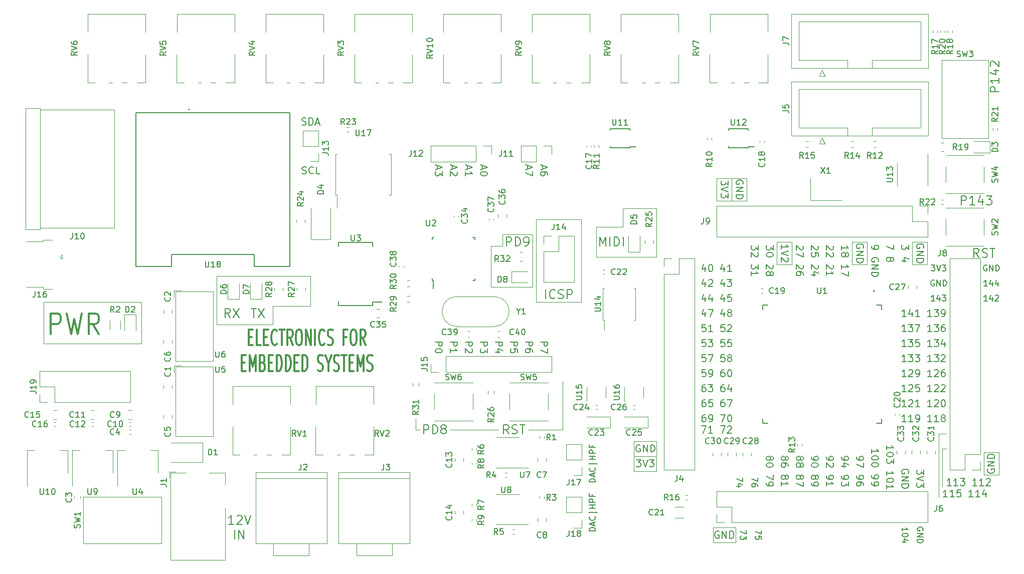
<source format=gbr>
%TF.GenerationSoftware,KiCad,Pcbnew,(5.1.10)-1*%
%TF.CreationDate,2024-11-23T17:23:42+01:00*%
%TF.ProjectId,EFES_project,45464553-5f70-4726-9f6a-6563742e6b69,rev?*%
%TF.SameCoordinates,Original*%
%TF.FileFunction,Legend,Top*%
%TF.FilePolarity,Positive*%
%FSLAX46Y46*%
G04 Gerber Fmt 4.6, Leading zero omitted, Abs format (unit mm)*
G04 Created by KiCad (PCBNEW (5.1.10)-1) date 2024-11-23 17:23:42*
%MOMM*%
%LPD*%
G01*
G04 APERTURE LIST*
%ADD10C,0.200000*%
%ADD11C,0.120000*%
%ADD12C,0.300000*%
%ADD13C,0.150000*%
%ADD14C,0.127000*%
G04 APERTURE END LIST*
D10*
X115266428Y-117253571D02*
X114409285Y-117253571D01*
X114837857Y-117253571D02*
X114837857Y-115753571D01*
X114695000Y-115967857D01*
X114552142Y-116110714D01*
X114409285Y-116182142D01*
X115837857Y-115896428D02*
X115909285Y-115825000D01*
X116052142Y-115753571D01*
X116409285Y-115753571D01*
X116552142Y-115825000D01*
X116623571Y-115896428D01*
X116695000Y-116039285D01*
X116695000Y-116182142D01*
X116623571Y-116396428D01*
X115766428Y-117253571D01*
X116695000Y-117253571D01*
X117123571Y-115753571D02*
X117623571Y-117253571D01*
X118123571Y-115753571D01*
X115409285Y-119703571D02*
X115409285Y-118203571D01*
X116123571Y-119703571D02*
X116123571Y-118203571D01*
X116980714Y-119703571D01*
X116980714Y-118203571D01*
X244508571Y-44135714D02*
X243008571Y-44135714D01*
X243008571Y-43564285D01*
X243080000Y-43421428D01*
X243151428Y-43350000D01*
X243294285Y-43278571D01*
X243508571Y-43278571D01*
X243651428Y-43350000D01*
X243722857Y-43421428D01*
X243794285Y-43564285D01*
X243794285Y-44135714D01*
X244508571Y-41850000D02*
X244508571Y-42707142D01*
X244508571Y-42278571D02*
X243008571Y-42278571D01*
X243222857Y-42421428D01*
X243365714Y-42564285D01*
X243437142Y-42707142D01*
X243508571Y-40564285D02*
X244508571Y-40564285D01*
X242937142Y-40921428D02*
X244008571Y-41278571D01*
X244008571Y-40350000D01*
X243151428Y-39850000D02*
X243080000Y-39778571D01*
X243008571Y-39635714D01*
X243008571Y-39278571D01*
X243080000Y-39135714D01*
X243151428Y-39064285D01*
X243294285Y-38992857D01*
X243437142Y-38992857D01*
X243651428Y-39064285D01*
X244508571Y-39921428D01*
X244508571Y-38992857D01*
X238119285Y-63233571D02*
X238119285Y-61733571D01*
X238690714Y-61733571D01*
X238833571Y-61805000D01*
X238905000Y-61876428D01*
X238976428Y-62019285D01*
X238976428Y-62233571D01*
X238905000Y-62376428D01*
X238833571Y-62447857D01*
X238690714Y-62519285D01*
X238119285Y-62519285D01*
X240405000Y-63233571D02*
X239547857Y-63233571D01*
X239976428Y-63233571D02*
X239976428Y-61733571D01*
X239833571Y-61947857D01*
X239690714Y-62090714D01*
X239547857Y-62162142D01*
X241690714Y-62233571D02*
X241690714Y-63233571D01*
X241333571Y-61662142D02*
X240976428Y-62733571D01*
X241905000Y-62733571D01*
X242333571Y-61733571D02*
X243262142Y-61733571D01*
X242762142Y-62305000D01*
X242976428Y-62305000D01*
X243119285Y-62376428D01*
X243190714Y-62447857D01*
X243262142Y-62590714D01*
X243262142Y-62947857D01*
X243190714Y-63090714D01*
X243119285Y-63162142D01*
X242976428Y-63233571D01*
X242547857Y-63233571D01*
X242405000Y-63162142D01*
X242333571Y-63090714D01*
X241103571Y-72123571D02*
X240603571Y-71409285D01*
X240246428Y-72123571D02*
X240246428Y-70623571D01*
X240817857Y-70623571D01*
X240960714Y-70695000D01*
X241032142Y-70766428D01*
X241103571Y-70909285D01*
X241103571Y-71123571D01*
X241032142Y-71266428D01*
X240960714Y-71337857D01*
X240817857Y-71409285D01*
X240246428Y-71409285D01*
X241675000Y-72052142D02*
X241889285Y-72123571D01*
X242246428Y-72123571D01*
X242389285Y-72052142D01*
X242460714Y-71980714D01*
X242532142Y-71837857D01*
X242532142Y-71695000D01*
X242460714Y-71552142D01*
X242389285Y-71480714D01*
X242246428Y-71409285D01*
X241960714Y-71337857D01*
X241817857Y-71266428D01*
X241746428Y-71195000D01*
X241675000Y-71052142D01*
X241675000Y-70909285D01*
X241746428Y-70766428D01*
X241817857Y-70695000D01*
X241960714Y-70623571D01*
X242317857Y-70623571D01*
X242532142Y-70695000D01*
X242960714Y-70623571D02*
X243817857Y-70623571D01*
X243389285Y-72123571D02*
X243389285Y-70623571D01*
D11*
X165725000Y-68270000D02*
X165725000Y-70175000D01*
X160645000Y-68270000D02*
X165725000Y-68270000D01*
X160645000Y-70175000D02*
X160645000Y-68270000D01*
X158740000Y-70175000D02*
X160645000Y-70175000D01*
D10*
X161327857Y-70218571D02*
X161327857Y-68718571D01*
X161899285Y-68718571D01*
X162042142Y-68790000D01*
X162113571Y-68861428D01*
X162185000Y-69004285D01*
X162185000Y-69218571D01*
X162113571Y-69361428D01*
X162042142Y-69432857D01*
X161899285Y-69504285D01*
X161327857Y-69504285D01*
X162827857Y-70218571D02*
X162827857Y-68718571D01*
X163185000Y-68718571D01*
X163399285Y-68790000D01*
X163542142Y-68932857D01*
X163613571Y-69075714D01*
X163685000Y-69361428D01*
X163685000Y-69575714D01*
X163613571Y-69861428D01*
X163542142Y-70004285D01*
X163399285Y-70147142D01*
X163185000Y-70218571D01*
X162827857Y-70218571D01*
X164399285Y-70218571D02*
X164685000Y-70218571D01*
X164827857Y-70147142D01*
X164899285Y-70075714D01*
X165042142Y-69861428D01*
X165113571Y-69575714D01*
X165113571Y-69004285D01*
X165042142Y-68861428D01*
X164970714Y-68790000D01*
X164827857Y-68718571D01*
X164542142Y-68718571D01*
X164399285Y-68790000D01*
X164327857Y-68861428D01*
X164256428Y-69004285D01*
X164256428Y-69361428D01*
X164327857Y-69504285D01*
X164399285Y-69575714D01*
X164542142Y-69647142D01*
X164827857Y-69647142D01*
X164970714Y-69575714D01*
X165042142Y-69504285D01*
X165113571Y-69361428D01*
D11*
X146040000Y-101290000D02*
X146040000Y-99385000D01*
X170805000Y-101290000D02*
X170805000Y-93035000D01*
X165090000Y-101290000D02*
X170805000Y-101290000D01*
X151755000Y-101290000D02*
X160010000Y-101290000D01*
X146040000Y-101290000D02*
X146675000Y-101290000D01*
D10*
X161728571Y-101968571D02*
X161228571Y-101254285D01*
X160871428Y-101968571D02*
X160871428Y-100468571D01*
X161442857Y-100468571D01*
X161585714Y-100540000D01*
X161657142Y-100611428D01*
X161728571Y-100754285D01*
X161728571Y-100968571D01*
X161657142Y-101111428D01*
X161585714Y-101182857D01*
X161442857Y-101254285D01*
X160871428Y-101254285D01*
X162300000Y-101897142D02*
X162514285Y-101968571D01*
X162871428Y-101968571D01*
X163014285Y-101897142D01*
X163085714Y-101825714D01*
X163157142Y-101682857D01*
X163157142Y-101540000D01*
X163085714Y-101397142D01*
X163014285Y-101325714D01*
X162871428Y-101254285D01*
X162585714Y-101182857D01*
X162442857Y-101111428D01*
X162371428Y-101040000D01*
X162300000Y-100897142D01*
X162300000Y-100754285D01*
X162371428Y-100611428D01*
X162442857Y-100540000D01*
X162585714Y-100468571D01*
X162942857Y-100468571D01*
X163157142Y-100540000D01*
X163585714Y-100468571D02*
X164442857Y-100468571D01*
X164014285Y-101968571D02*
X164014285Y-100468571D01*
X147357857Y-101968571D02*
X147357857Y-100468571D01*
X147929285Y-100468571D01*
X148072142Y-100540000D01*
X148143571Y-100611428D01*
X148215000Y-100754285D01*
X148215000Y-100968571D01*
X148143571Y-101111428D01*
X148072142Y-101182857D01*
X147929285Y-101254285D01*
X147357857Y-101254285D01*
X148857857Y-101968571D02*
X148857857Y-100468571D01*
X149215000Y-100468571D01*
X149429285Y-100540000D01*
X149572142Y-100682857D01*
X149643571Y-100825714D01*
X149715000Y-101111428D01*
X149715000Y-101325714D01*
X149643571Y-101611428D01*
X149572142Y-101754285D01*
X149429285Y-101897142D01*
X149215000Y-101968571D01*
X148857857Y-101968571D01*
X150572142Y-101111428D02*
X150429285Y-101040000D01*
X150357857Y-100968571D01*
X150286428Y-100825714D01*
X150286428Y-100754285D01*
X150357857Y-100611428D01*
X150429285Y-100540000D01*
X150572142Y-100468571D01*
X150857857Y-100468571D01*
X151000714Y-100540000D01*
X151072142Y-100611428D01*
X151143571Y-100754285D01*
X151143571Y-100825714D01*
X151072142Y-100968571D01*
X151000714Y-101040000D01*
X150857857Y-101111428D01*
X150572142Y-101111428D01*
X150429285Y-101182857D01*
X150357857Y-101254285D01*
X150286428Y-101397142D01*
X150286428Y-101682857D01*
X150357857Y-101825714D01*
X150429285Y-101897142D01*
X150572142Y-101968571D01*
X150857857Y-101968571D01*
X151000714Y-101897142D01*
X151072142Y-101825714D01*
X151143571Y-101682857D01*
X151143571Y-101397142D01*
X151072142Y-101254285D01*
X151000714Y-101182857D01*
X150857857Y-101111428D01*
X126831428Y-57960714D02*
X127002857Y-58017857D01*
X127288571Y-58017857D01*
X127402857Y-57960714D01*
X127460000Y-57903571D01*
X127517142Y-57789285D01*
X127517142Y-57675000D01*
X127460000Y-57560714D01*
X127402857Y-57503571D01*
X127288571Y-57446428D01*
X127060000Y-57389285D01*
X126945714Y-57332142D01*
X126888571Y-57275000D01*
X126831428Y-57160714D01*
X126831428Y-57046428D01*
X126888571Y-56932142D01*
X126945714Y-56875000D01*
X127060000Y-56817857D01*
X127345714Y-56817857D01*
X127517142Y-56875000D01*
X128717142Y-57903571D02*
X128660000Y-57960714D01*
X128488571Y-58017857D01*
X128374285Y-58017857D01*
X128202857Y-57960714D01*
X128088571Y-57846428D01*
X128031428Y-57732142D01*
X127974285Y-57503571D01*
X127974285Y-57332142D01*
X128031428Y-57103571D01*
X128088571Y-56989285D01*
X128202857Y-56875000D01*
X128374285Y-56817857D01*
X128488571Y-56817857D01*
X128660000Y-56875000D01*
X128717142Y-56932142D01*
X129802857Y-58017857D02*
X129231428Y-58017857D01*
X129231428Y-56817857D01*
X126802857Y-49705714D02*
X126974285Y-49762857D01*
X127260000Y-49762857D01*
X127374285Y-49705714D01*
X127431428Y-49648571D01*
X127488571Y-49534285D01*
X127488571Y-49420000D01*
X127431428Y-49305714D01*
X127374285Y-49248571D01*
X127260000Y-49191428D01*
X127031428Y-49134285D01*
X126917142Y-49077142D01*
X126860000Y-49020000D01*
X126802857Y-48905714D01*
X126802857Y-48791428D01*
X126860000Y-48677142D01*
X126917142Y-48620000D01*
X127031428Y-48562857D01*
X127317142Y-48562857D01*
X127488571Y-48620000D01*
X128002857Y-49762857D02*
X128002857Y-48562857D01*
X128288571Y-48562857D01*
X128460000Y-48620000D01*
X128574285Y-48734285D01*
X128631428Y-48848571D01*
X128688571Y-49077142D01*
X128688571Y-49248571D01*
X128631428Y-49477142D01*
X128574285Y-49591428D01*
X128460000Y-49705714D01*
X128288571Y-49762857D01*
X128002857Y-49762857D01*
X129145714Y-49420000D02*
X129717142Y-49420000D01*
X129031428Y-49762857D02*
X129431428Y-48562857D01*
X129831428Y-49762857D01*
X164890000Y-56617857D02*
X164890000Y-57189285D01*
X164547142Y-56503571D02*
X165747142Y-56903571D01*
X164547142Y-57303571D01*
X165747142Y-57589285D02*
X165747142Y-58389285D01*
X164547142Y-57875000D01*
X167430000Y-56617857D02*
X167430000Y-57189285D01*
X167087142Y-56503571D02*
X168287142Y-56903571D01*
X167087142Y-57303571D01*
X168287142Y-58217857D02*
X168287142Y-57989285D01*
X168230000Y-57875000D01*
X168172857Y-57817857D01*
X168001428Y-57703571D01*
X167772857Y-57646428D01*
X167315714Y-57646428D01*
X167201428Y-57703571D01*
X167144285Y-57760714D01*
X167087142Y-57875000D01*
X167087142Y-58103571D01*
X167144285Y-58217857D01*
X167201428Y-58275000D01*
X167315714Y-58332142D01*
X167601428Y-58332142D01*
X167715714Y-58275000D01*
X167772857Y-58217857D01*
X167830000Y-58103571D01*
X167830000Y-57875000D01*
X167772857Y-57760714D01*
X167715714Y-57703571D01*
X167601428Y-57646428D01*
X157270000Y-56617857D02*
X157270000Y-57189285D01*
X156927142Y-56503571D02*
X158127142Y-56903571D01*
X156927142Y-57303571D01*
X158127142Y-57932142D02*
X158127142Y-58046428D01*
X158070000Y-58160714D01*
X158012857Y-58217857D01*
X157898571Y-58275000D01*
X157670000Y-58332142D01*
X157384285Y-58332142D01*
X157155714Y-58275000D01*
X157041428Y-58217857D01*
X156984285Y-58160714D01*
X156927142Y-58046428D01*
X156927142Y-57932142D01*
X156984285Y-57817857D01*
X157041428Y-57760714D01*
X157155714Y-57703571D01*
X157384285Y-57646428D01*
X157670000Y-57646428D01*
X157898571Y-57703571D01*
X158012857Y-57760714D01*
X158070000Y-57817857D01*
X158127142Y-57932142D01*
X154730000Y-56617857D02*
X154730000Y-57189285D01*
X154387142Y-56503571D02*
X155587142Y-56903571D01*
X154387142Y-57303571D01*
X154387142Y-58332142D02*
X154387142Y-57646428D01*
X154387142Y-57989285D02*
X155587142Y-57989285D01*
X155415714Y-57875000D01*
X155301428Y-57760714D01*
X155244285Y-57646428D01*
X152190000Y-56617857D02*
X152190000Y-57189285D01*
X151847142Y-56503571D02*
X153047142Y-56903571D01*
X151847142Y-57303571D01*
X152932857Y-57646428D02*
X152990000Y-57703571D01*
X153047142Y-57817857D01*
X153047142Y-58103571D01*
X152990000Y-58217857D01*
X152932857Y-58275000D01*
X152818571Y-58332142D01*
X152704285Y-58332142D01*
X152532857Y-58275000D01*
X151847142Y-57589285D01*
X151847142Y-58332142D01*
X149650000Y-56617857D02*
X149650000Y-57189285D01*
X149307142Y-56503571D02*
X150507142Y-56903571D01*
X149307142Y-57303571D01*
X150507142Y-57589285D02*
X150507142Y-58332142D01*
X150050000Y-57932142D01*
X150050000Y-58103571D01*
X149992857Y-58217857D01*
X149935714Y-58275000D01*
X149821428Y-58332142D01*
X149535714Y-58332142D01*
X149421428Y-58275000D01*
X149364285Y-58217857D01*
X149307142Y-58103571D01*
X149307142Y-57760714D01*
X149364285Y-57646428D01*
X149421428Y-57589285D01*
D11*
X158740000Y-77160000D02*
X159375000Y-77160000D01*
X158740000Y-70175000D02*
X158740000Y-77160000D01*
X165725000Y-77160000D02*
X165725000Y-70175000D01*
X159375000Y-77160000D02*
X165725000Y-77160000D01*
D10*
X167087142Y-86434285D02*
X168287142Y-86434285D01*
X168287142Y-86891428D01*
X168230000Y-87005714D01*
X168172857Y-87062857D01*
X168058571Y-87120000D01*
X167887142Y-87120000D01*
X167772857Y-87062857D01*
X167715714Y-87005714D01*
X167658571Y-86891428D01*
X167658571Y-86434285D01*
X168287142Y-87520000D02*
X168287142Y-88320000D01*
X167087142Y-87805714D01*
X164547142Y-86434285D02*
X165747142Y-86434285D01*
X165747142Y-86891428D01*
X165690000Y-87005714D01*
X165632857Y-87062857D01*
X165518571Y-87120000D01*
X165347142Y-87120000D01*
X165232857Y-87062857D01*
X165175714Y-87005714D01*
X165118571Y-86891428D01*
X165118571Y-86434285D01*
X165747142Y-88148571D02*
X165747142Y-87920000D01*
X165690000Y-87805714D01*
X165632857Y-87748571D01*
X165461428Y-87634285D01*
X165232857Y-87577142D01*
X164775714Y-87577142D01*
X164661428Y-87634285D01*
X164604285Y-87691428D01*
X164547142Y-87805714D01*
X164547142Y-88034285D01*
X164604285Y-88148571D01*
X164661428Y-88205714D01*
X164775714Y-88262857D01*
X165061428Y-88262857D01*
X165175714Y-88205714D01*
X165232857Y-88148571D01*
X165290000Y-88034285D01*
X165290000Y-87805714D01*
X165232857Y-87691428D01*
X165175714Y-87634285D01*
X165061428Y-87577142D01*
X162007142Y-86434285D02*
X163207142Y-86434285D01*
X163207142Y-86891428D01*
X163150000Y-87005714D01*
X163092857Y-87062857D01*
X162978571Y-87120000D01*
X162807142Y-87120000D01*
X162692857Y-87062857D01*
X162635714Y-87005714D01*
X162578571Y-86891428D01*
X162578571Y-86434285D01*
X163207142Y-88205714D02*
X163207142Y-87634285D01*
X162635714Y-87577142D01*
X162692857Y-87634285D01*
X162750000Y-87748571D01*
X162750000Y-88034285D01*
X162692857Y-88148571D01*
X162635714Y-88205714D01*
X162521428Y-88262857D01*
X162235714Y-88262857D01*
X162121428Y-88205714D01*
X162064285Y-88148571D01*
X162007142Y-88034285D01*
X162007142Y-87748571D01*
X162064285Y-87634285D01*
X162121428Y-87577142D01*
X159467142Y-86434285D02*
X160667142Y-86434285D01*
X160667142Y-86891428D01*
X160610000Y-87005714D01*
X160552857Y-87062857D01*
X160438571Y-87120000D01*
X160267142Y-87120000D01*
X160152857Y-87062857D01*
X160095714Y-87005714D01*
X160038571Y-86891428D01*
X160038571Y-86434285D01*
X160267142Y-88148571D02*
X159467142Y-88148571D01*
X160724285Y-87862857D02*
X159867142Y-87577142D01*
X159867142Y-88320000D01*
X156927142Y-86434285D02*
X158127142Y-86434285D01*
X158127142Y-86891428D01*
X158070000Y-87005714D01*
X158012857Y-87062857D01*
X157898571Y-87120000D01*
X157727142Y-87120000D01*
X157612857Y-87062857D01*
X157555714Y-87005714D01*
X157498571Y-86891428D01*
X157498571Y-86434285D01*
X158127142Y-87520000D02*
X158127142Y-88262857D01*
X157670000Y-87862857D01*
X157670000Y-88034285D01*
X157612857Y-88148571D01*
X157555714Y-88205714D01*
X157441428Y-88262857D01*
X157155714Y-88262857D01*
X157041428Y-88205714D01*
X156984285Y-88148571D01*
X156927142Y-88034285D01*
X156927142Y-87691428D01*
X156984285Y-87577142D01*
X157041428Y-87520000D01*
X154387142Y-86434285D02*
X155587142Y-86434285D01*
X155587142Y-86891428D01*
X155530000Y-87005714D01*
X155472857Y-87062857D01*
X155358571Y-87120000D01*
X155187142Y-87120000D01*
X155072857Y-87062857D01*
X155015714Y-87005714D01*
X154958571Y-86891428D01*
X154958571Y-86434285D01*
X155472857Y-87577142D02*
X155530000Y-87634285D01*
X155587142Y-87748571D01*
X155587142Y-88034285D01*
X155530000Y-88148571D01*
X155472857Y-88205714D01*
X155358571Y-88262857D01*
X155244285Y-88262857D01*
X155072857Y-88205714D01*
X154387142Y-87520000D01*
X154387142Y-88262857D01*
X149307142Y-86434285D02*
X150507142Y-86434285D01*
X150507142Y-86891428D01*
X150450000Y-87005714D01*
X150392857Y-87062857D01*
X150278571Y-87120000D01*
X150107142Y-87120000D01*
X149992857Y-87062857D01*
X149935714Y-87005714D01*
X149878571Y-86891428D01*
X149878571Y-86434285D01*
X150507142Y-87862857D02*
X150507142Y-87977142D01*
X150450000Y-88091428D01*
X150392857Y-88148571D01*
X150278571Y-88205714D01*
X150050000Y-88262857D01*
X149764285Y-88262857D01*
X149535714Y-88205714D01*
X149421428Y-88148571D01*
X149364285Y-88091428D01*
X149307142Y-87977142D01*
X149307142Y-87862857D01*
X149364285Y-87748571D01*
X149421428Y-87691428D01*
X149535714Y-87634285D01*
X149764285Y-87577142D01*
X150050000Y-87577142D01*
X150278571Y-87634285D01*
X150392857Y-87691428D01*
X150450000Y-87748571D01*
X150507142Y-87862857D01*
X151847142Y-86434285D02*
X153047142Y-86434285D01*
X153047142Y-86891428D01*
X152990000Y-87005714D01*
X152932857Y-87062857D01*
X152818571Y-87120000D01*
X152647142Y-87120000D01*
X152532857Y-87062857D01*
X152475714Y-87005714D01*
X152418571Y-86891428D01*
X152418571Y-86434285D01*
X151847142Y-88262857D02*
X151847142Y-87577142D01*
X151847142Y-87920000D02*
X153047142Y-87920000D01*
X152875714Y-87805714D01*
X152761428Y-87691428D01*
X152704285Y-87577142D01*
D12*
X117803571Y-85587142D02*
X118303571Y-85587142D01*
X118517857Y-87001428D02*
X117803571Y-87001428D01*
X117803571Y-84301428D01*
X118517857Y-84301428D01*
X119875000Y-87001428D02*
X119160714Y-87001428D01*
X119160714Y-84301428D01*
X120375000Y-85587142D02*
X120875000Y-85587142D01*
X121089285Y-87001428D02*
X120375000Y-87001428D01*
X120375000Y-84301428D01*
X121089285Y-84301428D01*
X122589285Y-86744285D02*
X122517857Y-86872857D01*
X122303571Y-87001428D01*
X122160714Y-87001428D01*
X121946428Y-86872857D01*
X121803571Y-86615714D01*
X121732142Y-86358571D01*
X121660714Y-85844285D01*
X121660714Y-85458571D01*
X121732142Y-84944285D01*
X121803571Y-84687142D01*
X121946428Y-84430000D01*
X122160714Y-84301428D01*
X122303571Y-84301428D01*
X122517857Y-84430000D01*
X122589285Y-84558571D01*
X123017857Y-84301428D02*
X123875000Y-84301428D01*
X123446428Y-87001428D02*
X123446428Y-84301428D01*
X125232142Y-87001428D02*
X124732142Y-85715714D01*
X124375000Y-87001428D02*
X124375000Y-84301428D01*
X124946428Y-84301428D01*
X125089285Y-84430000D01*
X125160714Y-84558571D01*
X125232142Y-84815714D01*
X125232142Y-85201428D01*
X125160714Y-85458571D01*
X125089285Y-85587142D01*
X124946428Y-85715714D01*
X124375000Y-85715714D01*
X126160714Y-84301428D02*
X126446428Y-84301428D01*
X126589285Y-84430000D01*
X126732142Y-84687142D01*
X126803571Y-85201428D01*
X126803571Y-86101428D01*
X126732142Y-86615714D01*
X126589285Y-86872857D01*
X126446428Y-87001428D01*
X126160714Y-87001428D01*
X126017857Y-86872857D01*
X125875000Y-86615714D01*
X125803571Y-86101428D01*
X125803571Y-85201428D01*
X125875000Y-84687142D01*
X126017857Y-84430000D01*
X126160714Y-84301428D01*
X127446428Y-87001428D02*
X127446428Y-84301428D01*
X128303571Y-87001428D01*
X128303571Y-84301428D01*
X129017857Y-87001428D02*
X129017857Y-84301428D01*
X130589285Y-86744285D02*
X130517857Y-86872857D01*
X130303571Y-87001428D01*
X130160714Y-87001428D01*
X129946428Y-86872857D01*
X129803571Y-86615714D01*
X129732142Y-86358571D01*
X129660714Y-85844285D01*
X129660714Y-85458571D01*
X129732142Y-84944285D01*
X129803571Y-84687142D01*
X129946428Y-84430000D01*
X130160714Y-84301428D01*
X130303571Y-84301428D01*
X130517857Y-84430000D01*
X130589285Y-84558571D01*
X131160714Y-86872857D02*
X131375000Y-87001428D01*
X131732142Y-87001428D01*
X131875000Y-86872857D01*
X131946428Y-86744285D01*
X132017857Y-86487142D01*
X132017857Y-86230000D01*
X131946428Y-85972857D01*
X131875000Y-85844285D01*
X131732142Y-85715714D01*
X131446428Y-85587142D01*
X131303571Y-85458571D01*
X131232142Y-85330000D01*
X131160714Y-85072857D01*
X131160714Y-84815714D01*
X131232142Y-84558571D01*
X131303571Y-84430000D01*
X131446428Y-84301428D01*
X131803571Y-84301428D01*
X132017857Y-84430000D01*
X134303571Y-85587142D02*
X133803571Y-85587142D01*
X133803571Y-87001428D02*
X133803571Y-84301428D01*
X134517857Y-84301428D01*
X135375000Y-84301428D02*
X135660714Y-84301428D01*
X135803571Y-84430000D01*
X135946428Y-84687142D01*
X136017857Y-85201428D01*
X136017857Y-86101428D01*
X135946428Y-86615714D01*
X135803571Y-86872857D01*
X135660714Y-87001428D01*
X135375000Y-87001428D01*
X135232142Y-86872857D01*
X135089285Y-86615714D01*
X135017857Y-86101428D01*
X135017857Y-85201428D01*
X135089285Y-84687142D01*
X135232142Y-84430000D01*
X135375000Y-84301428D01*
X137517857Y-87001428D02*
X137017857Y-85715714D01*
X136660714Y-87001428D02*
X136660714Y-84301428D01*
X137232142Y-84301428D01*
X137375000Y-84430000D01*
X137446428Y-84558571D01*
X137517857Y-84815714D01*
X137517857Y-85201428D01*
X137446428Y-85458571D01*
X137375000Y-85587142D01*
X137232142Y-85715714D01*
X136660714Y-85715714D01*
X116625000Y-89937142D02*
X117125000Y-89937142D01*
X117339285Y-91351428D02*
X116625000Y-91351428D01*
X116625000Y-88651428D01*
X117339285Y-88651428D01*
X117982142Y-91351428D02*
X117982142Y-88651428D01*
X118482142Y-90580000D01*
X118982142Y-88651428D01*
X118982142Y-91351428D01*
X120196428Y-89937142D02*
X120410714Y-90065714D01*
X120482142Y-90194285D01*
X120553571Y-90451428D01*
X120553571Y-90837142D01*
X120482142Y-91094285D01*
X120410714Y-91222857D01*
X120267857Y-91351428D01*
X119696428Y-91351428D01*
X119696428Y-88651428D01*
X120196428Y-88651428D01*
X120339285Y-88780000D01*
X120410714Y-88908571D01*
X120482142Y-89165714D01*
X120482142Y-89422857D01*
X120410714Y-89680000D01*
X120339285Y-89808571D01*
X120196428Y-89937142D01*
X119696428Y-89937142D01*
X121196428Y-89937142D02*
X121696428Y-89937142D01*
X121910714Y-91351428D02*
X121196428Y-91351428D01*
X121196428Y-88651428D01*
X121910714Y-88651428D01*
X122553571Y-91351428D02*
X122553571Y-88651428D01*
X122910714Y-88651428D01*
X123125000Y-88780000D01*
X123267857Y-89037142D01*
X123339285Y-89294285D01*
X123410714Y-89808571D01*
X123410714Y-90194285D01*
X123339285Y-90708571D01*
X123267857Y-90965714D01*
X123125000Y-91222857D01*
X122910714Y-91351428D01*
X122553571Y-91351428D01*
X124053571Y-91351428D02*
X124053571Y-88651428D01*
X124410714Y-88651428D01*
X124625000Y-88780000D01*
X124767857Y-89037142D01*
X124839285Y-89294285D01*
X124910714Y-89808571D01*
X124910714Y-90194285D01*
X124839285Y-90708571D01*
X124767857Y-90965714D01*
X124625000Y-91222857D01*
X124410714Y-91351428D01*
X124053571Y-91351428D01*
X125553571Y-89937142D02*
X126053571Y-89937142D01*
X126267857Y-91351428D02*
X125553571Y-91351428D01*
X125553571Y-88651428D01*
X126267857Y-88651428D01*
X126910714Y-91351428D02*
X126910714Y-88651428D01*
X127267857Y-88651428D01*
X127482142Y-88780000D01*
X127625000Y-89037142D01*
X127696428Y-89294285D01*
X127767857Y-89808571D01*
X127767857Y-90194285D01*
X127696428Y-90708571D01*
X127625000Y-90965714D01*
X127482142Y-91222857D01*
X127267857Y-91351428D01*
X126910714Y-91351428D01*
X129482142Y-91222857D02*
X129696428Y-91351428D01*
X130053571Y-91351428D01*
X130196428Y-91222857D01*
X130267857Y-91094285D01*
X130339285Y-90837142D01*
X130339285Y-90580000D01*
X130267857Y-90322857D01*
X130196428Y-90194285D01*
X130053571Y-90065714D01*
X129767857Y-89937142D01*
X129625000Y-89808571D01*
X129553571Y-89680000D01*
X129482142Y-89422857D01*
X129482142Y-89165714D01*
X129553571Y-88908571D01*
X129625000Y-88780000D01*
X129767857Y-88651428D01*
X130125000Y-88651428D01*
X130339285Y-88780000D01*
X131267857Y-90065714D02*
X131267857Y-91351428D01*
X130767857Y-88651428D02*
X131267857Y-90065714D01*
X131767857Y-88651428D01*
X132196428Y-91222857D02*
X132410714Y-91351428D01*
X132767857Y-91351428D01*
X132910714Y-91222857D01*
X132982142Y-91094285D01*
X133053571Y-90837142D01*
X133053571Y-90580000D01*
X132982142Y-90322857D01*
X132910714Y-90194285D01*
X132767857Y-90065714D01*
X132482142Y-89937142D01*
X132339285Y-89808571D01*
X132267857Y-89680000D01*
X132196428Y-89422857D01*
X132196428Y-89165714D01*
X132267857Y-88908571D01*
X132339285Y-88780000D01*
X132482142Y-88651428D01*
X132839285Y-88651428D01*
X133053571Y-88780000D01*
X133482142Y-88651428D02*
X134339285Y-88651428D01*
X133910714Y-91351428D02*
X133910714Y-88651428D01*
X134839285Y-89937142D02*
X135339285Y-89937142D01*
X135553571Y-91351428D02*
X134839285Y-91351428D01*
X134839285Y-88651428D01*
X135553571Y-88651428D01*
X136196428Y-91351428D02*
X136196428Y-88651428D01*
X136696428Y-90580000D01*
X137196428Y-88651428D01*
X137196428Y-91351428D01*
X137839285Y-91222857D02*
X138053571Y-91351428D01*
X138410714Y-91351428D01*
X138553571Y-91222857D01*
X138625000Y-91094285D01*
X138696428Y-90837142D01*
X138696428Y-90580000D01*
X138625000Y-90322857D01*
X138553571Y-90194285D01*
X138410714Y-90065714D01*
X138125000Y-89937142D01*
X137982142Y-89808571D01*
X137910714Y-89680000D01*
X137839285Y-89422857D01*
X137839285Y-89165714D01*
X137910714Y-88908571D01*
X137982142Y-88780000D01*
X138125000Y-88651428D01*
X138482142Y-88651428D01*
X138696428Y-88780000D01*
D11*
X166360000Y-79700000D02*
X166995000Y-79700000D01*
X166360000Y-65730000D02*
X166360000Y-79700000D01*
X173980000Y-65730000D02*
X166360000Y-65730000D01*
X173980000Y-79700000D02*
X173980000Y-65730000D01*
X166995000Y-79700000D02*
X173980000Y-79700000D01*
D10*
X167955714Y-79108571D02*
X167955714Y-77608571D01*
X169527142Y-78965714D02*
X169455714Y-79037142D01*
X169241428Y-79108571D01*
X169098571Y-79108571D01*
X168884285Y-79037142D01*
X168741428Y-78894285D01*
X168670000Y-78751428D01*
X168598571Y-78465714D01*
X168598571Y-78251428D01*
X168670000Y-77965714D01*
X168741428Y-77822857D01*
X168884285Y-77680000D01*
X169098571Y-77608571D01*
X169241428Y-77608571D01*
X169455714Y-77680000D01*
X169527142Y-77751428D01*
X170098571Y-79037142D02*
X170312857Y-79108571D01*
X170670000Y-79108571D01*
X170812857Y-79037142D01*
X170884285Y-78965714D01*
X170955714Y-78822857D01*
X170955714Y-78680000D01*
X170884285Y-78537142D01*
X170812857Y-78465714D01*
X170670000Y-78394285D01*
X170384285Y-78322857D01*
X170241428Y-78251428D01*
X170170000Y-78180000D01*
X170098571Y-78037142D01*
X170098571Y-77894285D01*
X170170000Y-77751428D01*
X170241428Y-77680000D01*
X170384285Y-77608571D01*
X170741428Y-77608571D01*
X170955714Y-77680000D01*
X171598571Y-79108571D02*
X171598571Y-77608571D01*
X172170000Y-77608571D01*
X172312857Y-77680000D01*
X172384285Y-77751428D01*
X172455714Y-77894285D01*
X172455714Y-78108571D01*
X172384285Y-78251428D01*
X172312857Y-78322857D01*
X172170000Y-78394285D01*
X171598571Y-78394285D01*
D11*
X176520000Y-67000000D02*
X180965000Y-67000000D01*
X176520000Y-67635000D02*
X176520000Y-67000000D01*
X176520000Y-72080000D02*
X176520000Y-67635000D01*
X186680000Y-72080000D02*
X176520000Y-72080000D01*
D10*
X177095714Y-70218571D02*
X177095714Y-68718571D01*
X177595714Y-69790000D01*
X178095714Y-68718571D01*
X178095714Y-70218571D01*
X178810000Y-70218571D02*
X178810000Y-68718571D01*
X179524285Y-70218571D02*
X179524285Y-68718571D01*
X179881428Y-68718571D01*
X180095714Y-68790000D01*
X180238571Y-68932857D01*
X180310000Y-69075714D01*
X180381428Y-69361428D01*
X180381428Y-69575714D01*
X180310000Y-69861428D01*
X180238571Y-70004285D01*
X180095714Y-70147142D01*
X179881428Y-70218571D01*
X179524285Y-70218571D01*
X181024285Y-70218571D02*
X181024285Y-68718571D01*
D11*
X180965000Y-63825000D02*
X180965000Y-67000000D01*
X186680000Y-63825000D02*
X180965000Y-63825000D01*
X186680000Y-72080000D02*
X186680000Y-63825000D01*
X121910000Y-80335000D02*
X121910000Y-83510000D01*
X128260000Y-80335000D02*
X121910000Y-80335000D01*
D10*
X114675000Y-82283571D02*
X114175000Y-81569285D01*
X113817857Y-82283571D02*
X113817857Y-80783571D01*
X114389285Y-80783571D01*
X114532142Y-80855000D01*
X114603571Y-80926428D01*
X114675000Y-81069285D01*
X114675000Y-81283571D01*
X114603571Y-81426428D01*
X114532142Y-81497857D01*
X114389285Y-81569285D01*
X113817857Y-81569285D01*
X115175000Y-80783571D02*
X116175000Y-82283571D01*
X116175000Y-80783571D02*
X115175000Y-82283571D01*
X118227142Y-80783571D02*
X119084285Y-80783571D01*
X118655714Y-82283571D02*
X118655714Y-80783571D01*
X119441428Y-80783571D02*
X120441428Y-82283571D01*
X120441428Y-80783571D02*
X119441428Y-82283571D01*
D11*
X112385000Y-75255000D02*
X112385000Y-77795000D01*
X128260000Y-75255000D02*
X112385000Y-75255000D01*
X128260000Y-80335000D02*
X128260000Y-75255000D01*
X112385000Y-83510000D02*
X121910000Y-83510000D01*
X112385000Y-77795000D02*
X112385000Y-83510000D01*
D13*
X176337380Y-118379047D02*
X175337380Y-118379047D01*
X175337380Y-118140952D01*
X175385000Y-117998095D01*
X175480238Y-117902857D01*
X175575476Y-117855238D01*
X175765952Y-117807619D01*
X175908809Y-117807619D01*
X176099285Y-117855238D01*
X176194523Y-117902857D01*
X176289761Y-117998095D01*
X176337380Y-118140952D01*
X176337380Y-118379047D01*
X176051666Y-117426666D02*
X176051666Y-116950476D01*
X176337380Y-117521904D02*
X175337380Y-117188571D01*
X176337380Y-116855238D01*
X176242142Y-115950476D02*
X176289761Y-115998095D01*
X176337380Y-116140952D01*
X176337380Y-116236190D01*
X176289761Y-116379047D01*
X176194523Y-116474285D01*
X176099285Y-116521904D01*
X175908809Y-116569523D01*
X175765952Y-116569523D01*
X175575476Y-116521904D01*
X175480238Y-116474285D01*
X175385000Y-116379047D01*
X175337380Y-116236190D01*
X175337380Y-116140952D01*
X175385000Y-115998095D01*
X175432619Y-115950476D01*
X176670714Y-115283809D02*
X175242142Y-115283809D01*
X176337380Y-114569523D02*
X175337380Y-114569523D01*
X175813571Y-114569523D02*
X175813571Y-113998095D01*
X176337380Y-113998095D02*
X175337380Y-113998095D01*
X176337380Y-113521904D02*
X175337380Y-113521904D01*
X175337380Y-113140952D01*
X175385000Y-113045714D01*
X175432619Y-112998095D01*
X175527857Y-112950476D01*
X175670714Y-112950476D01*
X175765952Y-112998095D01*
X175813571Y-113045714D01*
X175861190Y-113140952D01*
X175861190Y-113521904D01*
X175813571Y-112188571D02*
X175813571Y-112521904D01*
X176337380Y-112521904D02*
X175337380Y-112521904D01*
X175337380Y-112045714D01*
X176337380Y-110124047D02*
X175337380Y-110124047D01*
X175337380Y-109885952D01*
X175385000Y-109743095D01*
X175480238Y-109647857D01*
X175575476Y-109600238D01*
X175765952Y-109552619D01*
X175908809Y-109552619D01*
X176099285Y-109600238D01*
X176194523Y-109647857D01*
X176289761Y-109743095D01*
X176337380Y-109885952D01*
X176337380Y-110124047D01*
X176051666Y-109171666D02*
X176051666Y-108695476D01*
X176337380Y-109266904D02*
X175337380Y-108933571D01*
X176337380Y-108600238D01*
X176242142Y-107695476D02*
X176289761Y-107743095D01*
X176337380Y-107885952D01*
X176337380Y-107981190D01*
X176289761Y-108124047D01*
X176194523Y-108219285D01*
X176099285Y-108266904D01*
X175908809Y-108314523D01*
X175765952Y-108314523D01*
X175575476Y-108266904D01*
X175480238Y-108219285D01*
X175385000Y-108124047D01*
X175337380Y-107981190D01*
X175337380Y-107885952D01*
X175385000Y-107743095D01*
X175432619Y-107695476D01*
X176670714Y-107028809D02*
X175242142Y-107028809D01*
X176337380Y-106314523D02*
X175337380Y-106314523D01*
X175813571Y-106314523D02*
X175813571Y-105743095D01*
X176337380Y-105743095D02*
X175337380Y-105743095D01*
X176337380Y-105266904D02*
X175337380Y-105266904D01*
X175337380Y-104885952D01*
X175385000Y-104790714D01*
X175432619Y-104743095D01*
X175527857Y-104695476D01*
X175670714Y-104695476D01*
X175765952Y-104743095D01*
X175813571Y-104790714D01*
X175861190Y-104885952D01*
X175861190Y-105266904D01*
X175813571Y-103933571D02*
X175813571Y-104266904D01*
X176337380Y-104266904D02*
X175337380Y-104266904D01*
X175337380Y-103790714D01*
D11*
X83175000Y-86685000D02*
X99685000Y-86685000D01*
X83175000Y-79700000D02*
X83175000Y-86685000D01*
X99685000Y-79700000D02*
X83175000Y-79700000D01*
X99685000Y-86685000D02*
X99685000Y-79700000D01*
D12*
X84382142Y-85093333D02*
X84382142Y-81593333D01*
X85525000Y-81593333D01*
X85810714Y-81760000D01*
X85953571Y-81926666D01*
X86096428Y-82260000D01*
X86096428Y-82760000D01*
X85953571Y-83093333D01*
X85810714Y-83260000D01*
X85525000Y-83426666D01*
X84382142Y-83426666D01*
X87096428Y-81593333D02*
X87810714Y-85093333D01*
X88382142Y-82593333D01*
X88953571Y-85093333D01*
X89667857Y-81593333D01*
X92525000Y-85093333D02*
X91525000Y-83426666D01*
X90810714Y-85093333D02*
X90810714Y-81593333D01*
X91953571Y-81593333D01*
X92239285Y-81760000D01*
X92382142Y-81926666D01*
X92525000Y-82260000D01*
X92525000Y-82760000D01*
X92382142Y-83093333D01*
X92239285Y-83260000D01*
X91953571Y-83426666D01*
X90810714Y-83426666D01*
D10*
X203737619Y-109370476D02*
X203737619Y-110037142D01*
X202737619Y-109608571D01*
X203737619Y-110846666D02*
X203737619Y-110656190D01*
X203690000Y-110560952D01*
X203642380Y-110513333D01*
X203499523Y-110418095D01*
X203309047Y-110370476D01*
X202928095Y-110370476D01*
X202832857Y-110418095D01*
X202785238Y-110465714D01*
X202737619Y-110560952D01*
X202737619Y-110751428D01*
X202785238Y-110846666D01*
X202832857Y-110894285D01*
X202928095Y-110941904D01*
X203166190Y-110941904D01*
X203261428Y-110894285D01*
X203309047Y-110846666D01*
X203356666Y-110751428D01*
X203356666Y-110560952D01*
X203309047Y-110465714D01*
X203261428Y-110418095D01*
X203166190Y-110370476D01*
X201197619Y-109370476D02*
X201197619Y-110037142D01*
X200197619Y-109608571D01*
X200864285Y-110846666D02*
X200197619Y-110846666D01*
X201245238Y-110608571D02*
X200530952Y-110370476D01*
X200530952Y-110989523D01*
X204372619Y-118260476D02*
X204372619Y-118927142D01*
X203372619Y-118498571D01*
X204372619Y-119784285D02*
X204372619Y-119308095D01*
X203896428Y-119260476D01*
X203944047Y-119308095D01*
X203991666Y-119403333D01*
X203991666Y-119641428D01*
X203944047Y-119736666D01*
X203896428Y-119784285D01*
X203801190Y-119831904D01*
X203563095Y-119831904D01*
X203467857Y-119784285D01*
X203420238Y-119736666D01*
X203372619Y-119641428D01*
X203372619Y-119403333D01*
X203420238Y-119308095D01*
X203467857Y-119260476D01*
X201832619Y-118260476D02*
X201832619Y-118927142D01*
X200832619Y-118498571D01*
X201832619Y-119212857D02*
X201832619Y-119831904D01*
X201451666Y-119498571D01*
X201451666Y-119641428D01*
X201404047Y-119736666D01*
X201356428Y-119784285D01*
X201261190Y-119831904D01*
X201023095Y-119831904D01*
X200927857Y-119784285D01*
X200880238Y-119736666D01*
X200832619Y-119641428D01*
X200832619Y-119355714D01*
X200880238Y-119260476D01*
X200927857Y-119212857D01*
X233638333Y-79517380D02*
X233066904Y-79517380D01*
X233352619Y-79517380D02*
X233352619Y-78517380D01*
X233257380Y-78660238D01*
X233162142Y-78755476D01*
X233066904Y-78803095D01*
X234495476Y-78850714D02*
X234495476Y-79517380D01*
X234257380Y-78469761D02*
X234019285Y-79184047D01*
X234638333Y-79184047D01*
X234924047Y-78517380D02*
X235543095Y-78517380D01*
X235209761Y-78898333D01*
X235352619Y-78898333D01*
X235447857Y-78945952D01*
X235495476Y-78993571D01*
X235543095Y-79088809D01*
X235543095Y-79326904D01*
X235495476Y-79422142D01*
X235447857Y-79469761D01*
X235352619Y-79517380D01*
X235066904Y-79517380D01*
X234971666Y-79469761D01*
X234924047Y-79422142D01*
X242528333Y-79517380D02*
X241956904Y-79517380D01*
X242242619Y-79517380D02*
X242242619Y-78517380D01*
X242147380Y-78660238D01*
X242052142Y-78755476D01*
X241956904Y-78803095D01*
X243385476Y-78850714D02*
X243385476Y-79517380D01*
X243147380Y-78469761D02*
X242909285Y-79184047D01*
X243528333Y-79184047D01*
X243861666Y-78612619D02*
X243909285Y-78565000D01*
X244004523Y-78517380D01*
X244242619Y-78517380D01*
X244337857Y-78565000D01*
X244385476Y-78612619D01*
X244433095Y-78707857D01*
X244433095Y-78803095D01*
X244385476Y-78945952D01*
X243814047Y-79517380D01*
X244433095Y-79517380D01*
X233543095Y-76025000D02*
X233447857Y-75977380D01*
X233305000Y-75977380D01*
X233162142Y-76025000D01*
X233066904Y-76120238D01*
X233019285Y-76215476D01*
X232971666Y-76405952D01*
X232971666Y-76548809D01*
X233019285Y-76739285D01*
X233066904Y-76834523D01*
X233162142Y-76929761D01*
X233305000Y-76977380D01*
X233400238Y-76977380D01*
X233543095Y-76929761D01*
X233590714Y-76882142D01*
X233590714Y-76548809D01*
X233400238Y-76548809D01*
X234019285Y-76977380D02*
X234019285Y-75977380D01*
X234590714Y-76977380D01*
X234590714Y-75977380D01*
X235066904Y-76977380D02*
X235066904Y-75977380D01*
X235305000Y-75977380D01*
X235447857Y-76025000D01*
X235543095Y-76120238D01*
X235590714Y-76215476D01*
X235638333Y-76405952D01*
X235638333Y-76548809D01*
X235590714Y-76739285D01*
X235543095Y-76834523D01*
X235447857Y-76929761D01*
X235305000Y-76977380D01*
X235066904Y-76977380D01*
X242528333Y-76977380D02*
X241956904Y-76977380D01*
X242242619Y-76977380D02*
X242242619Y-75977380D01*
X242147380Y-76120238D01*
X242052142Y-76215476D01*
X241956904Y-76263095D01*
X243385476Y-76310714D02*
X243385476Y-76977380D01*
X243147380Y-75929761D02*
X242909285Y-76644047D01*
X243528333Y-76644047D01*
X244337857Y-76310714D02*
X244337857Y-76977380D01*
X244099761Y-75929761D02*
X243861666Y-76644047D01*
X244480714Y-76644047D01*
X233066904Y-73437380D02*
X233685952Y-73437380D01*
X233352619Y-73818333D01*
X233495476Y-73818333D01*
X233590714Y-73865952D01*
X233638333Y-73913571D01*
X233685952Y-74008809D01*
X233685952Y-74246904D01*
X233638333Y-74342142D01*
X233590714Y-74389761D01*
X233495476Y-74437380D01*
X233209761Y-74437380D01*
X233114523Y-74389761D01*
X233066904Y-74342142D01*
X233971666Y-73437380D02*
X234305000Y-74437380D01*
X234638333Y-73437380D01*
X234876428Y-73437380D02*
X235495476Y-73437380D01*
X235162142Y-73818333D01*
X235305000Y-73818333D01*
X235400238Y-73865952D01*
X235447857Y-73913571D01*
X235495476Y-74008809D01*
X235495476Y-74246904D01*
X235447857Y-74342142D01*
X235400238Y-74389761D01*
X235305000Y-74437380D01*
X235019285Y-74437380D01*
X234924047Y-74389761D01*
X234876428Y-74342142D01*
X242433095Y-73485000D02*
X242337857Y-73437380D01*
X242195000Y-73437380D01*
X242052142Y-73485000D01*
X241956904Y-73580238D01*
X241909285Y-73675476D01*
X241861666Y-73865952D01*
X241861666Y-74008809D01*
X241909285Y-74199285D01*
X241956904Y-74294523D01*
X242052142Y-74389761D01*
X242195000Y-74437380D01*
X242290238Y-74437380D01*
X242433095Y-74389761D01*
X242480714Y-74342142D01*
X242480714Y-74008809D01*
X242290238Y-74008809D01*
X242909285Y-74437380D02*
X242909285Y-73437380D01*
X243480714Y-74437380D01*
X243480714Y-73437380D01*
X243956904Y-74437380D02*
X243956904Y-73437380D01*
X244195000Y-73437380D01*
X244337857Y-73485000D01*
X244433095Y-73580238D01*
X244480714Y-73675476D01*
X244528333Y-73865952D01*
X244528333Y-74008809D01*
X244480714Y-74199285D01*
X244433095Y-74294523D01*
X244337857Y-74389761D01*
X244195000Y-74437380D01*
X243956904Y-74437380D01*
X235778571Y-112627857D02*
X235092857Y-112627857D01*
X235435714Y-112627857D02*
X235435714Y-111427857D01*
X235321428Y-111599285D01*
X235207142Y-111713571D01*
X235092857Y-111770714D01*
X236921428Y-112627857D02*
X236235714Y-112627857D01*
X236578571Y-112627857D02*
X236578571Y-111427857D01*
X236464285Y-111599285D01*
X236350000Y-111713571D01*
X236235714Y-111770714D01*
X238007142Y-111427857D02*
X237435714Y-111427857D01*
X237378571Y-111999285D01*
X237435714Y-111942142D01*
X237550000Y-111885000D01*
X237835714Y-111885000D01*
X237950000Y-111942142D01*
X238007142Y-111999285D01*
X238064285Y-112113571D01*
X238064285Y-112399285D01*
X238007142Y-112513571D01*
X237950000Y-112570714D01*
X237835714Y-112627857D01*
X237550000Y-112627857D01*
X237435714Y-112570714D01*
X237378571Y-112513571D01*
X240121428Y-112627857D02*
X239435714Y-112627857D01*
X239778571Y-112627857D02*
X239778571Y-111427857D01*
X239664285Y-111599285D01*
X239550000Y-111713571D01*
X239435714Y-111770714D01*
X241264285Y-112627857D02*
X240578571Y-112627857D01*
X240921428Y-112627857D02*
X240921428Y-111427857D01*
X240807142Y-111599285D01*
X240692857Y-111713571D01*
X240578571Y-111770714D01*
X242292857Y-111827857D02*
X242292857Y-112627857D01*
X242007142Y-111370714D02*
X241721428Y-112227857D01*
X242464285Y-112227857D01*
D11*
X234305000Y-101925000D02*
X234305000Y-112720000D01*
X235575000Y-101925000D02*
X234305000Y-101925000D01*
X234940000Y-104465000D02*
X235575000Y-104465000D01*
D10*
X236413571Y-110722857D02*
X235727857Y-110722857D01*
X236070714Y-110722857D02*
X236070714Y-109522857D01*
X235956428Y-109694285D01*
X235842142Y-109808571D01*
X235727857Y-109865714D01*
X237556428Y-110722857D02*
X236870714Y-110722857D01*
X237213571Y-110722857D02*
X237213571Y-109522857D01*
X237099285Y-109694285D01*
X236985000Y-109808571D01*
X236870714Y-109865714D01*
X237956428Y-109522857D02*
X238699285Y-109522857D01*
X238299285Y-109980000D01*
X238470714Y-109980000D01*
X238585000Y-110037142D01*
X238642142Y-110094285D01*
X238699285Y-110208571D01*
X238699285Y-110494285D01*
X238642142Y-110608571D01*
X238585000Y-110665714D01*
X238470714Y-110722857D01*
X238127857Y-110722857D01*
X238013571Y-110665714D01*
X237956428Y-110608571D01*
X240756428Y-110722857D02*
X240070714Y-110722857D01*
X240413571Y-110722857D02*
X240413571Y-109522857D01*
X240299285Y-109694285D01*
X240185000Y-109808571D01*
X240070714Y-109865714D01*
X241899285Y-110722857D02*
X241213571Y-110722857D01*
X241556428Y-110722857D02*
X241556428Y-109522857D01*
X241442142Y-109694285D01*
X241327857Y-109808571D01*
X241213571Y-109865714D01*
X242356428Y-109637142D02*
X242413571Y-109580000D01*
X242527857Y-109522857D01*
X242813571Y-109522857D01*
X242927857Y-109580000D01*
X242985000Y-109637142D01*
X243042142Y-109751428D01*
X243042142Y-109865714D01*
X242985000Y-110037142D01*
X242299285Y-110722857D01*
X243042142Y-110722857D01*
D11*
X234940000Y-104465000D02*
X234940000Y-110815000D01*
D10*
X228137619Y-118403333D02*
X228137619Y-117831904D01*
X228137619Y-118117619D02*
X229137619Y-118117619D01*
X228994761Y-118022380D01*
X228899523Y-117927142D01*
X228851904Y-117831904D01*
X229137619Y-119022380D02*
X229137619Y-119117619D01*
X229090000Y-119212857D01*
X229042380Y-119260476D01*
X228947142Y-119308095D01*
X228756666Y-119355714D01*
X228518571Y-119355714D01*
X228328095Y-119308095D01*
X228232857Y-119260476D01*
X228185238Y-119212857D01*
X228137619Y-119117619D01*
X228137619Y-119022380D01*
X228185238Y-118927142D01*
X228232857Y-118879523D01*
X228328095Y-118831904D01*
X228518571Y-118784285D01*
X228756666Y-118784285D01*
X228947142Y-118831904D01*
X229042380Y-118879523D01*
X229090000Y-118927142D01*
X229137619Y-119022380D01*
X228804285Y-120212857D02*
X228137619Y-120212857D01*
X229185238Y-119974761D02*
X228470952Y-119736666D01*
X228470952Y-120355714D01*
X231630000Y-118308095D02*
X231677619Y-118212857D01*
X231677619Y-118070000D01*
X231630000Y-117927142D01*
X231534761Y-117831904D01*
X231439523Y-117784285D01*
X231249047Y-117736666D01*
X231106190Y-117736666D01*
X230915714Y-117784285D01*
X230820476Y-117831904D01*
X230725238Y-117927142D01*
X230677619Y-118070000D01*
X230677619Y-118165238D01*
X230725238Y-118308095D01*
X230772857Y-118355714D01*
X231106190Y-118355714D01*
X231106190Y-118165238D01*
X230677619Y-118784285D02*
X231677619Y-118784285D01*
X230677619Y-119355714D01*
X231677619Y-119355714D01*
X230677619Y-119831904D02*
X231677619Y-119831904D01*
X231677619Y-120070000D01*
X231630000Y-120212857D01*
X231534761Y-120308095D01*
X231439523Y-120355714D01*
X231249047Y-120403333D01*
X231106190Y-120403333D01*
X230915714Y-120355714D01*
X230820476Y-120308095D01*
X230725238Y-120212857D01*
X230677619Y-120070000D01*
X230677619Y-119831904D01*
X231787142Y-108059285D02*
X231787142Y-108802142D01*
X231330000Y-108402142D01*
X231330000Y-108573571D01*
X231272857Y-108687857D01*
X231215714Y-108745000D01*
X231101428Y-108802142D01*
X230815714Y-108802142D01*
X230701428Y-108745000D01*
X230644285Y-108687857D01*
X230587142Y-108573571D01*
X230587142Y-108230714D01*
X230644285Y-108116428D01*
X230701428Y-108059285D01*
X231787142Y-109145000D02*
X230587142Y-109545000D01*
X231787142Y-109945000D01*
X231787142Y-110230714D02*
X231787142Y-110973571D01*
X231330000Y-110573571D01*
X231330000Y-110745000D01*
X231272857Y-110859285D01*
X231215714Y-110916428D01*
X231101428Y-110973571D01*
X230815714Y-110973571D01*
X230701428Y-110916428D01*
X230644285Y-110859285D01*
X230587142Y-110745000D01*
X230587142Y-110402142D01*
X230644285Y-110287857D01*
X230701428Y-110230714D01*
X229190000Y-108630714D02*
X229247142Y-108516428D01*
X229247142Y-108345000D01*
X229190000Y-108173571D01*
X229075714Y-108059285D01*
X228961428Y-108002142D01*
X228732857Y-107945000D01*
X228561428Y-107945000D01*
X228332857Y-108002142D01*
X228218571Y-108059285D01*
X228104285Y-108173571D01*
X228047142Y-108345000D01*
X228047142Y-108459285D01*
X228104285Y-108630714D01*
X228161428Y-108687857D01*
X228561428Y-108687857D01*
X228561428Y-108459285D01*
X228047142Y-109202142D02*
X229247142Y-109202142D01*
X228047142Y-109887857D01*
X229247142Y-109887857D01*
X228047142Y-110459285D02*
X229247142Y-110459285D01*
X229247142Y-110745000D01*
X229190000Y-110916428D01*
X229075714Y-111030714D01*
X228961428Y-111087857D01*
X228732857Y-111145000D01*
X228561428Y-111145000D01*
X228332857Y-111087857D01*
X228218571Y-111030714D01*
X228104285Y-110916428D01*
X228047142Y-110745000D01*
X228047142Y-110459285D01*
X225507142Y-104668571D02*
X225507142Y-103982857D01*
X225507142Y-104325714D02*
X226707142Y-104325714D01*
X226535714Y-104211428D01*
X226421428Y-104097142D01*
X226364285Y-103982857D01*
X226707142Y-105411428D02*
X226707142Y-105525714D01*
X226650000Y-105640000D01*
X226592857Y-105697142D01*
X226478571Y-105754285D01*
X226250000Y-105811428D01*
X225964285Y-105811428D01*
X225735714Y-105754285D01*
X225621428Y-105697142D01*
X225564285Y-105640000D01*
X225507142Y-105525714D01*
X225507142Y-105411428D01*
X225564285Y-105297142D01*
X225621428Y-105240000D01*
X225735714Y-105182857D01*
X225964285Y-105125714D01*
X226250000Y-105125714D01*
X226478571Y-105182857D01*
X226592857Y-105240000D01*
X226650000Y-105297142D01*
X226707142Y-105411428D01*
X226707142Y-106211428D02*
X226707142Y-106954285D01*
X226250000Y-106554285D01*
X226250000Y-106725714D01*
X226192857Y-106840000D01*
X226135714Y-106897142D01*
X226021428Y-106954285D01*
X225735714Y-106954285D01*
X225621428Y-106897142D01*
X225564285Y-106840000D01*
X225507142Y-106725714D01*
X225507142Y-106382857D01*
X225564285Y-106268571D01*
X225621428Y-106211428D01*
X225507142Y-109011428D02*
X225507142Y-108325714D01*
X225507142Y-108668571D02*
X226707142Y-108668571D01*
X226535714Y-108554285D01*
X226421428Y-108440000D01*
X226364285Y-108325714D01*
X226707142Y-109754285D02*
X226707142Y-109868571D01*
X226650000Y-109982857D01*
X226592857Y-110040000D01*
X226478571Y-110097142D01*
X226250000Y-110154285D01*
X225964285Y-110154285D01*
X225735714Y-110097142D01*
X225621428Y-110040000D01*
X225564285Y-109982857D01*
X225507142Y-109868571D01*
X225507142Y-109754285D01*
X225564285Y-109640000D01*
X225621428Y-109582857D01*
X225735714Y-109525714D01*
X225964285Y-109468571D01*
X226250000Y-109468571D01*
X226478571Y-109525714D01*
X226592857Y-109582857D01*
X226650000Y-109640000D01*
X226707142Y-109754285D01*
X225507142Y-111297142D02*
X225507142Y-110611428D01*
X225507142Y-110954285D02*
X226707142Y-110954285D01*
X226535714Y-110840000D01*
X226421428Y-110725714D01*
X226364285Y-110611428D01*
X228793571Y-99927857D02*
X228107857Y-99927857D01*
X228450714Y-99927857D02*
X228450714Y-98727857D01*
X228336428Y-98899285D01*
X228222142Y-99013571D01*
X228107857Y-99070714D01*
X229936428Y-99927857D02*
X229250714Y-99927857D01*
X229593571Y-99927857D02*
X229593571Y-98727857D01*
X229479285Y-98899285D01*
X229365000Y-99013571D01*
X229250714Y-99070714D01*
X230507857Y-99927857D02*
X230736428Y-99927857D01*
X230850714Y-99870714D01*
X230907857Y-99813571D01*
X231022142Y-99642142D01*
X231079285Y-99413571D01*
X231079285Y-98956428D01*
X231022142Y-98842142D01*
X230965000Y-98785000D01*
X230850714Y-98727857D01*
X230622142Y-98727857D01*
X230507857Y-98785000D01*
X230450714Y-98842142D01*
X230393571Y-98956428D01*
X230393571Y-99242142D01*
X230450714Y-99356428D01*
X230507857Y-99413571D01*
X230622142Y-99470714D01*
X230850714Y-99470714D01*
X230965000Y-99413571D01*
X231022142Y-99356428D01*
X231079285Y-99242142D01*
X233136428Y-99927857D02*
X232450714Y-99927857D01*
X232793571Y-99927857D02*
X232793571Y-98727857D01*
X232679285Y-98899285D01*
X232565000Y-99013571D01*
X232450714Y-99070714D01*
X234279285Y-99927857D02*
X233593571Y-99927857D01*
X233936428Y-99927857D02*
X233936428Y-98727857D01*
X233822142Y-98899285D01*
X233707857Y-99013571D01*
X233593571Y-99070714D01*
X234965000Y-99242142D02*
X234850714Y-99185000D01*
X234793571Y-99127857D01*
X234736428Y-99013571D01*
X234736428Y-98956428D01*
X234793571Y-98842142D01*
X234850714Y-98785000D01*
X234965000Y-98727857D01*
X235193571Y-98727857D01*
X235307857Y-98785000D01*
X235365000Y-98842142D01*
X235422142Y-98956428D01*
X235422142Y-99013571D01*
X235365000Y-99127857D01*
X235307857Y-99185000D01*
X235193571Y-99242142D01*
X234965000Y-99242142D01*
X234850714Y-99299285D01*
X234793571Y-99356428D01*
X234736428Y-99470714D01*
X234736428Y-99699285D01*
X234793571Y-99813571D01*
X234850714Y-99870714D01*
X234965000Y-99927857D01*
X235193571Y-99927857D01*
X235307857Y-99870714D01*
X235365000Y-99813571D01*
X235422142Y-99699285D01*
X235422142Y-99470714D01*
X235365000Y-99356428D01*
X235307857Y-99299285D01*
X235193571Y-99242142D01*
X228793571Y-97387857D02*
X228107857Y-97387857D01*
X228450714Y-97387857D02*
X228450714Y-96187857D01*
X228336428Y-96359285D01*
X228222142Y-96473571D01*
X228107857Y-96530714D01*
X229250714Y-96302142D02*
X229307857Y-96245000D01*
X229422142Y-96187857D01*
X229707857Y-96187857D01*
X229822142Y-96245000D01*
X229879285Y-96302142D01*
X229936428Y-96416428D01*
X229936428Y-96530714D01*
X229879285Y-96702142D01*
X229193571Y-97387857D01*
X229936428Y-97387857D01*
X231079285Y-97387857D02*
X230393571Y-97387857D01*
X230736428Y-97387857D02*
X230736428Y-96187857D01*
X230622142Y-96359285D01*
X230507857Y-96473571D01*
X230393571Y-96530714D01*
X233136428Y-97387857D02*
X232450714Y-97387857D01*
X232793571Y-97387857D02*
X232793571Y-96187857D01*
X232679285Y-96359285D01*
X232565000Y-96473571D01*
X232450714Y-96530714D01*
X233593571Y-96302142D02*
X233650714Y-96245000D01*
X233765000Y-96187857D01*
X234050714Y-96187857D01*
X234165000Y-96245000D01*
X234222142Y-96302142D01*
X234279285Y-96416428D01*
X234279285Y-96530714D01*
X234222142Y-96702142D01*
X233536428Y-97387857D01*
X234279285Y-97387857D01*
X235022142Y-96187857D02*
X235136428Y-96187857D01*
X235250714Y-96245000D01*
X235307857Y-96302142D01*
X235365000Y-96416428D01*
X235422142Y-96645000D01*
X235422142Y-96930714D01*
X235365000Y-97159285D01*
X235307857Y-97273571D01*
X235250714Y-97330714D01*
X235136428Y-97387857D01*
X235022142Y-97387857D01*
X234907857Y-97330714D01*
X234850714Y-97273571D01*
X234793571Y-97159285D01*
X234736428Y-96930714D01*
X234736428Y-96645000D01*
X234793571Y-96416428D01*
X234850714Y-96302142D01*
X234907857Y-96245000D01*
X235022142Y-96187857D01*
X228793571Y-94847857D02*
X228107857Y-94847857D01*
X228450714Y-94847857D02*
X228450714Y-93647857D01*
X228336428Y-93819285D01*
X228222142Y-93933571D01*
X228107857Y-93990714D01*
X229250714Y-93762142D02*
X229307857Y-93705000D01*
X229422142Y-93647857D01*
X229707857Y-93647857D01*
X229822142Y-93705000D01*
X229879285Y-93762142D01*
X229936428Y-93876428D01*
X229936428Y-93990714D01*
X229879285Y-94162142D01*
X229193571Y-94847857D01*
X229936428Y-94847857D01*
X231022142Y-93647857D02*
X230450714Y-93647857D01*
X230393571Y-94219285D01*
X230450714Y-94162142D01*
X230565000Y-94105000D01*
X230850714Y-94105000D01*
X230965000Y-94162142D01*
X231022142Y-94219285D01*
X231079285Y-94333571D01*
X231079285Y-94619285D01*
X231022142Y-94733571D01*
X230965000Y-94790714D01*
X230850714Y-94847857D01*
X230565000Y-94847857D01*
X230450714Y-94790714D01*
X230393571Y-94733571D01*
X233136428Y-94847857D02*
X232450714Y-94847857D01*
X232793571Y-94847857D02*
X232793571Y-93647857D01*
X232679285Y-93819285D01*
X232565000Y-93933571D01*
X232450714Y-93990714D01*
X233593571Y-93762142D02*
X233650714Y-93705000D01*
X233765000Y-93647857D01*
X234050714Y-93647857D01*
X234165000Y-93705000D01*
X234222142Y-93762142D01*
X234279285Y-93876428D01*
X234279285Y-93990714D01*
X234222142Y-94162142D01*
X233536428Y-94847857D01*
X234279285Y-94847857D01*
X234736428Y-93762142D02*
X234793571Y-93705000D01*
X234907857Y-93647857D01*
X235193571Y-93647857D01*
X235307857Y-93705000D01*
X235365000Y-93762142D01*
X235422142Y-93876428D01*
X235422142Y-93990714D01*
X235365000Y-94162142D01*
X234679285Y-94847857D01*
X235422142Y-94847857D01*
X228793571Y-92307857D02*
X228107857Y-92307857D01*
X228450714Y-92307857D02*
X228450714Y-91107857D01*
X228336428Y-91279285D01*
X228222142Y-91393571D01*
X228107857Y-91450714D01*
X229250714Y-91222142D02*
X229307857Y-91165000D01*
X229422142Y-91107857D01*
X229707857Y-91107857D01*
X229822142Y-91165000D01*
X229879285Y-91222142D01*
X229936428Y-91336428D01*
X229936428Y-91450714D01*
X229879285Y-91622142D01*
X229193571Y-92307857D01*
X229936428Y-92307857D01*
X230507857Y-92307857D02*
X230736428Y-92307857D01*
X230850714Y-92250714D01*
X230907857Y-92193571D01*
X231022142Y-92022142D01*
X231079285Y-91793571D01*
X231079285Y-91336428D01*
X231022142Y-91222142D01*
X230965000Y-91165000D01*
X230850714Y-91107857D01*
X230622142Y-91107857D01*
X230507857Y-91165000D01*
X230450714Y-91222142D01*
X230393571Y-91336428D01*
X230393571Y-91622142D01*
X230450714Y-91736428D01*
X230507857Y-91793571D01*
X230622142Y-91850714D01*
X230850714Y-91850714D01*
X230965000Y-91793571D01*
X231022142Y-91736428D01*
X231079285Y-91622142D01*
X233136428Y-92307857D02*
X232450714Y-92307857D01*
X232793571Y-92307857D02*
X232793571Y-91107857D01*
X232679285Y-91279285D01*
X232565000Y-91393571D01*
X232450714Y-91450714D01*
X233593571Y-91222142D02*
X233650714Y-91165000D01*
X233765000Y-91107857D01*
X234050714Y-91107857D01*
X234165000Y-91165000D01*
X234222142Y-91222142D01*
X234279285Y-91336428D01*
X234279285Y-91450714D01*
X234222142Y-91622142D01*
X233536428Y-92307857D01*
X234279285Y-92307857D01*
X235307857Y-91107857D02*
X235079285Y-91107857D01*
X234965000Y-91165000D01*
X234907857Y-91222142D01*
X234793571Y-91393571D01*
X234736428Y-91622142D01*
X234736428Y-92079285D01*
X234793571Y-92193571D01*
X234850714Y-92250714D01*
X234965000Y-92307857D01*
X235193571Y-92307857D01*
X235307857Y-92250714D01*
X235365000Y-92193571D01*
X235422142Y-92079285D01*
X235422142Y-91793571D01*
X235365000Y-91679285D01*
X235307857Y-91622142D01*
X235193571Y-91565000D01*
X234965000Y-91565000D01*
X234850714Y-91622142D01*
X234793571Y-91679285D01*
X234736428Y-91793571D01*
X228793571Y-89767857D02*
X228107857Y-89767857D01*
X228450714Y-89767857D02*
X228450714Y-88567857D01*
X228336428Y-88739285D01*
X228222142Y-88853571D01*
X228107857Y-88910714D01*
X229193571Y-88567857D02*
X229936428Y-88567857D01*
X229536428Y-89025000D01*
X229707857Y-89025000D01*
X229822142Y-89082142D01*
X229879285Y-89139285D01*
X229936428Y-89253571D01*
X229936428Y-89539285D01*
X229879285Y-89653571D01*
X229822142Y-89710714D01*
X229707857Y-89767857D01*
X229365000Y-89767857D01*
X229250714Y-89710714D01*
X229193571Y-89653571D01*
X230336428Y-88567857D02*
X231079285Y-88567857D01*
X230679285Y-89025000D01*
X230850714Y-89025000D01*
X230965000Y-89082142D01*
X231022142Y-89139285D01*
X231079285Y-89253571D01*
X231079285Y-89539285D01*
X231022142Y-89653571D01*
X230965000Y-89710714D01*
X230850714Y-89767857D01*
X230507857Y-89767857D01*
X230393571Y-89710714D01*
X230336428Y-89653571D01*
X233136428Y-89767857D02*
X232450714Y-89767857D01*
X232793571Y-89767857D02*
X232793571Y-88567857D01*
X232679285Y-88739285D01*
X232565000Y-88853571D01*
X232450714Y-88910714D01*
X233536428Y-88567857D02*
X234279285Y-88567857D01*
X233879285Y-89025000D01*
X234050714Y-89025000D01*
X234165000Y-89082142D01*
X234222142Y-89139285D01*
X234279285Y-89253571D01*
X234279285Y-89539285D01*
X234222142Y-89653571D01*
X234165000Y-89710714D01*
X234050714Y-89767857D01*
X233707857Y-89767857D01*
X233593571Y-89710714D01*
X233536428Y-89653571D01*
X234736428Y-88682142D02*
X234793571Y-88625000D01*
X234907857Y-88567857D01*
X235193571Y-88567857D01*
X235307857Y-88625000D01*
X235365000Y-88682142D01*
X235422142Y-88796428D01*
X235422142Y-88910714D01*
X235365000Y-89082142D01*
X234679285Y-89767857D01*
X235422142Y-89767857D01*
X228793571Y-87227857D02*
X228107857Y-87227857D01*
X228450714Y-87227857D02*
X228450714Y-86027857D01*
X228336428Y-86199285D01*
X228222142Y-86313571D01*
X228107857Y-86370714D01*
X229193571Y-86027857D02*
X229936428Y-86027857D01*
X229536428Y-86485000D01*
X229707857Y-86485000D01*
X229822142Y-86542142D01*
X229879285Y-86599285D01*
X229936428Y-86713571D01*
X229936428Y-86999285D01*
X229879285Y-87113571D01*
X229822142Y-87170714D01*
X229707857Y-87227857D01*
X229365000Y-87227857D01*
X229250714Y-87170714D01*
X229193571Y-87113571D01*
X231022142Y-86027857D02*
X230450714Y-86027857D01*
X230393571Y-86599285D01*
X230450714Y-86542142D01*
X230565000Y-86485000D01*
X230850714Y-86485000D01*
X230965000Y-86542142D01*
X231022142Y-86599285D01*
X231079285Y-86713571D01*
X231079285Y-86999285D01*
X231022142Y-87113571D01*
X230965000Y-87170714D01*
X230850714Y-87227857D01*
X230565000Y-87227857D01*
X230450714Y-87170714D01*
X230393571Y-87113571D01*
X233136428Y-87227857D02*
X232450714Y-87227857D01*
X232793571Y-87227857D02*
X232793571Y-86027857D01*
X232679285Y-86199285D01*
X232565000Y-86313571D01*
X232450714Y-86370714D01*
X233536428Y-86027857D02*
X234279285Y-86027857D01*
X233879285Y-86485000D01*
X234050714Y-86485000D01*
X234165000Y-86542142D01*
X234222142Y-86599285D01*
X234279285Y-86713571D01*
X234279285Y-86999285D01*
X234222142Y-87113571D01*
X234165000Y-87170714D01*
X234050714Y-87227857D01*
X233707857Y-87227857D01*
X233593571Y-87170714D01*
X233536428Y-87113571D01*
X235307857Y-86427857D02*
X235307857Y-87227857D01*
X235022142Y-85970714D02*
X234736428Y-86827857D01*
X235479285Y-86827857D01*
X228793571Y-84687857D02*
X228107857Y-84687857D01*
X228450714Y-84687857D02*
X228450714Y-83487857D01*
X228336428Y-83659285D01*
X228222142Y-83773571D01*
X228107857Y-83830714D01*
X229193571Y-83487857D02*
X229936428Y-83487857D01*
X229536428Y-83945000D01*
X229707857Y-83945000D01*
X229822142Y-84002142D01*
X229879285Y-84059285D01*
X229936428Y-84173571D01*
X229936428Y-84459285D01*
X229879285Y-84573571D01*
X229822142Y-84630714D01*
X229707857Y-84687857D01*
X229365000Y-84687857D01*
X229250714Y-84630714D01*
X229193571Y-84573571D01*
X230336428Y-83487857D02*
X231136428Y-83487857D01*
X230622142Y-84687857D01*
X233136428Y-84687857D02*
X232450714Y-84687857D01*
X232793571Y-84687857D02*
X232793571Y-83487857D01*
X232679285Y-83659285D01*
X232565000Y-83773571D01*
X232450714Y-83830714D01*
X233536428Y-83487857D02*
X234279285Y-83487857D01*
X233879285Y-83945000D01*
X234050714Y-83945000D01*
X234165000Y-84002142D01*
X234222142Y-84059285D01*
X234279285Y-84173571D01*
X234279285Y-84459285D01*
X234222142Y-84573571D01*
X234165000Y-84630714D01*
X234050714Y-84687857D01*
X233707857Y-84687857D01*
X233593571Y-84630714D01*
X233536428Y-84573571D01*
X235307857Y-83487857D02*
X235079285Y-83487857D01*
X234965000Y-83545000D01*
X234907857Y-83602142D01*
X234793571Y-83773571D01*
X234736428Y-84002142D01*
X234736428Y-84459285D01*
X234793571Y-84573571D01*
X234850714Y-84630714D01*
X234965000Y-84687857D01*
X235193571Y-84687857D01*
X235307857Y-84630714D01*
X235365000Y-84573571D01*
X235422142Y-84459285D01*
X235422142Y-84173571D01*
X235365000Y-84059285D01*
X235307857Y-84002142D01*
X235193571Y-83945000D01*
X234965000Y-83945000D01*
X234850714Y-84002142D01*
X234793571Y-84059285D01*
X234736428Y-84173571D01*
X228793571Y-82147857D02*
X228107857Y-82147857D01*
X228450714Y-82147857D02*
X228450714Y-80947857D01*
X228336428Y-81119285D01*
X228222142Y-81233571D01*
X228107857Y-81290714D01*
X229822142Y-81347857D02*
X229822142Y-82147857D01*
X229536428Y-80890714D02*
X229250714Y-81747857D01*
X229993571Y-81747857D01*
X231079285Y-82147857D02*
X230393571Y-82147857D01*
X230736428Y-82147857D02*
X230736428Y-80947857D01*
X230622142Y-81119285D01*
X230507857Y-81233571D01*
X230393571Y-81290714D01*
X233136428Y-82147857D02*
X232450714Y-82147857D01*
X232793571Y-82147857D02*
X232793571Y-80947857D01*
X232679285Y-81119285D01*
X232565000Y-81233571D01*
X232450714Y-81290714D01*
X233536428Y-80947857D02*
X234279285Y-80947857D01*
X233879285Y-81405000D01*
X234050714Y-81405000D01*
X234165000Y-81462142D01*
X234222142Y-81519285D01*
X234279285Y-81633571D01*
X234279285Y-81919285D01*
X234222142Y-82033571D01*
X234165000Y-82090714D01*
X234050714Y-82147857D01*
X233707857Y-82147857D01*
X233593571Y-82090714D01*
X233536428Y-82033571D01*
X234850714Y-82147857D02*
X235079285Y-82147857D01*
X235193571Y-82090714D01*
X235250714Y-82033571D01*
X235365000Y-81862142D01*
X235422142Y-81633571D01*
X235422142Y-81176428D01*
X235365000Y-81062142D01*
X235307857Y-81005000D01*
X235193571Y-80947857D01*
X234965000Y-80947857D01*
X234850714Y-81005000D01*
X234793571Y-81062142D01*
X234736428Y-81176428D01*
X234736428Y-81462142D01*
X234793571Y-81576428D01*
X234850714Y-81633571D01*
X234965000Y-81690714D01*
X235193571Y-81690714D01*
X235307857Y-81633571D01*
X235365000Y-81576428D01*
X235422142Y-81462142D01*
X222967142Y-105240000D02*
X222967142Y-104554285D01*
X222967142Y-104897142D02*
X224167142Y-104897142D01*
X223995714Y-104782857D01*
X223881428Y-104668571D01*
X223824285Y-104554285D01*
X224167142Y-105982857D02*
X224167142Y-106097142D01*
X224110000Y-106211428D01*
X224052857Y-106268571D01*
X223938571Y-106325714D01*
X223710000Y-106382857D01*
X223424285Y-106382857D01*
X223195714Y-106325714D01*
X223081428Y-106268571D01*
X223024285Y-106211428D01*
X222967142Y-106097142D01*
X222967142Y-105982857D01*
X223024285Y-105868571D01*
X223081428Y-105811428D01*
X223195714Y-105754285D01*
X223424285Y-105697142D01*
X223710000Y-105697142D01*
X223938571Y-105754285D01*
X224052857Y-105811428D01*
X224110000Y-105868571D01*
X224167142Y-105982857D01*
X224167142Y-107125714D02*
X224167142Y-107240000D01*
X224110000Y-107354285D01*
X224052857Y-107411428D01*
X223938571Y-107468571D01*
X223710000Y-107525714D01*
X223424285Y-107525714D01*
X223195714Y-107468571D01*
X223081428Y-107411428D01*
X223024285Y-107354285D01*
X222967142Y-107240000D01*
X222967142Y-107125714D01*
X223024285Y-107011428D01*
X223081428Y-106954285D01*
X223195714Y-106897142D01*
X223424285Y-106840000D01*
X223710000Y-106840000D01*
X223938571Y-106897142D01*
X224052857Y-106954285D01*
X224110000Y-107011428D01*
X224167142Y-107125714D01*
X222967142Y-109011428D02*
X222967142Y-109240000D01*
X223024285Y-109354285D01*
X223081428Y-109411428D01*
X223252857Y-109525714D01*
X223481428Y-109582857D01*
X223938571Y-109582857D01*
X224052857Y-109525714D01*
X224110000Y-109468571D01*
X224167142Y-109354285D01*
X224167142Y-109125714D01*
X224110000Y-109011428D01*
X224052857Y-108954285D01*
X223938571Y-108897142D01*
X223652857Y-108897142D01*
X223538571Y-108954285D01*
X223481428Y-109011428D01*
X223424285Y-109125714D01*
X223424285Y-109354285D01*
X223481428Y-109468571D01*
X223538571Y-109525714D01*
X223652857Y-109582857D01*
X222967142Y-110154285D02*
X222967142Y-110382857D01*
X223024285Y-110497142D01*
X223081428Y-110554285D01*
X223252857Y-110668571D01*
X223481428Y-110725714D01*
X223938571Y-110725714D01*
X224052857Y-110668571D01*
X224110000Y-110611428D01*
X224167142Y-110497142D01*
X224167142Y-110268571D01*
X224110000Y-110154285D01*
X224052857Y-110097142D01*
X223938571Y-110040000D01*
X223652857Y-110040000D01*
X223538571Y-110097142D01*
X223481428Y-110154285D01*
X223424285Y-110268571D01*
X223424285Y-110497142D01*
X223481428Y-110611428D01*
X223538571Y-110668571D01*
X223652857Y-110725714D01*
X220427142Y-105875000D02*
X220427142Y-106103571D01*
X220484285Y-106217857D01*
X220541428Y-106275000D01*
X220712857Y-106389285D01*
X220941428Y-106446428D01*
X221398571Y-106446428D01*
X221512857Y-106389285D01*
X221570000Y-106332142D01*
X221627142Y-106217857D01*
X221627142Y-105989285D01*
X221570000Y-105875000D01*
X221512857Y-105817857D01*
X221398571Y-105760714D01*
X221112857Y-105760714D01*
X220998571Y-105817857D01*
X220941428Y-105875000D01*
X220884285Y-105989285D01*
X220884285Y-106217857D01*
X220941428Y-106332142D01*
X220998571Y-106389285D01*
X221112857Y-106446428D01*
X221627142Y-106846428D02*
X221627142Y-107646428D01*
X220427142Y-107132142D01*
X220427142Y-109075000D02*
X220427142Y-109303571D01*
X220484285Y-109417857D01*
X220541428Y-109475000D01*
X220712857Y-109589285D01*
X220941428Y-109646428D01*
X221398571Y-109646428D01*
X221512857Y-109589285D01*
X221570000Y-109532142D01*
X221627142Y-109417857D01*
X221627142Y-109189285D01*
X221570000Y-109075000D01*
X221512857Y-109017857D01*
X221398571Y-108960714D01*
X221112857Y-108960714D01*
X220998571Y-109017857D01*
X220941428Y-109075000D01*
X220884285Y-109189285D01*
X220884285Y-109417857D01*
X220941428Y-109532142D01*
X220998571Y-109589285D01*
X221112857Y-109646428D01*
X221627142Y-110675000D02*
X221627142Y-110446428D01*
X221570000Y-110332142D01*
X221512857Y-110275000D01*
X221341428Y-110160714D01*
X221112857Y-110103571D01*
X220655714Y-110103571D01*
X220541428Y-110160714D01*
X220484285Y-110217857D01*
X220427142Y-110332142D01*
X220427142Y-110560714D01*
X220484285Y-110675000D01*
X220541428Y-110732142D01*
X220655714Y-110789285D01*
X220941428Y-110789285D01*
X221055714Y-110732142D01*
X221112857Y-110675000D01*
X221170000Y-110560714D01*
X221170000Y-110332142D01*
X221112857Y-110217857D01*
X221055714Y-110160714D01*
X220941428Y-110103571D01*
X217887142Y-105875000D02*
X217887142Y-106103571D01*
X217944285Y-106217857D01*
X218001428Y-106275000D01*
X218172857Y-106389285D01*
X218401428Y-106446428D01*
X218858571Y-106446428D01*
X218972857Y-106389285D01*
X219030000Y-106332142D01*
X219087142Y-106217857D01*
X219087142Y-105989285D01*
X219030000Y-105875000D01*
X218972857Y-105817857D01*
X218858571Y-105760714D01*
X218572857Y-105760714D01*
X218458571Y-105817857D01*
X218401428Y-105875000D01*
X218344285Y-105989285D01*
X218344285Y-106217857D01*
X218401428Y-106332142D01*
X218458571Y-106389285D01*
X218572857Y-106446428D01*
X218687142Y-107475000D02*
X217887142Y-107475000D01*
X219144285Y-107189285D02*
X218287142Y-106903571D01*
X218287142Y-107646428D01*
X217887142Y-109075000D02*
X217887142Y-109303571D01*
X217944285Y-109417857D01*
X218001428Y-109475000D01*
X218172857Y-109589285D01*
X218401428Y-109646428D01*
X218858571Y-109646428D01*
X218972857Y-109589285D01*
X219030000Y-109532142D01*
X219087142Y-109417857D01*
X219087142Y-109189285D01*
X219030000Y-109075000D01*
X218972857Y-109017857D01*
X218858571Y-108960714D01*
X218572857Y-108960714D01*
X218458571Y-109017857D01*
X218401428Y-109075000D01*
X218344285Y-109189285D01*
X218344285Y-109417857D01*
X218401428Y-109532142D01*
X218458571Y-109589285D01*
X218572857Y-109646428D01*
X219087142Y-110046428D02*
X219087142Y-110789285D01*
X218630000Y-110389285D01*
X218630000Y-110560714D01*
X218572857Y-110675000D01*
X218515714Y-110732142D01*
X218401428Y-110789285D01*
X218115714Y-110789285D01*
X218001428Y-110732142D01*
X217944285Y-110675000D01*
X217887142Y-110560714D01*
X217887142Y-110217857D01*
X217944285Y-110103571D01*
X218001428Y-110046428D01*
X215347142Y-105875000D02*
X215347142Y-106103571D01*
X215404285Y-106217857D01*
X215461428Y-106275000D01*
X215632857Y-106389285D01*
X215861428Y-106446428D01*
X216318571Y-106446428D01*
X216432857Y-106389285D01*
X216490000Y-106332142D01*
X216547142Y-106217857D01*
X216547142Y-105989285D01*
X216490000Y-105875000D01*
X216432857Y-105817857D01*
X216318571Y-105760714D01*
X216032857Y-105760714D01*
X215918571Y-105817857D01*
X215861428Y-105875000D01*
X215804285Y-105989285D01*
X215804285Y-106217857D01*
X215861428Y-106332142D01*
X215918571Y-106389285D01*
X216032857Y-106446428D01*
X216432857Y-106903571D02*
X216490000Y-106960714D01*
X216547142Y-107075000D01*
X216547142Y-107360714D01*
X216490000Y-107475000D01*
X216432857Y-107532142D01*
X216318571Y-107589285D01*
X216204285Y-107589285D01*
X216032857Y-107532142D01*
X215347142Y-106846428D01*
X215347142Y-107589285D01*
X215347142Y-109075000D02*
X215347142Y-109303571D01*
X215404285Y-109417857D01*
X215461428Y-109475000D01*
X215632857Y-109589285D01*
X215861428Y-109646428D01*
X216318571Y-109646428D01*
X216432857Y-109589285D01*
X216490000Y-109532142D01*
X216547142Y-109417857D01*
X216547142Y-109189285D01*
X216490000Y-109075000D01*
X216432857Y-109017857D01*
X216318571Y-108960714D01*
X216032857Y-108960714D01*
X215918571Y-109017857D01*
X215861428Y-109075000D01*
X215804285Y-109189285D01*
X215804285Y-109417857D01*
X215861428Y-109532142D01*
X215918571Y-109589285D01*
X216032857Y-109646428D01*
X215347142Y-110789285D02*
X215347142Y-110103571D01*
X215347142Y-110446428D02*
X216547142Y-110446428D01*
X216375714Y-110332142D01*
X216261428Y-110217857D01*
X216204285Y-110103571D01*
X212807142Y-105875000D02*
X212807142Y-106103571D01*
X212864285Y-106217857D01*
X212921428Y-106275000D01*
X213092857Y-106389285D01*
X213321428Y-106446428D01*
X213778571Y-106446428D01*
X213892857Y-106389285D01*
X213950000Y-106332142D01*
X214007142Y-106217857D01*
X214007142Y-105989285D01*
X213950000Y-105875000D01*
X213892857Y-105817857D01*
X213778571Y-105760714D01*
X213492857Y-105760714D01*
X213378571Y-105817857D01*
X213321428Y-105875000D01*
X213264285Y-105989285D01*
X213264285Y-106217857D01*
X213321428Y-106332142D01*
X213378571Y-106389285D01*
X213492857Y-106446428D01*
X214007142Y-107189285D02*
X214007142Y-107303571D01*
X213950000Y-107417857D01*
X213892857Y-107475000D01*
X213778571Y-107532142D01*
X213550000Y-107589285D01*
X213264285Y-107589285D01*
X213035714Y-107532142D01*
X212921428Y-107475000D01*
X212864285Y-107417857D01*
X212807142Y-107303571D01*
X212807142Y-107189285D01*
X212864285Y-107075000D01*
X212921428Y-107017857D01*
X213035714Y-106960714D01*
X213264285Y-106903571D01*
X213550000Y-106903571D01*
X213778571Y-106960714D01*
X213892857Y-107017857D01*
X213950000Y-107075000D01*
X214007142Y-107189285D01*
X213492857Y-109189285D02*
X213550000Y-109075000D01*
X213607142Y-109017857D01*
X213721428Y-108960714D01*
X213778571Y-108960714D01*
X213892857Y-109017857D01*
X213950000Y-109075000D01*
X214007142Y-109189285D01*
X214007142Y-109417857D01*
X213950000Y-109532142D01*
X213892857Y-109589285D01*
X213778571Y-109646428D01*
X213721428Y-109646428D01*
X213607142Y-109589285D01*
X213550000Y-109532142D01*
X213492857Y-109417857D01*
X213492857Y-109189285D01*
X213435714Y-109075000D01*
X213378571Y-109017857D01*
X213264285Y-108960714D01*
X213035714Y-108960714D01*
X212921428Y-109017857D01*
X212864285Y-109075000D01*
X212807142Y-109189285D01*
X212807142Y-109417857D01*
X212864285Y-109532142D01*
X212921428Y-109589285D01*
X213035714Y-109646428D01*
X213264285Y-109646428D01*
X213378571Y-109589285D01*
X213435714Y-109532142D01*
X213492857Y-109417857D01*
X212807142Y-110217857D02*
X212807142Y-110446428D01*
X212864285Y-110560714D01*
X212921428Y-110617857D01*
X213092857Y-110732142D01*
X213321428Y-110789285D01*
X213778571Y-110789285D01*
X213892857Y-110732142D01*
X213950000Y-110675000D01*
X214007142Y-110560714D01*
X214007142Y-110332142D01*
X213950000Y-110217857D01*
X213892857Y-110160714D01*
X213778571Y-110103571D01*
X213492857Y-110103571D01*
X213378571Y-110160714D01*
X213321428Y-110217857D01*
X213264285Y-110332142D01*
X213264285Y-110560714D01*
X213321428Y-110675000D01*
X213378571Y-110732142D01*
X213492857Y-110789285D01*
X210952857Y-105989285D02*
X211010000Y-105875000D01*
X211067142Y-105817857D01*
X211181428Y-105760714D01*
X211238571Y-105760714D01*
X211352857Y-105817857D01*
X211410000Y-105875000D01*
X211467142Y-105989285D01*
X211467142Y-106217857D01*
X211410000Y-106332142D01*
X211352857Y-106389285D01*
X211238571Y-106446428D01*
X211181428Y-106446428D01*
X211067142Y-106389285D01*
X211010000Y-106332142D01*
X210952857Y-106217857D01*
X210952857Y-105989285D01*
X210895714Y-105875000D01*
X210838571Y-105817857D01*
X210724285Y-105760714D01*
X210495714Y-105760714D01*
X210381428Y-105817857D01*
X210324285Y-105875000D01*
X210267142Y-105989285D01*
X210267142Y-106217857D01*
X210324285Y-106332142D01*
X210381428Y-106389285D01*
X210495714Y-106446428D01*
X210724285Y-106446428D01*
X210838571Y-106389285D01*
X210895714Y-106332142D01*
X210952857Y-106217857D01*
X210952857Y-107132142D02*
X211010000Y-107017857D01*
X211067142Y-106960714D01*
X211181428Y-106903571D01*
X211238571Y-106903571D01*
X211352857Y-106960714D01*
X211410000Y-107017857D01*
X211467142Y-107132142D01*
X211467142Y-107360714D01*
X211410000Y-107475000D01*
X211352857Y-107532142D01*
X211238571Y-107589285D01*
X211181428Y-107589285D01*
X211067142Y-107532142D01*
X211010000Y-107475000D01*
X210952857Y-107360714D01*
X210952857Y-107132142D01*
X210895714Y-107017857D01*
X210838571Y-106960714D01*
X210724285Y-106903571D01*
X210495714Y-106903571D01*
X210381428Y-106960714D01*
X210324285Y-107017857D01*
X210267142Y-107132142D01*
X210267142Y-107360714D01*
X210324285Y-107475000D01*
X210381428Y-107532142D01*
X210495714Y-107589285D01*
X210724285Y-107589285D01*
X210838571Y-107532142D01*
X210895714Y-107475000D01*
X210952857Y-107360714D01*
X210952857Y-109189285D02*
X211010000Y-109075000D01*
X211067142Y-109017857D01*
X211181428Y-108960714D01*
X211238571Y-108960714D01*
X211352857Y-109017857D01*
X211410000Y-109075000D01*
X211467142Y-109189285D01*
X211467142Y-109417857D01*
X211410000Y-109532142D01*
X211352857Y-109589285D01*
X211238571Y-109646428D01*
X211181428Y-109646428D01*
X211067142Y-109589285D01*
X211010000Y-109532142D01*
X210952857Y-109417857D01*
X210952857Y-109189285D01*
X210895714Y-109075000D01*
X210838571Y-109017857D01*
X210724285Y-108960714D01*
X210495714Y-108960714D01*
X210381428Y-109017857D01*
X210324285Y-109075000D01*
X210267142Y-109189285D01*
X210267142Y-109417857D01*
X210324285Y-109532142D01*
X210381428Y-109589285D01*
X210495714Y-109646428D01*
X210724285Y-109646428D01*
X210838571Y-109589285D01*
X210895714Y-109532142D01*
X210952857Y-109417857D01*
X211467142Y-110046428D02*
X211467142Y-110846428D01*
X210267142Y-110332142D01*
X208412857Y-105989285D02*
X208470000Y-105875000D01*
X208527142Y-105817857D01*
X208641428Y-105760714D01*
X208698571Y-105760714D01*
X208812857Y-105817857D01*
X208870000Y-105875000D01*
X208927142Y-105989285D01*
X208927142Y-106217857D01*
X208870000Y-106332142D01*
X208812857Y-106389285D01*
X208698571Y-106446428D01*
X208641428Y-106446428D01*
X208527142Y-106389285D01*
X208470000Y-106332142D01*
X208412857Y-106217857D01*
X208412857Y-105989285D01*
X208355714Y-105875000D01*
X208298571Y-105817857D01*
X208184285Y-105760714D01*
X207955714Y-105760714D01*
X207841428Y-105817857D01*
X207784285Y-105875000D01*
X207727142Y-105989285D01*
X207727142Y-106217857D01*
X207784285Y-106332142D01*
X207841428Y-106389285D01*
X207955714Y-106446428D01*
X208184285Y-106446428D01*
X208298571Y-106389285D01*
X208355714Y-106332142D01*
X208412857Y-106217857D01*
X208927142Y-107475000D02*
X208927142Y-107246428D01*
X208870000Y-107132142D01*
X208812857Y-107075000D01*
X208641428Y-106960714D01*
X208412857Y-106903571D01*
X207955714Y-106903571D01*
X207841428Y-106960714D01*
X207784285Y-107017857D01*
X207727142Y-107132142D01*
X207727142Y-107360714D01*
X207784285Y-107475000D01*
X207841428Y-107532142D01*
X207955714Y-107589285D01*
X208241428Y-107589285D01*
X208355714Y-107532142D01*
X208412857Y-107475000D01*
X208470000Y-107360714D01*
X208470000Y-107132142D01*
X208412857Y-107017857D01*
X208355714Y-106960714D01*
X208241428Y-106903571D01*
X208412857Y-109189285D02*
X208470000Y-109075000D01*
X208527142Y-109017857D01*
X208641428Y-108960714D01*
X208698571Y-108960714D01*
X208812857Y-109017857D01*
X208870000Y-109075000D01*
X208927142Y-109189285D01*
X208927142Y-109417857D01*
X208870000Y-109532142D01*
X208812857Y-109589285D01*
X208698571Y-109646428D01*
X208641428Y-109646428D01*
X208527142Y-109589285D01*
X208470000Y-109532142D01*
X208412857Y-109417857D01*
X208412857Y-109189285D01*
X208355714Y-109075000D01*
X208298571Y-109017857D01*
X208184285Y-108960714D01*
X207955714Y-108960714D01*
X207841428Y-109017857D01*
X207784285Y-109075000D01*
X207727142Y-109189285D01*
X207727142Y-109417857D01*
X207784285Y-109532142D01*
X207841428Y-109589285D01*
X207955714Y-109646428D01*
X208184285Y-109646428D01*
X208298571Y-109589285D01*
X208355714Y-109532142D01*
X208412857Y-109417857D01*
X207727142Y-110789285D02*
X207727142Y-110103571D01*
X207727142Y-110446428D02*
X208927142Y-110446428D01*
X208755714Y-110332142D01*
X208641428Y-110217857D01*
X208584285Y-110103571D01*
X205872857Y-105989285D02*
X205930000Y-105875000D01*
X205987142Y-105817857D01*
X206101428Y-105760714D01*
X206158571Y-105760714D01*
X206272857Y-105817857D01*
X206330000Y-105875000D01*
X206387142Y-105989285D01*
X206387142Y-106217857D01*
X206330000Y-106332142D01*
X206272857Y-106389285D01*
X206158571Y-106446428D01*
X206101428Y-106446428D01*
X205987142Y-106389285D01*
X205930000Y-106332142D01*
X205872857Y-106217857D01*
X205872857Y-105989285D01*
X205815714Y-105875000D01*
X205758571Y-105817857D01*
X205644285Y-105760714D01*
X205415714Y-105760714D01*
X205301428Y-105817857D01*
X205244285Y-105875000D01*
X205187142Y-105989285D01*
X205187142Y-106217857D01*
X205244285Y-106332142D01*
X205301428Y-106389285D01*
X205415714Y-106446428D01*
X205644285Y-106446428D01*
X205758571Y-106389285D01*
X205815714Y-106332142D01*
X205872857Y-106217857D01*
X206387142Y-107189285D02*
X206387142Y-107303571D01*
X206330000Y-107417857D01*
X206272857Y-107475000D01*
X206158571Y-107532142D01*
X205930000Y-107589285D01*
X205644285Y-107589285D01*
X205415714Y-107532142D01*
X205301428Y-107475000D01*
X205244285Y-107417857D01*
X205187142Y-107303571D01*
X205187142Y-107189285D01*
X205244285Y-107075000D01*
X205301428Y-107017857D01*
X205415714Y-106960714D01*
X205644285Y-106903571D01*
X205930000Y-106903571D01*
X206158571Y-106960714D01*
X206272857Y-107017857D01*
X206330000Y-107075000D01*
X206387142Y-107189285D01*
X206387142Y-108903571D02*
X206387142Y-109703571D01*
X205187142Y-109189285D01*
X205187142Y-110217857D02*
X205187142Y-110446428D01*
X205244285Y-110560714D01*
X205301428Y-110617857D01*
X205472857Y-110732142D01*
X205701428Y-110789285D01*
X206158571Y-110789285D01*
X206272857Y-110732142D01*
X206330000Y-110675000D01*
X206387142Y-110560714D01*
X206387142Y-110332142D01*
X206330000Y-110217857D01*
X206272857Y-110160714D01*
X206158571Y-110103571D01*
X205872857Y-110103571D01*
X205758571Y-110160714D01*
X205701428Y-110217857D01*
X205644285Y-110332142D01*
X205644285Y-110560714D01*
X205701428Y-110675000D01*
X205758571Y-110732142D01*
X205872857Y-110789285D01*
D11*
X241925000Y-105100000D02*
X244465000Y-105100000D01*
X244465000Y-108910000D02*
X241925000Y-108910000D01*
X241925000Y-108910000D02*
X241925000Y-105100000D01*
X244465000Y-108910000D02*
X244465000Y-105100000D01*
X244465000Y-105100000D02*
X244465000Y-108910000D01*
D10*
X242595000Y-107919285D02*
X242537857Y-108033571D01*
X242537857Y-108205000D01*
X242595000Y-108376428D01*
X242709285Y-108490714D01*
X242823571Y-108547857D01*
X243052142Y-108605000D01*
X243223571Y-108605000D01*
X243452142Y-108547857D01*
X243566428Y-108490714D01*
X243680714Y-108376428D01*
X243737857Y-108205000D01*
X243737857Y-108090714D01*
X243680714Y-107919285D01*
X243623571Y-107862142D01*
X243223571Y-107862142D01*
X243223571Y-108090714D01*
X243737857Y-107347857D02*
X242537857Y-107347857D01*
X243737857Y-106662142D01*
X242537857Y-106662142D01*
X243737857Y-106090714D02*
X242537857Y-106090714D01*
X242537857Y-105805000D01*
X242595000Y-105633571D01*
X242709285Y-105519285D01*
X242823571Y-105462142D01*
X243052142Y-105405000D01*
X243223571Y-105405000D01*
X243452142Y-105462142D01*
X243566428Y-105519285D01*
X243680714Y-105633571D01*
X243737857Y-105805000D01*
X243737857Y-106090714D01*
X197195714Y-118470000D02*
X197081428Y-118412857D01*
X196910000Y-118412857D01*
X196738571Y-118470000D01*
X196624285Y-118584285D01*
X196567142Y-118698571D01*
X196510000Y-118927142D01*
X196510000Y-119098571D01*
X196567142Y-119327142D01*
X196624285Y-119441428D01*
X196738571Y-119555714D01*
X196910000Y-119612857D01*
X197024285Y-119612857D01*
X197195714Y-119555714D01*
X197252857Y-119498571D01*
X197252857Y-119098571D01*
X197024285Y-119098571D01*
X197767142Y-119612857D02*
X197767142Y-118412857D01*
X198452857Y-119612857D01*
X198452857Y-118412857D01*
X199024285Y-119612857D02*
X199024285Y-118412857D01*
X199310000Y-118412857D01*
X199481428Y-118470000D01*
X199595714Y-118584285D01*
X199652857Y-118698571D01*
X199710000Y-118927142D01*
X199710000Y-119098571D01*
X199652857Y-119327142D01*
X199595714Y-119441428D01*
X199481428Y-119555714D01*
X199310000Y-119612857D01*
X199024285Y-119612857D01*
D11*
X200015000Y-120340000D02*
X196205000Y-120340000D01*
X196205000Y-120340000D02*
X196205000Y-117800000D01*
X196205000Y-120340000D02*
X200015000Y-120340000D01*
X200015000Y-117800000D02*
X200015000Y-120340000D01*
X196205000Y-117800000D02*
X200015000Y-117800000D01*
D10*
X194268571Y-100632857D02*
X195068571Y-100632857D01*
X194554285Y-101832857D01*
X196154285Y-101832857D02*
X195468571Y-101832857D01*
X195811428Y-101832857D02*
X195811428Y-100632857D01*
X195697142Y-100804285D01*
X195582857Y-100918571D01*
X195468571Y-100975714D01*
X197468571Y-100632857D02*
X198268571Y-100632857D01*
X197754285Y-101832857D01*
X198668571Y-100747142D02*
X198725714Y-100690000D01*
X198840000Y-100632857D01*
X199125714Y-100632857D01*
X199240000Y-100690000D01*
X199297142Y-100747142D01*
X199354285Y-100861428D01*
X199354285Y-100975714D01*
X199297142Y-101147142D01*
X198611428Y-101832857D01*
X199354285Y-101832857D01*
X194897142Y-96187857D02*
X194668571Y-96187857D01*
X194554285Y-96245000D01*
X194497142Y-96302142D01*
X194382857Y-96473571D01*
X194325714Y-96702142D01*
X194325714Y-97159285D01*
X194382857Y-97273571D01*
X194440000Y-97330714D01*
X194554285Y-97387857D01*
X194782857Y-97387857D01*
X194897142Y-97330714D01*
X194954285Y-97273571D01*
X195011428Y-97159285D01*
X195011428Y-96873571D01*
X194954285Y-96759285D01*
X194897142Y-96702142D01*
X194782857Y-96645000D01*
X194554285Y-96645000D01*
X194440000Y-96702142D01*
X194382857Y-96759285D01*
X194325714Y-96873571D01*
X196097142Y-96187857D02*
X195525714Y-96187857D01*
X195468571Y-96759285D01*
X195525714Y-96702142D01*
X195640000Y-96645000D01*
X195925714Y-96645000D01*
X196040000Y-96702142D01*
X196097142Y-96759285D01*
X196154285Y-96873571D01*
X196154285Y-97159285D01*
X196097142Y-97273571D01*
X196040000Y-97330714D01*
X195925714Y-97387857D01*
X195640000Y-97387857D01*
X195525714Y-97330714D01*
X195468571Y-97273571D01*
X198097142Y-96187857D02*
X197868571Y-96187857D01*
X197754285Y-96245000D01*
X197697142Y-96302142D01*
X197582857Y-96473571D01*
X197525714Y-96702142D01*
X197525714Y-97159285D01*
X197582857Y-97273571D01*
X197640000Y-97330714D01*
X197754285Y-97387857D01*
X197982857Y-97387857D01*
X198097142Y-97330714D01*
X198154285Y-97273571D01*
X198211428Y-97159285D01*
X198211428Y-96873571D01*
X198154285Y-96759285D01*
X198097142Y-96702142D01*
X197982857Y-96645000D01*
X197754285Y-96645000D01*
X197640000Y-96702142D01*
X197582857Y-96759285D01*
X197525714Y-96873571D01*
X198611428Y-96187857D02*
X199411428Y-96187857D01*
X198897142Y-97387857D01*
X194897142Y-98727857D02*
X194668571Y-98727857D01*
X194554285Y-98785000D01*
X194497142Y-98842142D01*
X194382857Y-99013571D01*
X194325714Y-99242142D01*
X194325714Y-99699285D01*
X194382857Y-99813571D01*
X194440000Y-99870714D01*
X194554285Y-99927857D01*
X194782857Y-99927857D01*
X194897142Y-99870714D01*
X194954285Y-99813571D01*
X195011428Y-99699285D01*
X195011428Y-99413571D01*
X194954285Y-99299285D01*
X194897142Y-99242142D01*
X194782857Y-99185000D01*
X194554285Y-99185000D01*
X194440000Y-99242142D01*
X194382857Y-99299285D01*
X194325714Y-99413571D01*
X195582857Y-99927857D02*
X195811428Y-99927857D01*
X195925714Y-99870714D01*
X195982857Y-99813571D01*
X196097142Y-99642142D01*
X196154285Y-99413571D01*
X196154285Y-98956428D01*
X196097142Y-98842142D01*
X196040000Y-98785000D01*
X195925714Y-98727857D01*
X195697142Y-98727857D01*
X195582857Y-98785000D01*
X195525714Y-98842142D01*
X195468571Y-98956428D01*
X195468571Y-99242142D01*
X195525714Y-99356428D01*
X195582857Y-99413571D01*
X195697142Y-99470714D01*
X195925714Y-99470714D01*
X196040000Y-99413571D01*
X196097142Y-99356428D01*
X196154285Y-99242142D01*
X197468571Y-98727857D02*
X198268571Y-98727857D01*
X197754285Y-99927857D01*
X198954285Y-98727857D02*
X199068571Y-98727857D01*
X199182857Y-98785000D01*
X199240000Y-98842142D01*
X199297142Y-98956428D01*
X199354285Y-99185000D01*
X199354285Y-99470714D01*
X199297142Y-99699285D01*
X199240000Y-99813571D01*
X199182857Y-99870714D01*
X199068571Y-99927857D01*
X198954285Y-99927857D01*
X198840000Y-99870714D01*
X198782857Y-99813571D01*
X198725714Y-99699285D01*
X198668571Y-99470714D01*
X198668571Y-99185000D01*
X198725714Y-98956428D01*
X198782857Y-98842142D01*
X198840000Y-98785000D01*
X198954285Y-98727857D01*
X194897142Y-93647857D02*
X194668571Y-93647857D01*
X194554285Y-93705000D01*
X194497142Y-93762142D01*
X194382857Y-93933571D01*
X194325714Y-94162142D01*
X194325714Y-94619285D01*
X194382857Y-94733571D01*
X194440000Y-94790714D01*
X194554285Y-94847857D01*
X194782857Y-94847857D01*
X194897142Y-94790714D01*
X194954285Y-94733571D01*
X195011428Y-94619285D01*
X195011428Y-94333571D01*
X194954285Y-94219285D01*
X194897142Y-94162142D01*
X194782857Y-94105000D01*
X194554285Y-94105000D01*
X194440000Y-94162142D01*
X194382857Y-94219285D01*
X194325714Y-94333571D01*
X195411428Y-93647857D02*
X196154285Y-93647857D01*
X195754285Y-94105000D01*
X195925714Y-94105000D01*
X196040000Y-94162142D01*
X196097142Y-94219285D01*
X196154285Y-94333571D01*
X196154285Y-94619285D01*
X196097142Y-94733571D01*
X196040000Y-94790714D01*
X195925714Y-94847857D01*
X195582857Y-94847857D01*
X195468571Y-94790714D01*
X195411428Y-94733571D01*
X198097142Y-93647857D02*
X197868571Y-93647857D01*
X197754285Y-93705000D01*
X197697142Y-93762142D01*
X197582857Y-93933571D01*
X197525714Y-94162142D01*
X197525714Y-94619285D01*
X197582857Y-94733571D01*
X197640000Y-94790714D01*
X197754285Y-94847857D01*
X197982857Y-94847857D01*
X198097142Y-94790714D01*
X198154285Y-94733571D01*
X198211428Y-94619285D01*
X198211428Y-94333571D01*
X198154285Y-94219285D01*
X198097142Y-94162142D01*
X197982857Y-94105000D01*
X197754285Y-94105000D01*
X197640000Y-94162142D01*
X197582857Y-94219285D01*
X197525714Y-94333571D01*
X199240000Y-94047857D02*
X199240000Y-94847857D01*
X198954285Y-93590714D02*
X198668571Y-94447857D01*
X199411428Y-94447857D01*
X194954285Y-91107857D02*
X194382857Y-91107857D01*
X194325714Y-91679285D01*
X194382857Y-91622142D01*
X194497142Y-91565000D01*
X194782857Y-91565000D01*
X194897142Y-91622142D01*
X194954285Y-91679285D01*
X195011428Y-91793571D01*
X195011428Y-92079285D01*
X194954285Y-92193571D01*
X194897142Y-92250714D01*
X194782857Y-92307857D01*
X194497142Y-92307857D01*
X194382857Y-92250714D01*
X194325714Y-92193571D01*
X195582857Y-92307857D02*
X195811428Y-92307857D01*
X195925714Y-92250714D01*
X195982857Y-92193571D01*
X196097142Y-92022142D01*
X196154285Y-91793571D01*
X196154285Y-91336428D01*
X196097142Y-91222142D01*
X196040000Y-91165000D01*
X195925714Y-91107857D01*
X195697142Y-91107857D01*
X195582857Y-91165000D01*
X195525714Y-91222142D01*
X195468571Y-91336428D01*
X195468571Y-91622142D01*
X195525714Y-91736428D01*
X195582857Y-91793571D01*
X195697142Y-91850714D01*
X195925714Y-91850714D01*
X196040000Y-91793571D01*
X196097142Y-91736428D01*
X196154285Y-91622142D01*
X198097142Y-91107857D02*
X197868571Y-91107857D01*
X197754285Y-91165000D01*
X197697142Y-91222142D01*
X197582857Y-91393571D01*
X197525714Y-91622142D01*
X197525714Y-92079285D01*
X197582857Y-92193571D01*
X197640000Y-92250714D01*
X197754285Y-92307857D01*
X197982857Y-92307857D01*
X198097142Y-92250714D01*
X198154285Y-92193571D01*
X198211428Y-92079285D01*
X198211428Y-91793571D01*
X198154285Y-91679285D01*
X198097142Y-91622142D01*
X197982857Y-91565000D01*
X197754285Y-91565000D01*
X197640000Y-91622142D01*
X197582857Y-91679285D01*
X197525714Y-91793571D01*
X198954285Y-91107857D02*
X199068571Y-91107857D01*
X199182857Y-91165000D01*
X199240000Y-91222142D01*
X199297142Y-91336428D01*
X199354285Y-91565000D01*
X199354285Y-91850714D01*
X199297142Y-92079285D01*
X199240000Y-92193571D01*
X199182857Y-92250714D01*
X199068571Y-92307857D01*
X198954285Y-92307857D01*
X198840000Y-92250714D01*
X198782857Y-92193571D01*
X198725714Y-92079285D01*
X198668571Y-91850714D01*
X198668571Y-91565000D01*
X198725714Y-91336428D01*
X198782857Y-91222142D01*
X198840000Y-91165000D01*
X198954285Y-91107857D01*
X194954285Y-88567857D02*
X194382857Y-88567857D01*
X194325714Y-89139285D01*
X194382857Y-89082142D01*
X194497142Y-89025000D01*
X194782857Y-89025000D01*
X194897142Y-89082142D01*
X194954285Y-89139285D01*
X195011428Y-89253571D01*
X195011428Y-89539285D01*
X194954285Y-89653571D01*
X194897142Y-89710714D01*
X194782857Y-89767857D01*
X194497142Y-89767857D01*
X194382857Y-89710714D01*
X194325714Y-89653571D01*
X195411428Y-88567857D02*
X196211428Y-88567857D01*
X195697142Y-89767857D01*
X198154285Y-88567857D02*
X197582857Y-88567857D01*
X197525714Y-89139285D01*
X197582857Y-89082142D01*
X197697142Y-89025000D01*
X197982857Y-89025000D01*
X198097142Y-89082142D01*
X198154285Y-89139285D01*
X198211428Y-89253571D01*
X198211428Y-89539285D01*
X198154285Y-89653571D01*
X198097142Y-89710714D01*
X197982857Y-89767857D01*
X197697142Y-89767857D01*
X197582857Y-89710714D01*
X197525714Y-89653571D01*
X198897142Y-89082142D02*
X198782857Y-89025000D01*
X198725714Y-88967857D01*
X198668571Y-88853571D01*
X198668571Y-88796428D01*
X198725714Y-88682142D01*
X198782857Y-88625000D01*
X198897142Y-88567857D01*
X199125714Y-88567857D01*
X199240000Y-88625000D01*
X199297142Y-88682142D01*
X199354285Y-88796428D01*
X199354285Y-88853571D01*
X199297142Y-88967857D01*
X199240000Y-89025000D01*
X199125714Y-89082142D01*
X198897142Y-89082142D01*
X198782857Y-89139285D01*
X198725714Y-89196428D01*
X198668571Y-89310714D01*
X198668571Y-89539285D01*
X198725714Y-89653571D01*
X198782857Y-89710714D01*
X198897142Y-89767857D01*
X199125714Y-89767857D01*
X199240000Y-89710714D01*
X199297142Y-89653571D01*
X199354285Y-89539285D01*
X199354285Y-89310714D01*
X199297142Y-89196428D01*
X199240000Y-89139285D01*
X199125714Y-89082142D01*
X194954285Y-86027857D02*
X194382857Y-86027857D01*
X194325714Y-86599285D01*
X194382857Y-86542142D01*
X194497142Y-86485000D01*
X194782857Y-86485000D01*
X194897142Y-86542142D01*
X194954285Y-86599285D01*
X195011428Y-86713571D01*
X195011428Y-86999285D01*
X194954285Y-87113571D01*
X194897142Y-87170714D01*
X194782857Y-87227857D01*
X194497142Y-87227857D01*
X194382857Y-87170714D01*
X194325714Y-87113571D01*
X195411428Y-86027857D02*
X196154285Y-86027857D01*
X195754285Y-86485000D01*
X195925714Y-86485000D01*
X196040000Y-86542142D01*
X196097142Y-86599285D01*
X196154285Y-86713571D01*
X196154285Y-86999285D01*
X196097142Y-87113571D01*
X196040000Y-87170714D01*
X195925714Y-87227857D01*
X195582857Y-87227857D01*
X195468571Y-87170714D01*
X195411428Y-87113571D01*
X198154285Y-86027857D02*
X197582857Y-86027857D01*
X197525714Y-86599285D01*
X197582857Y-86542142D01*
X197697142Y-86485000D01*
X197982857Y-86485000D01*
X198097142Y-86542142D01*
X198154285Y-86599285D01*
X198211428Y-86713571D01*
X198211428Y-86999285D01*
X198154285Y-87113571D01*
X198097142Y-87170714D01*
X197982857Y-87227857D01*
X197697142Y-87227857D01*
X197582857Y-87170714D01*
X197525714Y-87113571D01*
X199297142Y-86027857D02*
X198725714Y-86027857D01*
X198668571Y-86599285D01*
X198725714Y-86542142D01*
X198840000Y-86485000D01*
X199125714Y-86485000D01*
X199240000Y-86542142D01*
X199297142Y-86599285D01*
X199354285Y-86713571D01*
X199354285Y-86999285D01*
X199297142Y-87113571D01*
X199240000Y-87170714D01*
X199125714Y-87227857D01*
X198840000Y-87227857D01*
X198725714Y-87170714D01*
X198668571Y-87113571D01*
X194954285Y-83487857D02*
X194382857Y-83487857D01*
X194325714Y-84059285D01*
X194382857Y-84002142D01*
X194497142Y-83945000D01*
X194782857Y-83945000D01*
X194897142Y-84002142D01*
X194954285Y-84059285D01*
X195011428Y-84173571D01*
X195011428Y-84459285D01*
X194954285Y-84573571D01*
X194897142Y-84630714D01*
X194782857Y-84687857D01*
X194497142Y-84687857D01*
X194382857Y-84630714D01*
X194325714Y-84573571D01*
X196154285Y-84687857D02*
X195468571Y-84687857D01*
X195811428Y-84687857D02*
X195811428Y-83487857D01*
X195697142Y-83659285D01*
X195582857Y-83773571D01*
X195468571Y-83830714D01*
X198154285Y-83487857D02*
X197582857Y-83487857D01*
X197525714Y-84059285D01*
X197582857Y-84002142D01*
X197697142Y-83945000D01*
X197982857Y-83945000D01*
X198097142Y-84002142D01*
X198154285Y-84059285D01*
X198211428Y-84173571D01*
X198211428Y-84459285D01*
X198154285Y-84573571D01*
X198097142Y-84630714D01*
X197982857Y-84687857D01*
X197697142Y-84687857D01*
X197582857Y-84630714D01*
X197525714Y-84573571D01*
X198668571Y-83602142D02*
X198725714Y-83545000D01*
X198840000Y-83487857D01*
X199125714Y-83487857D01*
X199240000Y-83545000D01*
X199297142Y-83602142D01*
X199354285Y-83716428D01*
X199354285Y-83830714D01*
X199297142Y-84002142D01*
X198611428Y-84687857D01*
X199354285Y-84687857D01*
X194897142Y-81347857D02*
X194897142Y-82147857D01*
X194611428Y-80890714D02*
X194325714Y-81747857D01*
X195068571Y-81747857D01*
X195411428Y-80947857D02*
X196211428Y-80947857D01*
X195697142Y-82147857D01*
X198097142Y-81347857D02*
X198097142Y-82147857D01*
X197811428Y-80890714D02*
X197525714Y-81747857D01*
X198268571Y-81747857D01*
X198897142Y-81462142D02*
X198782857Y-81405000D01*
X198725714Y-81347857D01*
X198668571Y-81233571D01*
X198668571Y-81176428D01*
X198725714Y-81062142D01*
X198782857Y-81005000D01*
X198897142Y-80947857D01*
X199125714Y-80947857D01*
X199240000Y-81005000D01*
X199297142Y-81062142D01*
X199354285Y-81176428D01*
X199354285Y-81233571D01*
X199297142Y-81347857D01*
X199240000Y-81405000D01*
X199125714Y-81462142D01*
X198897142Y-81462142D01*
X198782857Y-81519285D01*
X198725714Y-81576428D01*
X198668571Y-81690714D01*
X198668571Y-81919285D01*
X198725714Y-82033571D01*
X198782857Y-82090714D01*
X198897142Y-82147857D01*
X199125714Y-82147857D01*
X199240000Y-82090714D01*
X199297142Y-82033571D01*
X199354285Y-81919285D01*
X199354285Y-81690714D01*
X199297142Y-81576428D01*
X199240000Y-81519285D01*
X199125714Y-81462142D01*
X194897142Y-78807857D02*
X194897142Y-79607857D01*
X194611428Y-78350714D02*
X194325714Y-79207857D01*
X195068571Y-79207857D01*
X196040000Y-78807857D02*
X196040000Y-79607857D01*
X195754285Y-78350714D02*
X195468571Y-79207857D01*
X196211428Y-79207857D01*
X198097142Y-78807857D02*
X198097142Y-79607857D01*
X197811428Y-78350714D02*
X197525714Y-79207857D01*
X198268571Y-79207857D01*
X199297142Y-78407857D02*
X198725714Y-78407857D01*
X198668571Y-78979285D01*
X198725714Y-78922142D01*
X198840000Y-78865000D01*
X199125714Y-78865000D01*
X199240000Y-78922142D01*
X199297142Y-78979285D01*
X199354285Y-79093571D01*
X199354285Y-79379285D01*
X199297142Y-79493571D01*
X199240000Y-79550714D01*
X199125714Y-79607857D01*
X198840000Y-79607857D01*
X198725714Y-79550714D01*
X198668571Y-79493571D01*
X194897142Y-76267857D02*
X194897142Y-77067857D01*
X194611428Y-75810714D02*
X194325714Y-76667857D01*
X195068571Y-76667857D01*
X195468571Y-75982142D02*
X195525714Y-75925000D01*
X195640000Y-75867857D01*
X195925714Y-75867857D01*
X196040000Y-75925000D01*
X196097142Y-75982142D01*
X196154285Y-76096428D01*
X196154285Y-76210714D01*
X196097142Y-76382142D01*
X195411428Y-77067857D01*
X196154285Y-77067857D01*
X198097142Y-76267857D02*
X198097142Y-77067857D01*
X197811428Y-75810714D02*
X197525714Y-76667857D01*
X198268571Y-76667857D01*
X198611428Y-75867857D02*
X199354285Y-75867857D01*
X198954285Y-76325000D01*
X199125714Y-76325000D01*
X199240000Y-76382142D01*
X199297142Y-76439285D01*
X199354285Y-76553571D01*
X199354285Y-76839285D01*
X199297142Y-76953571D01*
X199240000Y-77010714D01*
X199125714Y-77067857D01*
X198782857Y-77067857D01*
X198668571Y-77010714D01*
X198611428Y-76953571D01*
X194897142Y-73727857D02*
X194897142Y-74527857D01*
X194611428Y-73270714D02*
X194325714Y-74127857D01*
X195068571Y-74127857D01*
X195754285Y-73327857D02*
X195868571Y-73327857D01*
X195982857Y-73385000D01*
X196040000Y-73442142D01*
X196097142Y-73556428D01*
X196154285Y-73785000D01*
X196154285Y-74070714D01*
X196097142Y-74299285D01*
X196040000Y-74413571D01*
X195982857Y-74470714D01*
X195868571Y-74527857D01*
X195754285Y-74527857D01*
X195640000Y-74470714D01*
X195582857Y-74413571D01*
X195525714Y-74299285D01*
X195468571Y-74070714D01*
X195468571Y-73785000D01*
X195525714Y-73556428D01*
X195582857Y-73442142D01*
X195640000Y-73385000D01*
X195754285Y-73327857D01*
X198097142Y-73727857D02*
X198097142Y-74527857D01*
X197811428Y-73270714D02*
X197525714Y-74127857D01*
X198268571Y-74127857D01*
X199354285Y-74527857D02*
X198668571Y-74527857D01*
X199011428Y-74527857D02*
X199011428Y-73327857D01*
X198897142Y-73499285D01*
X198782857Y-73613571D01*
X198668571Y-73670714D01*
X183289285Y-106347857D02*
X184032142Y-106347857D01*
X183632142Y-106805000D01*
X183803571Y-106805000D01*
X183917857Y-106862142D01*
X183975000Y-106919285D01*
X184032142Y-107033571D01*
X184032142Y-107319285D01*
X183975000Y-107433571D01*
X183917857Y-107490714D01*
X183803571Y-107547857D01*
X183460714Y-107547857D01*
X183346428Y-107490714D01*
X183289285Y-107433571D01*
X184375000Y-106347857D02*
X184775000Y-107547857D01*
X185175000Y-106347857D01*
X185460714Y-106347857D02*
X186203571Y-106347857D01*
X185803571Y-106805000D01*
X185975000Y-106805000D01*
X186089285Y-106862142D01*
X186146428Y-106919285D01*
X186203571Y-107033571D01*
X186203571Y-107319285D01*
X186146428Y-107433571D01*
X186089285Y-107490714D01*
X185975000Y-107547857D01*
X185632142Y-107547857D01*
X185517857Y-107490714D01*
X185460714Y-107433571D01*
X183860714Y-103865000D02*
X183746428Y-103807857D01*
X183575000Y-103807857D01*
X183403571Y-103865000D01*
X183289285Y-103979285D01*
X183232142Y-104093571D01*
X183175000Y-104322142D01*
X183175000Y-104493571D01*
X183232142Y-104722142D01*
X183289285Y-104836428D01*
X183403571Y-104950714D01*
X183575000Y-105007857D01*
X183689285Y-105007857D01*
X183860714Y-104950714D01*
X183917857Y-104893571D01*
X183917857Y-104493571D01*
X183689285Y-104493571D01*
X184432142Y-105007857D02*
X184432142Y-103807857D01*
X185117857Y-105007857D01*
X185117857Y-103807857D01*
X185689285Y-105007857D02*
X185689285Y-103807857D01*
X185975000Y-103807857D01*
X186146428Y-103865000D01*
X186260714Y-103979285D01*
X186317857Y-104093571D01*
X186375000Y-104322142D01*
X186375000Y-104493571D01*
X186317857Y-104722142D01*
X186260714Y-104836428D01*
X186146428Y-104950714D01*
X185975000Y-105007857D01*
X185689285Y-105007857D01*
D11*
X186680000Y-105735000D02*
X186680000Y-108275000D01*
X182870000Y-105735000D02*
X186680000Y-105735000D01*
X186680000Y-108275000D02*
X182870000Y-108275000D01*
X182870000Y-103195000D02*
X186680000Y-103195000D01*
X186680000Y-103195000D02*
X186680000Y-105735000D01*
X182870000Y-108275000D02*
X182870000Y-105735000D01*
X186680000Y-105735000D02*
X182870000Y-105735000D01*
X182870000Y-105735000D02*
X182870000Y-103195000D01*
D10*
X198767142Y-59164285D02*
X198767142Y-59907142D01*
X198310000Y-59507142D01*
X198310000Y-59678571D01*
X198252857Y-59792857D01*
X198195714Y-59850000D01*
X198081428Y-59907142D01*
X197795714Y-59907142D01*
X197681428Y-59850000D01*
X197624285Y-59792857D01*
X197567142Y-59678571D01*
X197567142Y-59335714D01*
X197624285Y-59221428D01*
X197681428Y-59164285D01*
X198767142Y-60250000D02*
X197567142Y-60650000D01*
X198767142Y-61050000D01*
X198767142Y-61335714D02*
X198767142Y-62078571D01*
X198310000Y-61678571D01*
X198310000Y-61850000D01*
X198252857Y-61964285D01*
X198195714Y-62021428D01*
X198081428Y-62078571D01*
X197795714Y-62078571D01*
X197681428Y-62021428D01*
X197624285Y-61964285D01*
X197567142Y-61850000D01*
X197567142Y-61507142D01*
X197624285Y-61392857D01*
X197681428Y-61335714D01*
D11*
X199380000Y-58745000D02*
X199380000Y-62555000D01*
X199380000Y-62555000D02*
X196840000Y-62555000D01*
X196840000Y-62555000D02*
X196840000Y-58745000D01*
X196840000Y-58745000D02*
X199380000Y-58745000D01*
D10*
X201250000Y-59735714D02*
X201307142Y-59621428D01*
X201307142Y-59450000D01*
X201250000Y-59278571D01*
X201135714Y-59164285D01*
X201021428Y-59107142D01*
X200792857Y-59050000D01*
X200621428Y-59050000D01*
X200392857Y-59107142D01*
X200278571Y-59164285D01*
X200164285Y-59278571D01*
X200107142Y-59450000D01*
X200107142Y-59564285D01*
X200164285Y-59735714D01*
X200221428Y-59792857D01*
X200621428Y-59792857D01*
X200621428Y-59564285D01*
X200107142Y-60307142D02*
X201307142Y-60307142D01*
X200107142Y-60992857D01*
X201307142Y-60992857D01*
X200107142Y-61564285D02*
X201307142Y-61564285D01*
X201307142Y-61850000D01*
X201250000Y-62021428D01*
X201135714Y-62135714D01*
X201021428Y-62192857D01*
X200792857Y-62250000D01*
X200621428Y-62250000D01*
X200392857Y-62192857D01*
X200278571Y-62135714D01*
X200164285Y-62021428D01*
X200107142Y-61850000D01*
X200107142Y-61564285D01*
D11*
X199380000Y-62555000D02*
X199380000Y-58745000D01*
X199380000Y-58745000D02*
X201920000Y-58745000D01*
X201920000Y-58745000D02*
X201920000Y-62555000D01*
X201920000Y-62555000D02*
X199380000Y-62555000D01*
D10*
X203847142Y-70143571D02*
X203847142Y-70886428D01*
X203390000Y-70486428D01*
X203390000Y-70657857D01*
X203332857Y-70772142D01*
X203275714Y-70829285D01*
X203161428Y-70886428D01*
X202875714Y-70886428D01*
X202761428Y-70829285D01*
X202704285Y-70772142D01*
X202647142Y-70657857D01*
X202647142Y-70315000D01*
X202704285Y-70200714D01*
X202761428Y-70143571D01*
X203732857Y-71343571D02*
X203790000Y-71400714D01*
X203847142Y-71515000D01*
X203847142Y-71800714D01*
X203790000Y-71915000D01*
X203732857Y-71972142D01*
X203618571Y-72029285D01*
X203504285Y-72029285D01*
X203332857Y-71972142D01*
X202647142Y-71286428D01*
X202647142Y-72029285D01*
X203847142Y-73343571D02*
X203847142Y-74086428D01*
X203390000Y-73686428D01*
X203390000Y-73857857D01*
X203332857Y-73972142D01*
X203275714Y-74029285D01*
X203161428Y-74086428D01*
X202875714Y-74086428D01*
X202761428Y-74029285D01*
X202704285Y-73972142D01*
X202647142Y-73857857D01*
X202647142Y-73515000D01*
X202704285Y-73400714D01*
X202761428Y-73343571D01*
X202647142Y-75229285D02*
X202647142Y-74543571D01*
X202647142Y-74886428D02*
X203847142Y-74886428D01*
X203675714Y-74772142D01*
X203561428Y-74657857D01*
X203504285Y-74543571D01*
X206387142Y-70143571D02*
X206387142Y-70886428D01*
X205930000Y-70486428D01*
X205930000Y-70657857D01*
X205872857Y-70772142D01*
X205815714Y-70829285D01*
X205701428Y-70886428D01*
X205415714Y-70886428D01*
X205301428Y-70829285D01*
X205244285Y-70772142D01*
X205187142Y-70657857D01*
X205187142Y-70315000D01*
X205244285Y-70200714D01*
X205301428Y-70143571D01*
X206387142Y-71629285D02*
X206387142Y-71743571D01*
X206330000Y-71857857D01*
X206272857Y-71915000D01*
X206158571Y-71972142D01*
X205930000Y-72029285D01*
X205644285Y-72029285D01*
X205415714Y-71972142D01*
X205301428Y-71915000D01*
X205244285Y-71857857D01*
X205187142Y-71743571D01*
X205187142Y-71629285D01*
X205244285Y-71515000D01*
X205301428Y-71457857D01*
X205415714Y-71400714D01*
X205644285Y-71343571D01*
X205930000Y-71343571D01*
X206158571Y-71400714D01*
X206272857Y-71457857D01*
X206330000Y-71515000D01*
X206387142Y-71629285D01*
X206272857Y-73400714D02*
X206330000Y-73457857D01*
X206387142Y-73572142D01*
X206387142Y-73857857D01*
X206330000Y-73972142D01*
X206272857Y-74029285D01*
X206158571Y-74086428D01*
X206044285Y-74086428D01*
X205872857Y-74029285D01*
X205187142Y-73343571D01*
X205187142Y-74086428D01*
X205872857Y-74772142D02*
X205930000Y-74657857D01*
X205987142Y-74600714D01*
X206101428Y-74543571D01*
X206158571Y-74543571D01*
X206272857Y-74600714D01*
X206330000Y-74657857D01*
X206387142Y-74772142D01*
X206387142Y-75000714D01*
X206330000Y-75115000D01*
X206272857Y-75172142D01*
X206158571Y-75229285D01*
X206101428Y-75229285D01*
X205987142Y-75172142D01*
X205930000Y-75115000D01*
X205872857Y-75000714D01*
X205872857Y-74772142D01*
X205815714Y-74657857D01*
X205758571Y-74600714D01*
X205644285Y-74543571D01*
X205415714Y-74543571D01*
X205301428Y-74600714D01*
X205244285Y-74657857D01*
X205187142Y-74772142D01*
X205187142Y-75000714D01*
X205244285Y-75115000D01*
X205301428Y-75172142D01*
X205415714Y-75229285D01*
X205644285Y-75229285D01*
X205758571Y-75172142D01*
X205815714Y-75115000D01*
X205872857Y-75000714D01*
D11*
X209540000Y-73350000D02*
X207000000Y-73350000D01*
D10*
X207727142Y-70702142D02*
X207727142Y-70016428D01*
X207727142Y-70359285D02*
X208927142Y-70359285D01*
X208755714Y-70245000D01*
X208641428Y-70130714D01*
X208584285Y-70016428D01*
X208927142Y-71045000D02*
X207727142Y-71445000D01*
X208927142Y-71845000D01*
X208812857Y-72187857D02*
X208870000Y-72245000D01*
X208927142Y-72359285D01*
X208927142Y-72645000D01*
X208870000Y-72759285D01*
X208812857Y-72816428D01*
X208698571Y-72873571D01*
X208584285Y-72873571D01*
X208412857Y-72816428D01*
X207727142Y-72130714D01*
X207727142Y-72873571D01*
D11*
X207000000Y-73350000D02*
X207000000Y-69540000D01*
X207000000Y-69540000D02*
X209540000Y-69540000D01*
X209540000Y-69540000D02*
X209540000Y-73350000D01*
D10*
X211352857Y-70200714D02*
X211410000Y-70257857D01*
X211467142Y-70372142D01*
X211467142Y-70657857D01*
X211410000Y-70772142D01*
X211352857Y-70829285D01*
X211238571Y-70886428D01*
X211124285Y-70886428D01*
X210952857Y-70829285D01*
X210267142Y-70143571D01*
X210267142Y-70886428D01*
X211467142Y-71286428D02*
X211467142Y-72086428D01*
X210267142Y-71572142D01*
X211352857Y-73400714D02*
X211410000Y-73457857D01*
X211467142Y-73572142D01*
X211467142Y-73857857D01*
X211410000Y-73972142D01*
X211352857Y-74029285D01*
X211238571Y-74086428D01*
X211124285Y-74086428D01*
X210952857Y-74029285D01*
X210267142Y-73343571D01*
X210267142Y-74086428D01*
X211467142Y-75115000D02*
X211467142Y-74886428D01*
X211410000Y-74772142D01*
X211352857Y-74715000D01*
X211181428Y-74600714D01*
X210952857Y-74543571D01*
X210495714Y-74543571D01*
X210381428Y-74600714D01*
X210324285Y-74657857D01*
X210267142Y-74772142D01*
X210267142Y-75000714D01*
X210324285Y-75115000D01*
X210381428Y-75172142D01*
X210495714Y-75229285D01*
X210781428Y-75229285D01*
X210895714Y-75172142D01*
X210952857Y-75115000D01*
X211010000Y-75000714D01*
X211010000Y-74772142D01*
X210952857Y-74657857D01*
X210895714Y-74600714D01*
X210781428Y-74543571D01*
X213892857Y-70200714D02*
X213950000Y-70257857D01*
X214007142Y-70372142D01*
X214007142Y-70657857D01*
X213950000Y-70772142D01*
X213892857Y-70829285D01*
X213778571Y-70886428D01*
X213664285Y-70886428D01*
X213492857Y-70829285D01*
X212807142Y-70143571D01*
X212807142Y-70886428D01*
X214007142Y-71972142D02*
X214007142Y-71400714D01*
X213435714Y-71343571D01*
X213492857Y-71400714D01*
X213550000Y-71515000D01*
X213550000Y-71800714D01*
X213492857Y-71915000D01*
X213435714Y-71972142D01*
X213321428Y-72029285D01*
X213035714Y-72029285D01*
X212921428Y-71972142D01*
X212864285Y-71915000D01*
X212807142Y-71800714D01*
X212807142Y-71515000D01*
X212864285Y-71400714D01*
X212921428Y-71343571D01*
X213892857Y-73400714D02*
X213950000Y-73457857D01*
X214007142Y-73572142D01*
X214007142Y-73857857D01*
X213950000Y-73972142D01*
X213892857Y-74029285D01*
X213778571Y-74086428D01*
X213664285Y-74086428D01*
X213492857Y-74029285D01*
X212807142Y-73343571D01*
X212807142Y-74086428D01*
X213607142Y-75115000D02*
X212807142Y-75115000D01*
X214064285Y-74829285D02*
X213207142Y-74543571D01*
X213207142Y-75286428D01*
X216432857Y-70200714D02*
X216490000Y-70257857D01*
X216547142Y-70372142D01*
X216547142Y-70657857D01*
X216490000Y-70772142D01*
X216432857Y-70829285D01*
X216318571Y-70886428D01*
X216204285Y-70886428D01*
X216032857Y-70829285D01*
X215347142Y-70143571D01*
X215347142Y-70886428D01*
X216432857Y-71343571D02*
X216490000Y-71400714D01*
X216547142Y-71515000D01*
X216547142Y-71800714D01*
X216490000Y-71915000D01*
X216432857Y-71972142D01*
X216318571Y-72029285D01*
X216204285Y-72029285D01*
X216032857Y-71972142D01*
X215347142Y-71286428D01*
X215347142Y-72029285D01*
X216432857Y-73400714D02*
X216490000Y-73457857D01*
X216547142Y-73572142D01*
X216547142Y-73857857D01*
X216490000Y-73972142D01*
X216432857Y-74029285D01*
X216318571Y-74086428D01*
X216204285Y-74086428D01*
X216032857Y-74029285D01*
X215347142Y-73343571D01*
X215347142Y-74086428D01*
X215347142Y-75229285D02*
X215347142Y-74543571D01*
X215347142Y-74886428D02*
X216547142Y-74886428D01*
X216375714Y-74772142D01*
X216261428Y-74657857D01*
X216204285Y-74543571D01*
X217887142Y-70886428D02*
X217887142Y-70200714D01*
X217887142Y-70543571D02*
X219087142Y-70543571D01*
X218915714Y-70429285D01*
X218801428Y-70315000D01*
X218744285Y-70200714D01*
X218572857Y-71572142D02*
X218630000Y-71457857D01*
X218687142Y-71400714D01*
X218801428Y-71343571D01*
X218858571Y-71343571D01*
X218972857Y-71400714D01*
X219030000Y-71457857D01*
X219087142Y-71572142D01*
X219087142Y-71800714D01*
X219030000Y-71915000D01*
X218972857Y-71972142D01*
X218858571Y-72029285D01*
X218801428Y-72029285D01*
X218687142Y-71972142D01*
X218630000Y-71915000D01*
X218572857Y-71800714D01*
X218572857Y-71572142D01*
X218515714Y-71457857D01*
X218458571Y-71400714D01*
X218344285Y-71343571D01*
X218115714Y-71343571D01*
X218001428Y-71400714D01*
X217944285Y-71457857D01*
X217887142Y-71572142D01*
X217887142Y-71800714D01*
X217944285Y-71915000D01*
X218001428Y-71972142D01*
X218115714Y-72029285D01*
X218344285Y-72029285D01*
X218458571Y-71972142D01*
X218515714Y-71915000D01*
X218572857Y-71800714D01*
X217887142Y-74086428D02*
X217887142Y-73400714D01*
X217887142Y-73743571D02*
X219087142Y-73743571D01*
X218915714Y-73629285D01*
X218801428Y-73515000D01*
X218744285Y-73400714D01*
X219087142Y-74486428D02*
X219087142Y-75286428D01*
X217887142Y-74772142D01*
X221570000Y-70530714D02*
X221627142Y-70416428D01*
X221627142Y-70245000D01*
X221570000Y-70073571D01*
X221455714Y-69959285D01*
X221341428Y-69902142D01*
X221112857Y-69845000D01*
X220941428Y-69845000D01*
X220712857Y-69902142D01*
X220598571Y-69959285D01*
X220484285Y-70073571D01*
X220427142Y-70245000D01*
X220427142Y-70359285D01*
X220484285Y-70530714D01*
X220541428Y-70587857D01*
X220941428Y-70587857D01*
X220941428Y-70359285D01*
X220427142Y-71102142D02*
X221627142Y-71102142D01*
X220427142Y-71787857D01*
X221627142Y-71787857D01*
X220427142Y-72359285D02*
X221627142Y-72359285D01*
X221627142Y-72645000D01*
X221570000Y-72816428D01*
X221455714Y-72930714D01*
X221341428Y-72987857D01*
X221112857Y-73045000D01*
X220941428Y-73045000D01*
X220712857Y-72987857D01*
X220598571Y-72930714D01*
X220484285Y-72816428D01*
X220427142Y-72645000D01*
X220427142Y-72359285D01*
D11*
X222240000Y-69540000D02*
X222240000Y-73350000D01*
X222240000Y-73350000D02*
X219700000Y-73350000D01*
X219700000Y-73350000D02*
X219700000Y-69540000D01*
X219700000Y-69540000D02*
X222240000Y-69540000D01*
X229860000Y-73350000D02*
X229860000Y-69540000D01*
X232400000Y-73350000D02*
X229860000Y-73350000D01*
X232400000Y-69540000D02*
X232400000Y-73350000D01*
X229860000Y-69540000D02*
X232400000Y-69540000D01*
D10*
X231730000Y-70530714D02*
X231787142Y-70416428D01*
X231787142Y-70245000D01*
X231730000Y-70073571D01*
X231615714Y-69959285D01*
X231501428Y-69902142D01*
X231272857Y-69845000D01*
X231101428Y-69845000D01*
X230872857Y-69902142D01*
X230758571Y-69959285D01*
X230644285Y-70073571D01*
X230587142Y-70245000D01*
X230587142Y-70359285D01*
X230644285Y-70530714D01*
X230701428Y-70587857D01*
X231101428Y-70587857D01*
X231101428Y-70359285D01*
X230587142Y-71102142D02*
X231787142Y-71102142D01*
X230587142Y-71787857D01*
X231787142Y-71787857D01*
X230587142Y-72359285D02*
X231787142Y-72359285D01*
X231787142Y-72645000D01*
X231730000Y-72816428D01*
X231615714Y-72930714D01*
X231501428Y-72987857D01*
X231272857Y-73045000D01*
X231101428Y-73045000D01*
X230872857Y-72987857D01*
X230758571Y-72930714D01*
X230644285Y-72816428D01*
X230587142Y-72645000D01*
X230587142Y-72359285D01*
X229247142Y-70016428D02*
X229247142Y-70759285D01*
X228790000Y-70359285D01*
X228790000Y-70530714D01*
X228732857Y-70645000D01*
X228675714Y-70702142D01*
X228561428Y-70759285D01*
X228275714Y-70759285D01*
X228161428Y-70702142D01*
X228104285Y-70645000D01*
X228047142Y-70530714D01*
X228047142Y-70187857D01*
X228104285Y-70073571D01*
X228161428Y-70016428D01*
X228847142Y-72702142D02*
X228047142Y-72702142D01*
X229304285Y-72416428D02*
X228447142Y-72130714D01*
X228447142Y-72873571D01*
X222967142Y-70200714D02*
X222967142Y-70429285D01*
X223024285Y-70543571D01*
X223081428Y-70600714D01*
X223252857Y-70715000D01*
X223481428Y-70772142D01*
X223938571Y-70772142D01*
X224052857Y-70715000D01*
X224110000Y-70657857D01*
X224167142Y-70543571D01*
X224167142Y-70315000D01*
X224110000Y-70200714D01*
X224052857Y-70143571D01*
X223938571Y-70086428D01*
X223652857Y-70086428D01*
X223538571Y-70143571D01*
X223481428Y-70200714D01*
X223424285Y-70315000D01*
X223424285Y-70543571D01*
X223481428Y-70657857D01*
X223538571Y-70715000D01*
X223652857Y-70772142D01*
X224110000Y-72829285D02*
X224167142Y-72715000D01*
X224167142Y-72543571D01*
X224110000Y-72372142D01*
X223995714Y-72257857D01*
X223881428Y-72200714D01*
X223652857Y-72143571D01*
X223481428Y-72143571D01*
X223252857Y-72200714D01*
X223138571Y-72257857D01*
X223024285Y-72372142D01*
X222967142Y-72543571D01*
X222967142Y-72657857D01*
X223024285Y-72829285D01*
X223081428Y-72886428D01*
X223481428Y-72886428D01*
X223481428Y-72657857D01*
X222967142Y-73400714D02*
X224167142Y-73400714D01*
X222967142Y-74086428D01*
X224167142Y-74086428D01*
X222967142Y-74657857D02*
X224167142Y-74657857D01*
X224167142Y-74943571D01*
X224110000Y-75115000D01*
X223995714Y-75229285D01*
X223881428Y-75286428D01*
X223652857Y-75343571D01*
X223481428Y-75343571D01*
X223252857Y-75286428D01*
X223138571Y-75229285D01*
X223024285Y-75115000D01*
X222967142Y-74943571D01*
X222967142Y-74657857D01*
X226707142Y-70016428D02*
X226707142Y-70816428D01*
X225507142Y-70302142D01*
X226192857Y-72359285D02*
X226250000Y-72245000D01*
X226307142Y-72187857D01*
X226421428Y-72130714D01*
X226478571Y-72130714D01*
X226592857Y-72187857D01*
X226650000Y-72245000D01*
X226707142Y-72359285D01*
X226707142Y-72587857D01*
X226650000Y-72702142D01*
X226592857Y-72759285D01*
X226478571Y-72816428D01*
X226421428Y-72816428D01*
X226307142Y-72759285D01*
X226250000Y-72702142D01*
X226192857Y-72587857D01*
X226192857Y-72359285D01*
X226135714Y-72245000D01*
X226078571Y-72187857D01*
X225964285Y-72130714D01*
X225735714Y-72130714D01*
X225621428Y-72187857D01*
X225564285Y-72245000D01*
X225507142Y-72359285D01*
X225507142Y-72587857D01*
X225564285Y-72702142D01*
X225621428Y-72759285D01*
X225735714Y-72816428D01*
X225964285Y-72816428D01*
X226078571Y-72759285D01*
X226135714Y-72702142D01*
X226192857Y-72587857D01*
D11*
%TO.C,U8*%
X161540000Y-112190000D02*
X159590000Y-112190000D01*
X161540000Y-112190000D02*
X163490000Y-112190000D01*
X161540000Y-117310000D02*
X159590000Y-117310000D01*
X161540000Y-117310000D02*
X164990000Y-117310000D01*
%TO.C,U7*%
X161540000Y-102550000D02*
X159590000Y-102550000D01*
X161540000Y-102550000D02*
X163490000Y-102550000D01*
X161540000Y-107670000D02*
X159590000Y-107670000D01*
X161540000Y-107670000D02*
X164990000Y-107670000D01*
%TO.C,U13*%
X232420000Y-58110000D02*
X232420000Y-54660000D01*
X232420000Y-58110000D02*
X232420000Y-60060000D01*
X227300000Y-58110000D02*
X227300000Y-56160000D01*
X227300000Y-58110000D02*
X227300000Y-60060000D01*
%TO.C,J14*%
X167580000Y-68520000D02*
X168910000Y-68520000D01*
X167580000Y-69850000D02*
X167580000Y-68520000D01*
X170180000Y-68520000D02*
X172780000Y-68520000D01*
X170180000Y-71120000D02*
X170180000Y-68520000D01*
X167580000Y-71120000D02*
X170180000Y-71120000D01*
X172780000Y-68520000D02*
X172780000Y-76260000D01*
X167580000Y-71120000D02*
X167580000Y-76260000D01*
X167580000Y-76260000D02*
X172780000Y-76260000D01*
%TO.C,J7*%
X215130000Y-41510000D02*
X214630000Y-40510000D01*
X214130000Y-41510000D02*
X215130000Y-41510000D01*
X214630000Y-40510000D02*
X214130000Y-41510000D01*
X223030000Y-38810000D02*
X223030000Y-40120000D01*
X223030000Y-38810000D02*
X223030000Y-38810000D01*
X231240000Y-38810000D02*
X223030000Y-38810000D01*
X231240000Y-32310000D02*
X231240000Y-38810000D01*
X210720000Y-32310000D02*
X231240000Y-32310000D01*
X210720000Y-38810000D02*
X210720000Y-32310000D01*
X218930000Y-38810000D02*
X210720000Y-38810000D01*
X218930000Y-40120000D02*
X218930000Y-38810000D01*
X232540000Y-40120000D02*
X209420000Y-40120000D01*
X232540000Y-31000000D02*
X232540000Y-40120000D01*
X209420000Y-31000000D02*
X232540000Y-31000000D01*
X209420000Y-40120000D02*
X209420000Y-31000000D01*
%TO.C,J5*%
X215130000Y-52940000D02*
X214630000Y-51940000D01*
X214130000Y-52940000D02*
X215130000Y-52940000D01*
X214630000Y-51940000D02*
X214130000Y-52940000D01*
X223030000Y-50240000D02*
X223030000Y-51550000D01*
X223030000Y-50240000D02*
X223030000Y-50240000D01*
X231240000Y-50240000D02*
X223030000Y-50240000D01*
X231240000Y-43740000D02*
X231240000Y-50240000D01*
X210720000Y-43740000D02*
X231240000Y-43740000D01*
X210720000Y-50240000D02*
X210720000Y-43740000D01*
X218930000Y-50240000D02*
X210720000Y-50240000D01*
X218930000Y-51550000D02*
X218930000Y-50240000D01*
X232540000Y-51550000D02*
X209420000Y-51550000D01*
X232540000Y-42430000D02*
X232540000Y-51550000D01*
X209420000Y-42430000D02*
X232540000Y-42430000D01*
X209420000Y-51550000D02*
X209420000Y-42430000D01*
%TO.C,J4*%
X187900000Y-72330000D02*
X189230000Y-72330000D01*
X187900000Y-73660000D02*
X187900000Y-72330000D01*
X190500000Y-72330000D02*
X193100000Y-72330000D01*
X190500000Y-74930000D02*
X190500000Y-72330000D01*
X187900000Y-74930000D02*
X190500000Y-74930000D01*
X193100000Y-72330000D02*
X193100000Y-108010000D01*
X187900000Y-74930000D02*
X187900000Y-108010000D01*
X187900000Y-108010000D02*
X193100000Y-108010000D01*
%TO.C,Y1*%
X152995000Y-83805000D02*
X159245000Y-83805000D01*
X152995000Y-78755000D02*
X159245000Y-78755000D01*
X159245000Y-83805000D02*
G75*
G03*
X159245000Y-78755000I0J2525000D01*
G01*
X152995000Y-83805000D02*
G75*
G02*
X152995000Y-78755000I0J2525000D01*
G01*
%TO.C,X1*%
X212605000Y-62500000D02*
X217905000Y-62500000D01*
X212605000Y-58800000D02*
X212605000Y-62500000D01*
D14*
%TO.C,U18*%
X98750000Y-73650000D02*
X98750000Y-47650000D01*
X104750000Y-73650000D02*
X98750000Y-73650000D01*
X104750000Y-71650000D02*
X104750000Y-73650000D01*
X118750000Y-71650000D02*
X104750000Y-71650000D01*
X118750000Y-73650000D02*
X118750000Y-71650000D01*
X124750000Y-73650000D02*
X118750000Y-73650000D01*
X124750000Y-47650000D02*
X124750000Y-73650000D01*
X98750000Y-47650000D02*
X124750000Y-47650000D01*
D10*
X107850000Y-47150000D02*
G75*
G03*
X107850000Y-47150000I-100000J0D01*
G01*
D11*
%TO.C,U17*%
X132755000Y-61530000D02*
X132755000Y-63810000D01*
X132465000Y-61530000D02*
X132755000Y-61530000D01*
X132465000Y-58110000D02*
X132465000Y-61530000D01*
X132465000Y-54690000D02*
X132755000Y-54690000D01*
X132465000Y-58110000D02*
X132465000Y-54690000D01*
X141835000Y-61530000D02*
X141545000Y-61530000D01*
X141835000Y-58110000D02*
X141835000Y-61530000D01*
X141835000Y-54690000D02*
X141545000Y-54690000D01*
X141835000Y-58110000D02*
X141835000Y-54690000D01*
%TO.C,U16*%
X181260000Y-94040000D02*
X181260000Y-96490000D01*
X184480000Y-95840000D02*
X184480000Y-94040000D01*
%TO.C,U15*%
X174910000Y-94040000D02*
X174910000Y-96490000D01*
X178130000Y-95840000D02*
X178130000Y-94040000D01*
%TO.C,U14*%
X177875000Y-82735000D02*
X177875000Y-84410000D01*
X177615000Y-82735000D02*
X177875000Y-82735000D01*
X177615000Y-80010000D02*
X177615000Y-82735000D01*
X177615000Y-77285000D02*
X177875000Y-77285000D01*
X177615000Y-80010000D02*
X177615000Y-77285000D01*
X183065000Y-82735000D02*
X182805000Y-82735000D01*
X183065000Y-80010000D02*
X183065000Y-82735000D01*
X183065000Y-77285000D02*
X182805000Y-77285000D01*
X183065000Y-80010000D02*
X183065000Y-77285000D01*
D13*
%TO.C,U12*%
X202125000Y-53625000D02*
X202125000Y-53450000D01*
X198875000Y-53625000D02*
X198875000Y-53350000D01*
X198875000Y-50375000D02*
X198875000Y-50650000D01*
X202125000Y-50375000D02*
X202125000Y-50650000D01*
X202125000Y-53625000D02*
X198875000Y-53625000D01*
X202125000Y-50375000D02*
X198875000Y-50375000D01*
X202125000Y-53450000D02*
X203200000Y-53450000D01*
%TO.C,U11*%
X182125000Y-53625000D02*
X182125000Y-53450000D01*
X178875000Y-53625000D02*
X178875000Y-53350000D01*
X178875000Y-50375000D02*
X178875000Y-50650000D01*
X182125000Y-50375000D02*
X182125000Y-50650000D01*
X182125000Y-53625000D02*
X178875000Y-53625000D01*
X182125000Y-50375000D02*
X178875000Y-50375000D01*
X182125000Y-53450000D02*
X183200000Y-53450000D01*
D11*
%TO.C,U10*%
X80410000Y-110780000D02*
X80410000Y-104770000D01*
X87230000Y-108530000D02*
X87230000Y-104770000D01*
X80410000Y-104770000D02*
X81670000Y-104770000D01*
X87230000Y-104770000D02*
X85970000Y-104770000D01*
%TO.C,U9*%
X88030000Y-110780000D02*
X88030000Y-104770000D01*
X94850000Y-108530000D02*
X94850000Y-104770000D01*
X88030000Y-104770000D02*
X89290000Y-104770000D01*
X94850000Y-104770000D02*
X93590000Y-104770000D01*
%TO.C,U6*%
X105230000Y-77740000D02*
X105230000Y-78940000D01*
X106430000Y-77740000D02*
X105230000Y-77740000D01*
X111770000Y-89710000D02*
X105430000Y-89710000D01*
X105430000Y-77940000D02*
X105430000Y-89710000D01*
X111770000Y-77940000D02*
X105430000Y-77940000D01*
X111770000Y-77940000D02*
X111770000Y-89710000D01*
%TO.C,U5*%
X105230000Y-90440000D02*
X105230000Y-91640000D01*
X106430000Y-90440000D02*
X105230000Y-90440000D01*
X111770000Y-102410000D02*
X105430000Y-102410000D01*
X105430000Y-90640000D02*
X105430000Y-102410000D01*
X111770000Y-90640000D02*
X105430000Y-90640000D01*
X111770000Y-90640000D02*
X111770000Y-102410000D01*
%TO.C,U4*%
X95650000Y-110780000D02*
X95650000Y-104770000D01*
X102470000Y-108530000D02*
X102470000Y-104770000D01*
X95650000Y-104770000D02*
X96910000Y-104770000D01*
X102470000Y-104770000D02*
X101210000Y-104770000D01*
D13*
%TO.C,U3*%
X138765000Y-79680000D02*
X140365000Y-79680000D01*
X138765000Y-69605000D02*
X133015000Y-69605000D01*
X138765000Y-80255000D02*
X133015000Y-80255000D01*
X138765000Y-69605000D02*
X138765000Y-70255000D01*
X133015000Y-69605000D02*
X133015000Y-70255000D01*
X133015000Y-80255000D02*
X133015000Y-79605000D01*
X138765000Y-80255000D02*
X138765000Y-79680000D01*
%TO.C,U2*%
X149000000Y-76015000D02*
X149000000Y-77440000D01*
X148775000Y-68765000D02*
X148775000Y-69090000D01*
X156025000Y-68765000D02*
X156025000Y-69090000D01*
X156025000Y-76015000D02*
X156025000Y-75690000D01*
X148775000Y-76015000D02*
X148775000Y-75690000D01*
X156025000Y-76015000D02*
X155700000Y-76015000D01*
X156025000Y-68765000D02*
X155700000Y-68765000D01*
X148775000Y-68765000D02*
X149100000Y-68765000D01*
X148775000Y-76015000D02*
X149000000Y-76015000D01*
D14*
%TO.C,U1*%
X224630000Y-80170000D02*
X223840000Y-80170000D01*
X204630000Y-80170000D02*
X205420000Y-80170000D01*
X224630000Y-100170000D02*
X223840000Y-100170000D01*
X204630000Y-100170000D02*
X205420000Y-100170000D01*
X224630000Y-80170000D02*
X224630000Y-80960000D01*
X204630000Y-80170000D02*
X204630000Y-80960000D01*
X224630000Y-100170000D02*
X224630000Y-99380000D01*
X204630000Y-100170000D02*
X204630000Y-99380000D01*
D10*
X223480000Y-77830000D02*
G75*
G03*
X223480000Y-77830000I-100000J0D01*
G01*
D11*
%TO.C,SW6*%
X155630000Y-93290000D02*
X149170000Y-93290000D01*
X155630000Y-97820000D02*
X155630000Y-95220000D01*
X155630000Y-99750000D02*
X149170000Y-99750000D01*
X149170000Y-97820000D02*
X149170000Y-95220000D01*
X155630000Y-99720000D02*
X155630000Y-99750000D01*
X155630000Y-93290000D02*
X155630000Y-93320000D01*
X149170000Y-93290000D02*
X149170000Y-93320000D01*
X149170000Y-99750000D02*
X149170000Y-99720000D01*
%TO.C,SW5*%
X161870000Y-99750000D02*
X168330000Y-99750000D01*
X161870000Y-95220000D02*
X161870000Y-97820000D01*
X161870000Y-93290000D02*
X168330000Y-93290000D01*
X168330000Y-95220000D02*
X168330000Y-97820000D01*
X161870000Y-93320000D02*
X161870000Y-93290000D01*
X161870000Y-99750000D02*
X161870000Y-99720000D01*
X168330000Y-99750000D02*
X168330000Y-99720000D01*
X168330000Y-93290000D02*
X168330000Y-93320000D01*
%TO.C,SW4*%
X241980000Y-54880000D02*
X235520000Y-54880000D01*
X241980000Y-59410000D02*
X241980000Y-56810000D01*
X241980000Y-61340000D02*
X235520000Y-61340000D01*
X235520000Y-59410000D02*
X235520000Y-56810000D01*
X241980000Y-61310000D02*
X241980000Y-61340000D01*
X241980000Y-54880000D02*
X241980000Y-54910000D01*
X235520000Y-54880000D02*
X235520000Y-54910000D01*
X235520000Y-61340000D02*
X235520000Y-61310000D01*
%TO.C,SW3*%
X234800000Y-52010000D02*
X242700000Y-52010000D01*
X242700000Y-38810000D02*
X242700000Y-52010000D01*
X234800000Y-38810000D02*
X242700000Y-38810000D01*
X234800000Y-38810000D02*
X234800000Y-52010000D01*
%TO.C,SW2*%
X241980000Y-63770000D02*
X235520000Y-63770000D01*
X241980000Y-68300000D02*
X241980000Y-65700000D01*
X241980000Y-70230000D02*
X235520000Y-70230000D01*
X235520000Y-68300000D02*
X235520000Y-65700000D01*
X241980000Y-70200000D02*
X241980000Y-70230000D01*
X241980000Y-63770000D02*
X241980000Y-63800000D01*
X235520000Y-63770000D02*
X235520000Y-63800000D01*
X235520000Y-70230000D02*
X235520000Y-70200000D01*
%TO.C,SW1*%
X103110000Y-120480000D02*
X103110000Y-112580000D01*
X89910000Y-112580000D02*
X103110000Y-112580000D01*
X89910000Y-120480000D02*
X89910000Y-112580000D01*
X89910000Y-120480000D02*
X103110000Y-120480000D01*
%TO.C,RV10*%
X157210000Y-42610000D02*
X156380000Y-42610000D01*
X154760000Y-42610000D02*
X154230000Y-42610000D01*
X151860000Y-42610000D02*
X150680000Y-42610000D01*
X160420000Y-42610000D02*
X160420000Y-37890000D01*
X150680000Y-34080000D02*
X150680000Y-31020000D01*
X150670000Y-42610000D02*
X150670000Y-37890000D01*
X160420000Y-34080000D02*
X160420000Y-31020000D01*
X160420000Y-42610000D02*
X158930000Y-42610000D01*
X160420000Y-31020000D02*
X150680000Y-31020000D01*
%TO.C,RV9*%
X172210000Y-42610000D02*
X171380000Y-42610000D01*
X169760000Y-42610000D02*
X169230000Y-42610000D01*
X166860000Y-42610000D02*
X165680000Y-42610000D01*
X175420000Y-42610000D02*
X175420000Y-37890000D01*
X165680000Y-34080000D02*
X165680000Y-31020000D01*
X165670000Y-42610000D02*
X165670000Y-37890000D01*
X175420000Y-34080000D02*
X175420000Y-31020000D01*
X175420000Y-42610000D02*
X173930000Y-42610000D01*
X175420000Y-31020000D02*
X165680000Y-31020000D01*
%TO.C,RV8*%
X190420000Y-31020000D02*
X180680000Y-31020000D01*
X190420000Y-42610000D02*
X188930000Y-42610000D01*
X190420000Y-34080000D02*
X190420000Y-31020000D01*
X180670000Y-42610000D02*
X180670000Y-37890000D01*
X180680000Y-34080000D02*
X180680000Y-31020000D01*
X190420000Y-42610000D02*
X190420000Y-37890000D01*
X181860000Y-42610000D02*
X180680000Y-42610000D01*
X184760000Y-42610000D02*
X184230000Y-42610000D01*
X187210000Y-42610000D02*
X186380000Y-42610000D01*
%TO.C,RV7*%
X202210000Y-42610000D02*
X201380000Y-42610000D01*
X199760000Y-42610000D02*
X199230000Y-42610000D01*
X196860000Y-42610000D02*
X195680000Y-42610000D01*
X205420000Y-42610000D02*
X205420000Y-37890000D01*
X195680000Y-34080000D02*
X195680000Y-31020000D01*
X195670000Y-42610000D02*
X195670000Y-37890000D01*
X205420000Y-34080000D02*
X205420000Y-31020000D01*
X205420000Y-42610000D02*
X203930000Y-42610000D01*
X205420000Y-31020000D02*
X195680000Y-31020000D01*
%TO.C,RV6*%
X97210000Y-42610000D02*
X96380000Y-42610000D01*
X94760000Y-42610000D02*
X94230000Y-42610000D01*
X91860000Y-42610000D02*
X90680000Y-42610000D01*
X100420000Y-42610000D02*
X100420000Y-37890000D01*
X90680000Y-34080000D02*
X90680000Y-31020000D01*
X90670000Y-42610000D02*
X90670000Y-37890000D01*
X100420000Y-34080000D02*
X100420000Y-31020000D01*
X100420000Y-42610000D02*
X98930000Y-42610000D01*
X100420000Y-31020000D02*
X90680000Y-31020000D01*
%TO.C,RV5*%
X112210000Y-42610000D02*
X111380000Y-42610000D01*
X109760000Y-42610000D02*
X109230000Y-42610000D01*
X106860000Y-42610000D02*
X105680000Y-42610000D01*
X115420000Y-42610000D02*
X115420000Y-37890000D01*
X105680000Y-34080000D02*
X105680000Y-31020000D01*
X105670000Y-42610000D02*
X105670000Y-37890000D01*
X115420000Y-34080000D02*
X115420000Y-31020000D01*
X115420000Y-42610000D02*
X113930000Y-42610000D01*
X115420000Y-31020000D02*
X105680000Y-31020000D01*
%TO.C,RV4*%
X127210000Y-42610000D02*
X126380000Y-42610000D01*
X124760000Y-42610000D02*
X124230000Y-42610000D01*
X121860000Y-42610000D02*
X120680000Y-42610000D01*
X130420000Y-42610000D02*
X130420000Y-37890000D01*
X120680000Y-34080000D02*
X120680000Y-31020000D01*
X120670000Y-42610000D02*
X120670000Y-37890000D01*
X130420000Y-34080000D02*
X130420000Y-31020000D01*
X130420000Y-42610000D02*
X128930000Y-42610000D01*
X130420000Y-31020000D02*
X120680000Y-31020000D01*
%TO.C,RV3*%
X142210000Y-42610000D02*
X141380000Y-42610000D01*
X139760000Y-42610000D02*
X139230000Y-42610000D01*
X136860000Y-42610000D02*
X135680000Y-42610000D01*
X145420000Y-42610000D02*
X145420000Y-37890000D01*
X135680000Y-34080000D02*
X135680000Y-31020000D01*
X135670000Y-42610000D02*
X135670000Y-37890000D01*
X145420000Y-34080000D02*
X145420000Y-31020000D01*
X145420000Y-42610000D02*
X143930000Y-42610000D01*
X145420000Y-31020000D02*
X135680000Y-31020000D01*
%TO.C,RV2*%
X135660000Y-105490000D02*
X134830000Y-105490000D01*
X133210000Y-105490000D02*
X132680000Y-105490000D01*
X130310000Y-105490000D02*
X129130000Y-105490000D01*
X138870000Y-105490000D02*
X138870000Y-100770000D01*
X129130000Y-96960000D02*
X129130000Y-93900000D01*
X129120000Y-105490000D02*
X129120000Y-100770000D01*
X138870000Y-96960000D02*
X138870000Y-93900000D01*
X138870000Y-105490000D02*
X137380000Y-105490000D01*
X138870000Y-93900000D02*
X129130000Y-93900000D01*
%TO.C,RV1*%
X121660000Y-105490000D02*
X120830000Y-105490000D01*
X119210000Y-105490000D02*
X118680000Y-105490000D01*
X116310000Y-105490000D02*
X115130000Y-105490000D01*
X124870000Y-105490000D02*
X124870000Y-100770000D01*
X115130000Y-96960000D02*
X115130000Y-93900000D01*
X115120000Y-105490000D02*
X115120000Y-100770000D01*
X124870000Y-96960000D02*
X124870000Y-93900000D01*
X124870000Y-105490000D02*
X123380000Y-105490000D01*
X124870000Y-93900000D02*
X115130000Y-93900000D01*
%TO.C,R32*%
X163602936Y-72725000D02*
X164057064Y-72725000D01*
X163602936Y-71255000D02*
X164057064Y-71255000D01*
%TO.C,R31*%
X145517500Y-93432742D02*
X145517500Y-93907258D01*
X146562500Y-93432742D02*
X146562500Y-93907258D01*
%TO.C,R30*%
X145017258Y-76032500D02*
X144542742Y-76032500D01*
X145017258Y-77077500D02*
X144542742Y-77077500D01*
%TO.C,R29*%
X145017258Y-78632500D02*
X144542742Y-78632500D01*
X145017258Y-79677500D02*
X144542742Y-79677500D01*
%TO.C,R28*%
X123605000Y-77754564D02*
X123605000Y-77300436D01*
X122135000Y-77754564D02*
X122135000Y-77300436D01*
%TO.C,R27*%
X127415000Y-77754564D02*
X127415000Y-77300436D01*
X125945000Y-77754564D02*
X125945000Y-77300436D01*
%TO.C,R26*%
X159262500Y-95177258D02*
X159262500Y-94702742D01*
X158217500Y-95177258D02*
X158217500Y-94702742D01*
%TO.C,R25*%
X186145000Y-69767064D02*
X186145000Y-69312936D01*
X184675000Y-69767064D02*
X184675000Y-69312936D01*
%TO.C,R24*%
X127335000Y-66267064D02*
X127335000Y-65812936D01*
X125865000Y-66267064D02*
X125865000Y-65812936D01*
%TO.C,R23*%
X134763641Y-50110000D02*
X134456359Y-50110000D01*
X134763641Y-50870000D02*
X134456359Y-50870000D01*
%TO.C,R22*%
X234786359Y-63150000D02*
X235093641Y-63150000D01*
X234786359Y-62390000D02*
X235093641Y-62390000D01*
%TO.C,R21*%
X243450000Y-50336359D02*
X243450000Y-50643641D01*
X244210000Y-50336359D02*
X244210000Y-50643641D01*
%TO.C,R20*%
X234560000Y-33826359D02*
X234560000Y-34133641D01*
X235320000Y-33826359D02*
X235320000Y-34133641D01*
%TO.C,R19*%
X234712936Y-54235000D02*
X235167064Y-54235000D01*
X234712936Y-52765000D02*
X235167064Y-52765000D01*
%TO.C,R18*%
X236590000Y-34133641D02*
X236590000Y-33826359D01*
X235830000Y-34133641D02*
X235830000Y-33826359D01*
%TO.C,R17*%
X234050000Y-34133641D02*
X234050000Y-33826359D01*
X233290000Y-34133641D02*
X233290000Y-33826359D01*
%TO.C,R16*%
X191913641Y-112340000D02*
X191606359Y-112340000D01*
X191913641Y-113100000D02*
X191606359Y-113100000D01*
%TO.C,R15*%
X211842742Y-53552500D02*
X212317258Y-53552500D01*
X211842742Y-52507500D02*
X212317258Y-52507500D01*
%TO.C,R14*%
X219937258Y-52507500D02*
X219462742Y-52507500D01*
X219937258Y-53552500D02*
X219462742Y-53552500D01*
%TO.C,R13*%
X211190000Y-103983641D02*
X211190000Y-103676359D01*
X210430000Y-103983641D02*
X210430000Y-103676359D01*
%TO.C,R12*%
X223272742Y-53552500D02*
X223747258Y-53552500D01*
X223272742Y-52507500D02*
X223747258Y-52507500D01*
%TO.C,R11*%
X176150000Y-53186359D02*
X176150000Y-53493641D01*
X176910000Y-53186359D02*
X176910000Y-53493641D01*
%TO.C,R10*%
X195960000Y-52223641D02*
X195960000Y-51916359D01*
X195200000Y-52223641D02*
X195200000Y-51916359D01*
%TO.C,R9*%
X155510000Y-116386359D02*
X155510000Y-116693641D01*
X156270000Y-116386359D02*
X156270000Y-116693641D01*
%TO.C,R8*%
X155510000Y-106846359D02*
X155510000Y-107153641D01*
X156270000Y-106846359D02*
X156270000Y-107153641D01*
%TO.C,R7*%
X155510000Y-113846359D02*
X155510000Y-114153641D01*
X156270000Y-113846359D02*
X156270000Y-114153641D01*
%TO.C,R6*%
X155510000Y-104436359D02*
X155510000Y-104743641D01*
X156270000Y-104436359D02*
X156270000Y-104743641D01*
%TO.C,R5*%
X162703641Y-118120000D02*
X162396359Y-118120000D01*
X162703641Y-118880000D02*
X162396359Y-118880000D01*
%TO.C,R4*%
X161433641Y-108530000D02*
X161126359Y-108530000D01*
X161433641Y-109290000D02*
X161126359Y-109290000D01*
%TO.C,R3*%
X167700000Y-112883641D02*
X167700000Y-112576359D01*
X166940000Y-112883641D02*
X166940000Y-112576359D01*
%TO.C,R2*%
X94330000Y-82782936D02*
X94330000Y-84237064D01*
X96150000Y-82782936D02*
X96150000Y-84237064D01*
%TO.C,R1*%
X167700000Y-102713641D02*
X167700000Y-102406359D01*
X166940000Y-102713641D02*
X166940000Y-102406359D01*
%TO.C,J19*%
X82490000Y-96580000D02*
X82490000Y-95250000D01*
X83820000Y-96580000D02*
X82490000Y-96580000D01*
X82490000Y-93980000D02*
X82490000Y-91380000D01*
X85090000Y-93980000D02*
X82490000Y-93980000D01*
X85090000Y-96580000D02*
X85090000Y-93980000D01*
X82490000Y-91380000D02*
X97850000Y-91380000D01*
X85090000Y-96580000D02*
X97850000Y-96580000D01*
X97850000Y-96580000D02*
X97850000Y-91380000D01*
%TO.C,J18*%
X174040000Y-117860000D02*
X172710000Y-117860000D01*
X174040000Y-116530000D02*
X174040000Y-117860000D01*
X174040000Y-115260000D02*
X171380000Y-115260000D01*
X171380000Y-115260000D02*
X171380000Y-112660000D01*
X174040000Y-115260000D02*
X174040000Y-112660000D01*
X174040000Y-112660000D02*
X171380000Y-112660000D01*
%TO.C,J17*%
X174040000Y-108970000D02*
X172710000Y-108970000D01*
X174040000Y-107640000D02*
X174040000Y-108970000D01*
X174040000Y-106370000D02*
X171380000Y-106370000D01*
X171380000Y-106370000D02*
X171380000Y-103770000D01*
X174040000Y-106370000D02*
X174040000Y-103770000D01*
X174040000Y-103770000D02*
X171380000Y-103770000D01*
%TO.C,J16*%
X85865000Y-72025000D02*
X86315000Y-71625000D01*
X86315000Y-71625000D02*
X86315000Y-72425000D01*
X86315000Y-72425000D02*
X85865000Y-72025000D01*
X80265000Y-77175000D02*
X83065000Y-77175000D01*
X83065000Y-77175000D02*
X83065000Y-77475000D01*
X83065000Y-77475000D02*
X84615000Y-77475000D01*
X80265000Y-69475000D02*
X83065000Y-69475000D01*
X83065000Y-69175000D02*
X83065000Y-69475000D01*
X83065000Y-69175000D02*
X84615000Y-69175000D01*
%TO.C,J15*%
X148530000Y-91500000D02*
X148530000Y-90170000D01*
X149860000Y-91500000D02*
X148530000Y-91500000D01*
X151130000Y-91500000D02*
X151130000Y-88840000D01*
X151130000Y-88840000D02*
X168970000Y-88840000D01*
X151130000Y-91500000D02*
X168970000Y-91500000D01*
X168970000Y-91500000D02*
X168970000Y-88840000D01*
%TO.C,J13*%
X129590000Y-55930000D02*
X128260000Y-55930000D01*
X129590000Y-54600000D02*
X129590000Y-55930000D01*
X129590000Y-53330000D02*
X126930000Y-53330000D01*
X126930000Y-53330000D02*
X126930000Y-50730000D01*
X129590000Y-53330000D02*
X129590000Y-50730000D01*
X129590000Y-50730000D02*
X126930000Y-50730000D01*
%TO.C,J12*%
X158810000Y-53280000D02*
X158810000Y-54610000D01*
X157480000Y-53280000D02*
X158810000Y-53280000D01*
X156210000Y-53280000D02*
X156210000Y-55940000D01*
X156210000Y-55940000D02*
X148530000Y-55940000D01*
X156210000Y-53280000D02*
X148530000Y-53280000D01*
X148530000Y-53280000D02*
X148530000Y-55940000D01*
%TO.C,J11*%
X168970000Y-53280000D02*
X168970000Y-54610000D01*
X167640000Y-53280000D02*
X168970000Y-53280000D01*
X166370000Y-53280000D02*
X166370000Y-55940000D01*
X166370000Y-55940000D02*
X163770000Y-55940000D01*
X166370000Y-53280000D02*
X163770000Y-53280000D01*
X163770000Y-53280000D02*
X163770000Y-55940000D01*
%TO.C,J10*%
X82620000Y-67150000D02*
X95120000Y-67150000D01*
X95120000Y-47150000D02*
X95120000Y-67150000D01*
X82620000Y-47150000D02*
X95120000Y-47150000D01*
X82620000Y-46900000D02*
X82620000Y-67400000D01*
X80120000Y-67400000D02*
X82620000Y-67400000D01*
X80120000Y-46900000D02*
X82620000Y-46900000D01*
X80120000Y-46900000D02*
X80120000Y-67400000D01*
%TO.C,J9*%
X232470000Y-63440000D02*
X232470000Y-64770000D01*
X231140000Y-63440000D02*
X232470000Y-63440000D01*
X232470000Y-66040000D02*
X232470000Y-68640000D01*
X229870000Y-66040000D02*
X232470000Y-66040000D01*
X229870000Y-63440000D02*
X229870000Y-66040000D01*
X232470000Y-68640000D02*
X196790000Y-68640000D01*
X229870000Y-63440000D02*
X196790000Y-63440000D01*
X196790000Y-63440000D02*
X196790000Y-68640000D01*
%TO.C,J8*%
X241360000Y-108010000D02*
X240030000Y-108010000D01*
X241360000Y-106680000D02*
X241360000Y-108010000D01*
X238760000Y-108010000D02*
X236160000Y-108010000D01*
X238760000Y-105410000D02*
X238760000Y-108010000D01*
X241360000Y-105410000D02*
X238760000Y-105410000D01*
X236160000Y-108010000D02*
X236160000Y-72330000D01*
X241360000Y-105410000D02*
X241360000Y-72330000D01*
X241360000Y-72330000D02*
X236160000Y-72330000D01*
%TO.C,J6*%
X196790000Y-116900000D02*
X196790000Y-115570000D01*
X198120000Y-116900000D02*
X196790000Y-116900000D01*
X196790000Y-114300000D02*
X196790000Y-111700000D01*
X199390000Y-114300000D02*
X196790000Y-114300000D01*
X199390000Y-116900000D02*
X199390000Y-114300000D01*
X196790000Y-111700000D02*
X232470000Y-111700000D01*
X199390000Y-116900000D02*
X232470000Y-116900000D01*
X232470000Y-116900000D02*
X232470000Y-111700000D01*
%TO.C,J3*%
X142000000Y-122500000D02*
X142000000Y-120500000D01*
X136000000Y-122500000D02*
X136000000Y-120500000D01*
X142000000Y-122500000D02*
X136000000Y-122500000D01*
X145000000Y-109500000D02*
X133000000Y-109500000D01*
X145000000Y-120500000D02*
X145000000Y-108500000D01*
X133000000Y-120500000D02*
X133000000Y-108500000D01*
X145000000Y-108500000D02*
X133000000Y-108500000D01*
X145000000Y-120500000D02*
X133000000Y-120500000D01*
%TO.C,J2*%
X128000000Y-122500000D02*
X128000000Y-120500000D01*
X122000000Y-122500000D02*
X122000000Y-120500000D01*
X128000000Y-122500000D02*
X122000000Y-122500000D01*
X131000000Y-109500000D02*
X119000000Y-109500000D01*
X131000000Y-120500000D02*
X131000000Y-108500000D01*
X119000000Y-120500000D02*
X119000000Y-108500000D01*
X131000000Y-108500000D02*
X119000000Y-108500000D01*
X131000000Y-120500000D02*
X119000000Y-120500000D01*
%TO.C,J1*%
X104620000Y-108590000D02*
X107220000Y-108590000D01*
X104620000Y-123290000D02*
X104620000Y-108590000D01*
X113820000Y-108590000D02*
X113820000Y-110490000D01*
X111120000Y-108590000D02*
X113820000Y-108590000D01*
X113820000Y-123290000D02*
X104620000Y-123290000D01*
X113820000Y-114490000D02*
X113820000Y-123290000D01*
X104420000Y-109440000D02*
X104420000Y-108390000D01*
X105470000Y-108390000D02*
X104420000Y-108390000D01*
%TO.C,D8*%
X162145000Y-76405000D02*
X164830000Y-76405000D01*
X162145000Y-74485000D02*
X162145000Y-76405000D01*
X164830000Y-74485000D02*
X162145000Y-74485000D01*
%TO.C,D7*%
X120020000Y-79212500D02*
X120020000Y-76527500D01*
X118100000Y-79212500D02*
X120020000Y-79212500D01*
X118100000Y-76527500D02*
X118100000Y-79212500D01*
%TO.C,D6*%
X116210000Y-79212500D02*
X116210000Y-76527500D01*
X114290000Y-79212500D02*
X116210000Y-79212500D01*
X114290000Y-76527500D02*
X114290000Y-79212500D01*
%TO.C,D5*%
X183830000Y-71225000D02*
X183830000Y-68540000D01*
X181910000Y-71225000D02*
X183830000Y-71225000D01*
X181910000Y-68540000D02*
X181910000Y-71225000D01*
%TO.C,D4*%
X128350000Y-69130000D02*
X128350000Y-63730000D01*
X131650000Y-69130000D02*
X131650000Y-63730000D01*
X128350000Y-69130000D02*
X131650000Y-69130000D01*
%TO.C,D3*%
X242975000Y-52540000D02*
X240290000Y-52540000D01*
X242975000Y-54460000D02*
X242975000Y-52540000D01*
X240290000Y-54460000D02*
X242975000Y-54460000D01*
%TO.C,D2*%
X96820000Y-81825000D02*
X96820000Y-84510000D01*
X98740000Y-81825000D02*
X96820000Y-81825000D01*
X98740000Y-84510000D02*
X98740000Y-81825000D01*
%TO.C,D1*%
X110070000Y-106750000D02*
X104670000Y-106750000D01*
X110070000Y-103450000D02*
X104670000Y-103450000D01*
X110070000Y-106750000D02*
X110070000Y-103450000D01*
%TO.C,C40*%
X160160580Y-84580000D02*
X159879420Y-84580000D01*
X160160580Y-85600000D02*
X159879420Y-85600000D01*
%TO.C,C39*%
X155080580Y-84580000D02*
X154799420Y-84580000D01*
X155080580Y-85600000D02*
X154799420Y-85600000D01*
%TO.C,C38*%
X143870000Y-73767836D02*
X143870000Y-73552164D01*
X143150000Y-73767836D02*
X143150000Y-73552164D01*
%TO.C,C37*%
X159100000Y-65837836D02*
X159100000Y-65622164D01*
X158380000Y-65837836D02*
X158380000Y-65622164D01*
%TO.C,C36*%
X161380000Y-65356252D02*
X161380000Y-64833748D01*
X159910000Y-65356252D02*
X159910000Y-64833748D01*
%TO.C,C35*%
X139428748Y-82340000D02*
X139951252Y-82340000D01*
X139428748Y-80870000D02*
X139951252Y-80870000D01*
%TO.C,C34*%
X153190000Y-65307836D02*
X153190000Y-65092164D01*
X152470000Y-65307836D02*
X152470000Y-65092164D01*
%TO.C,C33*%
X227220000Y-104838748D02*
X227220000Y-105361252D01*
X228690000Y-104838748D02*
X228690000Y-105361252D01*
%TO.C,C32*%
X229760000Y-104838748D02*
X229760000Y-105361252D01*
X231230000Y-104838748D02*
X231230000Y-105361252D01*
%TO.C,C31*%
X232300000Y-104838748D02*
X232300000Y-105361252D01*
X233770000Y-104838748D02*
X233770000Y-105361252D01*
%TO.C,C30*%
X196105000Y-105148748D02*
X196105000Y-105671252D01*
X197575000Y-105148748D02*
X197575000Y-105671252D01*
%TO.C,C29*%
X198645000Y-105148748D02*
X198645000Y-105671252D01*
X200115000Y-105148748D02*
X200115000Y-105671252D01*
%TO.C,C28*%
X201185000Y-105148748D02*
X201185000Y-105671252D01*
X202655000Y-105148748D02*
X202655000Y-105671252D01*
%TO.C,C27*%
X229125000Y-76898748D02*
X229125000Y-77421252D01*
X230595000Y-76898748D02*
X230595000Y-77421252D01*
%TO.C,C26*%
X182762164Y-97840000D02*
X182977836Y-97840000D01*
X182762164Y-97120000D02*
X182977836Y-97120000D01*
%TO.C,C25*%
X185180000Y-99085000D02*
X181270000Y-99085000D01*
X185180000Y-100955000D02*
X185180000Y-99085000D01*
X181270000Y-100955000D02*
X185180000Y-100955000D01*
%TO.C,C24*%
X176412164Y-97840000D02*
X176627836Y-97840000D01*
X176412164Y-97120000D02*
X176627836Y-97120000D01*
%TO.C,C23*%
X178830000Y-99085000D02*
X174920000Y-99085000D01*
X178830000Y-100955000D02*
X178830000Y-99085000D01*
X174920000Y-100955000D02*
X178830000Y-100955000D01*
%TO.C,C22*%
X177682164Y-74980000D02*
X177897836Y-74980000D01*
X177682164Y-74260000D02*
X177897836Y-74260000D01*
%TO.C,C21*%
X191201252Y-114350000D02*
X189778748Y-114350000D01*
X191201252Y-116170000D02*
X189778748Y-116170000D01*
%TO.C,C20*%
X227680000Y-98857836D02*
X227680000Y-98642164D01*
X226960000Y-98857836D02*
X226960000Y-98642164D01*
%TO.C,C19*%
X204567836Y-77435000D02*
X204352164Y-77435000D01*
X204567836Y-78155000D02*
X204352164Y-78155000D01*
%TO.C,C18*%
X204830000Y-52657836D02*
X204830000Y-52442164D01*
X204110000Y-52657836D02*
X204110000Y-52442164D01*
%TO.C,C17*%
X174900000Y-53232164D02*
X174900000Y-53447836D01*
X175620000Y-53232164D02*
X175620000Y-53447836D01*
%TO.C,C16*%
X85197836Y-99970000D02*
X84982164Y-99970000D01*
X85197836Y-100690000D02*
X84982164Y-100690000D01*
%TO.C,C15*%
X85351252Y-98015000D02*
X84828748Y-98015000D01*
X85351252Y-99485000D02*
X84828748Y-99485000D01*
%TO.C,C14*%
X154085000Y-115531252D02*
X154085000Y-115008748D01*
X152615000Y-115531252D02*
X152615000Y-115008748D01*
%TO.C,C13*%
X154085000Y-106631252D02*
X154085000Y-106108748D01*
X152615000Y-106631252D02*
X152615000Y-106108748D01*
%TO.C,C12*%
X91332164Y-100690000D02*
X91547836Y-100690000D01*
X91332164Y-99970000D02*
X91547836Y-99970000D01*
%TO.C,C11*%
X91168748Y-99485000D02*
X91691252Y-99485000D01*
X91168748Y-98015000D02*
X91691252Y-98015000D01*
%TO.C,C10*%
X97682164Y-100690000D02*
X97897836Y-100690000D01*
X97682164Y-99970000D02*
X97897836Y-99970000D01*
%TO.C,C9*%
X97528748Y-99485000D02*
X98051252Y-99485000D01*
X97528748Y-98015000D02*
X98051252Y-98015000D01*
%TO.C,C8*%
X166585000Y-116278748D02*
X166585000Y-116801252D01*
X168055000Y-116278748D02*
X168055000Y-116801252D01*
%TO.C,C7*%
X166585000Y-106108748D02*
X166585000Y-106631252D01*
X168055000Y-106108748D02*
X168055000Y-106631252D01*
%TO.C,C6*%
X104875000Y-86621252D02*
X104875000Y-86098748D01*
X103405000Y-86621252D02*
X103405000Y-86098748D01*
%TO.C,C5*%
X104875000Y-99321252D02*
X104875000Y-98798748D01*
X103405000Y-99321252D02*
X103405000Y-98798748D01*
%TO.C,C4*%
X97672164Y-102020000D02*
X97887836Y-102020000D01*
X97672164Y-101300000D02*
X97887836Y-101300000D01*
%TO.C,C3*%
X89400000Y-112860580D02*
X89400000Y-112579420D01*
X88380000Y-112860580D02*
X88380000Y-112579420D01*
%TO.C,C2*%
X104875000Y-81541252D02*
X104875000Y-81018748D01*
X103405000Y-81541252D02*
X103405000Y-81018748D01*
%TO.C,C1*%
X104875000Y-94241252D02*
X104875000Y-93718748D01*
X103405000Y-94241252D02*
X103405000Y-93718748D01*
%TO.C,U8*%
D13*
X160518095Y-110902380D02*
X160518095Y-111711904D01*
X160565714Y-111807142D01*
X160613333Y-111854761D01*
X160708571Y-111902380D01*
X160899047Y-111902380D01*
X160994285Y-111854761D01*
X161041904Y-111807142D01*
X161089523Y-111711904D01*
X161089523Y-110902380D01*
X161708571Y-111330952D02*
X161613333Y-111283333D01*
X161565714Y-111235714D01*
X161518095Y-111140476D01*
X161518095Y-111092857D01*
X161565714Y-110997619D01*
X161613333Y-110950000D01*
X161708571Y-110902380D01*
X161899047Y-110902380D01*
X161994285Y-110950000D01*
X162041904Y-110997619D01*
X162089523Y-111092857D01*
X162089523Y-111140476D01*
X162041904Y-111235714D01*
X161994285Y-111283333D01*
X161899047Y-111330952D01*
X161708571Y-111330952D01*
X161613333Y-111378571D01*
X161565714Y-111426190D01*
X161518095Y-111521428D01*
X161518095Y-111711904D01*
X161565714Y-111807142D01*
X161613333Y-111854761D01*
X161708571Y-111902380D01*
X161899047Y-111902380D01*
X161994285Y-111854761D01*
X162041904Y-111807142D01*
X162089523Y-111711904D01*
X162089523Y-111521428D01*
X162041904Y-111426190D01*
X161994285Y-111378571D01*
X161899047Y-111330952D01*
%TO.C,U7*%
X163693095Y-108362380D02*
X163693095Y-109171904D01*
X163740714Y-109267142D01*
X163788333Y-109314761D01*
X163883571Y-109362380D01*
X164074047Y-109362380D01*
X164169285Y-109314761D01*
X164216904Y-109267142D01*
X164264523Y-109171904D01*
X164264523Y-108362380D01*
X164645476Y-108362380D02*
X165312142Y-108362380D01*
X164883571Y-109362380D01*
%TO.C,U13*%
X225502380Y-59348095D02*
X226311904Y-59348095D01*
X226407142Y-59300476D01*
X226454761Y-59252857D01*
X226502380Y-59157619D01*
X226502380Y-58967142D01*
X226454761Y-58871904D01*
X226407142Y-58824285D01*
X226311904Y-58776666D01*
X225502380Y-58776666D01*
X226502380Y-57776666D02*
X226502380Y-58348095D01*
X226502380Y-58062380D02*
X225502380Y-58062380D01*
X225645238Y-58157619D01*
X225740476Y-58252857D01*
X225788095Y-58348095D01*
X225502380Y-57443333D02*
X225502380Y-56824285D01*
X225883333Y-57157619D01*
X225883333Y-57014761D01*
X225930952Y-56919523D01*
X225978571Y-56871904D01*
X226073809Y-56824285D01*
X226311904Y-56824285D01*
X226407142Y-56871904D01*
X226454761Y-56919523D01*
X226502380Y-57014761D01*
X226502380Y-57300476D01*
X226454761Y-57395714D01*
X226407142Y-57443333D01*
%TO.C,J14*%
X169360476Y-66452380D02*
X169360476Y-67166666D01*
X169312857Y-67309523D01*
X169217619Y-67404761D01*
X169074761Y-67452380D01*
X168979523Y-67452380D01*
X170360476Y-67452380D02*
X169789047Y-67452380D01*
X170074761Y-67452380D02*
X170074761Y-66452380D01*
X169979523Y-66595238D01*
X169884285Y-66690476D01*
X169789047Y-66738095D01*
X171217619Y-66785714D02*
X171217619Y-67452380D01*
X170979523Y-66404761D02*
X170741428Y-67119047D01*
X171360476Y-67119047D01*
%TO.C,J7*%
X207982380Y-35893333D02*
X208696666Y-35893333D01*
X208839523Y-35940952D01*
X208934761Y-36036190D01*
X208982380Y-36179047D01*
X208982380Y-36274285D01*
X207982380Y-35512380D02*
X207982380Y-34845714D01*
X208982380Y-35274285D01*
%TO.C,J5*%
X207982380Y-47323333D02*
X208696666Y-47323333D01*
X208839523Y-47370952D01*
X208934761Y-47466190D01*
X208982380Y-47609047D01*
X208982380Y-47704285D01*
X207982380Y-46370952D02*
X207982380Y-46847142D01*
X208458571Y-46894761D01*
X208410952Y-46847142D01*
X208363333Y-46751904D01*
X208363333Y-46513809D01*
X208410952Y-46418571D01*
X208458571Y-46370952D01*
X208553809Y-46323333D01*
X208791904Y-46323333D01*
X208887142Y-46370952D01*
X208934761Y-46418571D01*
X208982380Y-46513809D01*
X208982380Y-46751904D01*
X208934761Y-46847142D01*
X208887142Y-46894761D01*
%TO.C,J4*%
X190156666Y-108997380D02*
X190156666Y-109711666D01*
X190109047Y-109854523D01*
X190013809Y-109949761D01*
X189870952Y-109997380D01*
X189775714Y-109997380D01*
X191061428Y-109330714D02*
X191061428Y-109997380D01*
X190823333Y-108949761D02*
X190585238Y-109664047D01*
X191204285Y-109664047D01*
%TO.C,Y1*%
X163353809Y-81256190D02*
X163353809Y-81732380D01*
X163020476Y-80732380D02*
X163353809Y-81256190D01*
X163687142Y-80732380D01*
X164544285Y-81732380D02*
X163972857Y-81732380D01*
X164258571Y-81732380D02*
X164258571Y-80732380D01*
X164163333Y-80875238D01*
X164068095Y-80970476D01*
X163972857Y-81018095D01*
%TO.C,X1*%
X214445476Y-56927380D02*
X215112142Y-57927380D01*
X215112142Y-56927380D02*
X214445476Y-57927380D01*
X216016904Y-57927380D02*
X215445476Y-57927380D01*
X215731190Y-57927380D02*
X215731190Y-56927380D01*
X215635952Y-57070238D01*
X215540714Y-57165476D01*
X215445476Y-57213095D01*
%TO.C,U18*%
X110511904Y-72802380D02*
X110511904Y-73611904D01*
X110559523Y-73707142D01*
X110607142Y-73754761D01*
X110702380Y-73802380D01*
X110892857Y-73802380D01*
X110988095Y-73754761D01*
X111035714Y-73707142D01*
X111083333Y-73611904D01*
X111083333Y-72802380D01*
X112083333Y-73802380D02*
X111511904Y-73802380D01*
X111797619Y-73802380D02*
X111797619Y-72802380D01*
X111702380Y-72945238D01*
X111607142Y-73040476D01*
X111511904Y-73088095D01*
X112654761Y-73230952D02*
X112559523Y-73183333D01*
X112511904Y-73135714D01*
X112464285Y-73040476D01*
X112464285Y-72992857D01*
X112511904Y-72897619D01*
X112559523Y-72850000D01*
X112654761Y-72802380D01*
X112845238Y-72802380D01*
X112940476Y-72850000D01*
X112988095Y-72897619D01*
X113035714Y-72992857D01*
X113035714Y-73040476D01*
X112988095Y-73135714D01*
X112940476Y-73183333D01*
X112845238Y-73230952D01*
X112654761Y-73230952D01*
X112559523Y-73278571D01*
X112511904Y-73326190D01*
X112464285Y-73421428D01*
X112464285Y-73611904D01*
X112511904Y-73707142D01*
X112559523Y-73754761D01*
X112654761Y-73802380D01*
X112845238Y-73802380D01*
X112940476Y-73754761D01*
X112988095Y-73707142D01*
X113035714Y-73611904D01*
X113035714Y-73421428D01*
X112988095Y-73326190D01*
X112940476Y-73278571D01*
X112845238Y-73230952D01*
%TO.C,U17*%
X135911904Y-50577380D02*
X135911904Y-51386904D01*
X135959523Y-51482142D01*
X136007142Y-51529761D01*
X136102380Y-51577380D01*
X136292857Y-51577380D01*
X136388095Y-51529761D01*
X136435714Y-51482142D01*
X136483333Y-51386904D01*
X136483333Y-50577380D01*
X137483333Y-51577380D02*
X136911904Y-51577380D01*
X137197619Y-51577380D02*
X137197619Y-50577380D01*
X137102380Y-50720238D01*
X137007142Y-50815476D01*
X136911904Y-50863095D01*
X137816666Y-50577380D02*
X138483333Y-50577380D01*
X138054761Y-51577380D01*
%TO.C,U16*%
X179422380Y-96178095D02*
X180231904Y-96178095D01*
X180327142Y-96130476D01*
X180374761Y-96082857D01*
X180422380Y-95987619D01*
X180422380Y-95797142D01*
X180374761Y-95701904D01*
X180327142Y-95654285D01*
X180231904Y-95606666D01*
X179422380Y-95606666D01*
X180422380Y-94606666D02*
X180422380Y-95178095D01*
X180422380Y-94892380D02*
X179422380Y-94892380D01*
X179565238Y-94987619D01*
X179660476Y-95082857D01*
X179708095Y-95178095D01*
X179422380Y-93749523D02*
X179422380Y-93940000D01*
X179470000Y-94035238D01*
X179517619Y-94082857D01*
X179660476Y-94178095D01*
X179850952Y-94225714D01*
X180231904Y-94225714D01*
X180327142Y-94178095D01*
X180374761Y-94130476D01*
X180422380Y-94035238D01*
X180422380Y-93844761D01*
X180374761Y-93749523D01*
X180327142Y-93701904D01*
X180231904Y-93654285D01*
X179993809Y-93654285D01*
X179898571Y-93701904D01*
X179850952Y-93749523D01*
X179803333Y-93844761D01*
X179803333Y-94035238D01*
X179850952Y-94130476D01*
X179898571Y-94178095D01*
X179993809Y-94225714D01*
%TO.C,U15*%
X173072380Y-96178095D02*
X173881904Y-96178095D01*
X173977142Y-96130476D01*
X174024761Y-96082857D01*
X174072380Y-95987619D01*
X174072380Y-95797142D01*
X174024761Y-95701904D01*
X173977142Y-95654285D01*
X173881904Y-95606666D01*
X173072380Y-95606666D01*
X174072380Y-94606666D02*
X174072380Y-95178095D01*
X174072380Y-94892380D02*
X173072380Y-94892380D01*
X173215238Y-94987619D01*
X173310476Y-95082857D01*
X173358095Y-95178095D01*
X173072380Y-93701904D02*
X173072380Y-94178095D01*
X173548571Y-94225714D01*
X173500952Y-94178095D01*
X173453333Y-94082857D01*
X173453333Y-93844761D01*
X173500952Y-93749523D01*
X173548571Y-93701904D01*
X173643809Y-93654285D01*
X173881904Y-93654285D01*
X173977142Y-93701904D01*
X174024761Y-93749523D01*
X174072380Y-93844761D01*
X174072380Y-94082857D01*
X174024761Y-94178095D01*
X173977142Y-94225714D01*
%TO.C,U14*%
X176232380Y-81248095D02*
X177041904Y-81248095D01*
X177137142Y-81200476D01*
X177184761Y-81152857D01*
X177232380Y-81057619D01*
X177232380Y-80867142D01*
X177184761Y-80771904D01*
X177137142Y-80724285D01*
X177041904Y-80676666D01*
X176232380Y-80676666D01*
X177232380Y-79676666D02*
X177232380Y-80248095D01*
X177232380Y-79962380D02*
X176232380Y-79962380D01*
X176375238Y-80057619D01*
X176470476Y-80152857D01*
X176518095Y-80248095D01*
X176565714Y-78819523D02*
X177232380Y-78819523D01*
X176184761Y-79057619D02*
X176899047Y-79295714D01*
X176899047Y-78676666D01*
%TO.C,U12*%
X199261904Y-48762380D02*
X199261904Y-49571904D01*
X199309523Y-49667142D01*
X199357142Y-49714761D01*
X199452380Y-49762380D01*
X199642857Y-49762380D01*
X199738095Y-49714761D01*
X199785714Y-49667142D01*
X199833333Y-49571904D01*
X199833333Y-48762380D01*
X200833333Y-49762380D02*
X200261904Y-49762380D01*
X200547619Y-49762380D02*
X200547619Y-48762380D01*
X200452380Y-48905238D01*
X200357142Y-49000476D01*
X200261904Y-49048095D01*
X201214285Y-48857619D02*
X201261904Y-48810000D01*
X201357142Y-48762380D01*
X201595238Y-48762380D01*
X201690476Y-48810000D01*
X201738095Y-48857619D01*
X201785714Y-48952857D01*
X201785714Y-49048095D01*
X201738095Y-49190952D01*
X201166666Y-49762380D01*
X201785714Y-49762380D01*
%TO.C,U11*%
X179261904Y-48762380D02*
X179261904Y-49571904D01*
X179309523Y-49667142D01*
X179357142Y-49714761D01*
X179452380Y-49762380D01*
X179642857Y-49762380D01*
X179738095Y-49714761D01*
X179785714Y-49667142D01*
X179833333Y-49571904D01*
X179833333Y-48762380D01*
X180833333Y-49762380D02*
X180261904Y-49762380D01*
X180547619Y-49762380D02*
X180547619Y-48762380D01*
X180452380Y-48905238D01*
X180357142Y-49000476D01*
X180261904Y-49048095D01*
X181785714Y-49762380D02*
X181214285Y-49762380D01*
X181500000Y-49762380D02*
X181500000Y-48762380D01*
X181404761Y-48905238D01*
X181309523Y-49000476D01*
X181214285Y-49048095D01*
%TO.C,U10*%
X82581904Y-111212380D02*
X82581904Y-112021904D01*
X82629523Y-112117142D01*
X82677142Y-112164761D01*
X82772380Y-112212380D01*
X82962857Y-112212380D01*
X83058095Y-112164761D01*
X83105714Y-112117142D01*
X83153333Y-112021904D01*
X83153333Y-111212380D01*
X84153333Y-112212380D02*
X83581904Y-112212380D01*
X83867619Y-112212380D02*
X83867619Y-111212380D01*
X83772380Y-111355238D01*
X83677142Y-111450476D01*
X83581904Y-111498095D01*
X84772380Y-111212380D02*
X84867619Y-111212380D01*
X84962857Y-111260000D01*
X85010476Y-111307619D01*
X85058095Y-111402857D01*
X85105714Y-111593333D01*
X85105714Y-111831428D01*
X85058095Y-112021904D01*
X85010476Y-112117142D01*
X84962857Y-112164761D01*
X84867619Y-112212380D01*
X84772380Y-112212380D01*
X84677142Y-112164761D01*
X84629523Y-112117142D01*
X84581904Y-112021904D01*
X84534285Y-111831428D01*
X84534285Y-111593333D01*
X84581904Y-111402857D01*
X84629523Y-111307619D01*
X84677142Y-111260000D01*
X84772380Y-111212380D01*
%TO.C,U9*%
X90678095Y-111212380D02*
X90678095Y-112021904D01*
X90725714Y-112117142D01*
X90773333Y-112164761D01*
X90868571Y-112212380D01*
X91059047Y-112212380D01*
X91154285Y-112164761D01*
X91201904Y-112117142D01*
X91249523Y-112021904D01*
X91249523Y-111212380D01*
X91773333Y-112212380D02*
X91963809Y-112212380D01*
X92059047Y-112164761D01*
X92106666Y-112117142D01*
X92201904Y-111974285D01*
X92249523Y-111783809D01*
X92249523Y-111402857D01*
X92201904Y-111307619D01*
X92154285Y-111260000D01*
X92059047Y-111212380D01*
X91868571Y-111212380D01*
X91773333Y-111260000D01*
X91725714Y-111307619D01*
X91678095Y-111402857D01*
X91678095Y-111640952D01*
X91725714Y-111736190D01*
X91773333Y-111783809D01*
X91868571Y-111831428D01*
X92059047Y-111831428D01*
X92154285Y-111783809D01*
X92201904Y-111736190D01*
X92249523Y-111640952D01*
%TO.C,U6*%
X112258095Y-88042380D02*
X112258095Y-88851904D01*
X112305714Y-88947142D01*
X112353333Y-88994761D01*
X112448571Y-89042380D01*
X112639047Y-89042380D01*
X112734285Y-88994761D01*
X112781904Y-88947142D01*
X112829523Y-88851904D01*
X112829523Y-88042380D01*
X113734285Y-88042380D02*
X113543809Y-88042380D01*
X113448571Y-88090000D01*
X113400952Y-88137619D01*
X113305714Y-88280476D01*
X113258095Y-88470952D01*
X113258095Y-88851904D01*
X113305714Y-88947142D01*
X113353333Y-88994761D01*
X113448571Y-89042380D01*
X113639047Y-89042380D01*
X113734285Y-88994761D01*
X113781904Y-88947142D01*
X113829523Y-88851904D01*
X113829523Y-88613809D01*
X113781904Y-88518571D01*
X113734285Y-88470952D01*
X113639047Y-88423333D01*
X113448571Y-88423333D01*
X113353333Y-88470952D01*
X113305714Y-88518571D01*
X113258095Y-88613809D01*
%TO.C,U5*%
X112258095Y-90582380D02*
X112258095Y-91391904D01*
X112305714Y-91487142D01*
X112353333Y-91534761D01*
X112448571Y-91582380D01*
X112639047Y-91582380D01*
X112734285Y-91534761D01*
X112781904Y-91487142D01*
X112829523Y-91391904D01*
X112829523Y-90582380D01*
X113781904Y-90582380D02*
X113305714Y-90582380D01*
X113258095Y-91058571D01*
X113305714Y-91010952D01*
X113400952Y-90963333D01*
X113639047Y-90963333D01*
X113734285Y-91010952D01*
X113781904Y-91058571D01*
X113829523Y-91153809D01*
X113829523Y-91391904D01*
X113781904Y-91487142D01*
X113734285Y-91534761D01*
X113639047Y-91582380D01*
X113400952Y-91582380D01*
X113305714Y-91534761D01*
X113258095Y-91487142D01*
%TO.C,U4*%
X98298095Y-111212380D02*
X98298095Y-112021904D01*
X98345714Y-112117142D01*
X98393333Y-112164761D01*
X98488571Y-112212380D01*
X98679047Y-112212380D01*
X98774285Y-112164761D01*
X98821904Y-112117142D01*
X98869523Y-112021904D01*
X98869523Y-111212380D01*
X99774285Y-111545714D02*
X99774285Y-112212380D01*
X99536190Y-111164761D02*
X99298095Y-111879047D01*
X99917142Y-111879047D01*
%TO.C,U3*%
X135118095Y-68357380D02*
X135118095Y-69166904D01*
X135165714Y-69262142D01*
X135213333Y-69309761D01*
X135308571Y-69357380D01*
X135499047Y-69357380D01*
X135594285Y-69309761D01*
X135641904Y-69262142D01*
X135689523Y-69166904D01*
X135689523Y-68357380D01*
X136070476Y-68357380D02*
X136689523Y-68357380D01*
X136356190Y-68738333D01*
X136499047Y-68738333D01*
X136594285Y-68785952D01*
X136641904Y-68833571D01*
X136689523Y-68928809D01*
X136689523Y-69166904D01*
X136641904Y-69262142D01*
X136594285Y-69309761D01*
X136499047Y-69357380D01*
X136213333Y-69357380D01*
X136118095Y-69309761D01*
X136070476Y-69262142D01*
%TO.C,U2*%
X147818095Y-65817380D02*
X147818095Y-66626904D01*
X147865714Y-66722142D01*
X147913333Y-66769761D01*
X148008571Y-66817380D01*
X148199047Y-66817380D01*
X148294285Y-66769761D01*
X148341904Y-66722142D01*
X148389523Y-66626904D01*
X148389523Y-65817380D01*
X148818095Y-65912619D02*
X148865714Y-65865000D01*
X148960952Y-65817380D01*
X149199047Y-65817380D01*
X149294285Y-65865000D01*
X149341904Y-65912619D01*
X149389523Y-66007857D01*
X149389523Y-66103095D01*
X149341904Y-66245952D01*
X148770476Y-66817380D01*
X149389523Y-66817380D01*
%TO.C,U1*%
X213858095Y-77247380D02*
X213858095Y-78056904D01*
X213905714Y-78152142D01*
X213953333Y-78199761D01*
X214048571Y-78247380D01*
X214239047Y-78247380D01*
X214334285Y-78199761D01*
X214381904Y-78152142D01*
X214429523Y-78056904D01*
X214429523Y-77247380D01*
X215429523Y-78247380D02*
X214858095Y-78247380D01*
X215143809Y-78247380D02*
X215143809Y-77247380D01*
X215048571Y-77390238D01*
X214953333Y-77485476D01*
X214858095Y-77533095D01*
%TO.C,SW6*%
X151066666Y-92804761D02*
X151209523Y-92852380D01*
X151447619Y-92852380D01*
X151542857Y-92804761D01*
X151590476Y-92757142D01*
X151638095Y-92661904D01*
X151638095Y-92566666D01*
X151590476Y-92471428D01*
X151542857Y-92423809D01*
X151447619Y-92376190D01*
X151257142Y-92328571D01*
X151161904Y-92280952D01*
X151114285Y-92233333D01*
X151066666Y-92138095D01*
X151066666Y-92042857D01*
X151114285Y-91947619D01*
X151161904Y-91900000D01*
X151257142Y-91852380D01*
X151495238Y-91852380D01*
X151638095Y-91900000D01*
X151971428Y-91852380D02*
X152209523Y-92852380D01*
X152400000Y-92138095D01*
X152590476Y-92852380D01*
X152828571Y-91852380D01*
X153638095Y-91852380D02*
X153447619Y-91852380D01*
X153352380Y-91900000D01*
X153304761Y-91947619D01*
X153209523Y-92090476D01*
X153161904Y-92280952D01*
X153161904Y-92661904D01*
X153209523Y-92757142D01*
X153257142Y-92804761D01*
X153352380Y-92852380D01*
X153542857Y-92852380D01*
X153638095Y-92804761D01*
X153685714Y-92757142D01*
X153733333Y-92661904D01*
X153733333Y-92423809D01*
X153685714Y-92328571D01*
X153638095Y-92280952D01*
X153542857Y-92233333D01*
X153352380Y-92233333D01*
X153257142Y-92280952D01*
X153209523Y-92328571D01*
X153161904Y-92423809D01*
%TO.C,SW5*%
X163756666Y-92804761D02*
X163899523Y-92852380D01*
X164137619Y-92852380D01*
X164232857Y-92804761D01*
X164280476Y-92757142D01*
X164328095Y-92661904D01*
X164328095Y-92566666D01*
X164280476Y-92471428D01*
X164232857Y-92423809D01*
X164137619Y-92376190D01*
X163947142Y-92328571D01*
X163851904Y-92280952D01*
X163804285Y-92233333D01*
X163756666Y-92138095D01*
X163756666Y-92042857D01*
X163804285Y-91947619D01*
X163851904Y-91900000D01*
X163947142Y-91852380D01*
X164185238Y-91852380D01*
X164328095Y-91900000D01*
X164661428Y-91852380D02*
X164899523Y-92852380D01*
X165090000Y-92138095D01*
X165280476Y-92852380D01*
X165518571Y-91852380D01*
X166375714Y-91852380D02*
X165899523Y-91852380D01*
X165851904Y-92328571D01*
X165899523Y-92280952D01*
X165994761Y-92233333D01*
X166232857Y-92233333D01*
X166328095Y-92280952D01*
X166375714Y-92328571D01*
X166423333Y-92423809D01*
X166423333Y-92661904D01*
X166375714Y-92757142D01*
X166328095Y-92804761D01*
X166232857Y-92852380D01*
X165994761Y-92852380D01*
X165899523Y-92804761D01*
X165851904Y-92757142D01*
%TO.C,SW4*%
X244234761Y-59443333D02*
X244282380Y-59300476D01*
X244282380Y-59062380D01*
X244234761Y-58967142D01*
X244187142Y-58919523D01*
X244091904Y-58871904D01*
X243996666Y-58871904D01*
X243901428Y-58919523D01*
X243853809Y-58967142D01*
X243806190Y-59062380D01*
X243758571Y-59252857D01*
X243710952Y-59348095D01*
X243663333Y-59395714D01*
X243568095Y-59443333D01*
X243472857Y-59443333D01*
X243377619Y-59395714D01*
X243330000Y-59348095D01*
X243282380Y-59252857D01*
X243282380Y-59014761D01*
X243330000Y-58871904D01*
X243282380Y-58538571D02*
X244282380Y-58300476D01*
X243568095Y-58110000D01*
X244282380Y-57919523D01*
X243282380Y-57681428D01*
X243615714Y-56871904D02*
X244282380Y-56871904D01*
X243234761Y-57110000D02*
X243949047Y-57348095D01*
X243949047Y-56729047D01*
%TO.C,SW3*%
X237416666Y-38194761D02*
X237559523Y-38242380D01*
X237797619Y-38242380D01*
X237892857Y-38194761D01*
X237940476Y-38147142D01*
X237988095Y-38051904D01*
X237988095Y-37956666D01*
X237940476Y-37861428D01*
X237892857Y-37813809D01*
X237797619Y-37766190D01*
X237607142Y-37718571D01*
X237511904Y-37670952D01*
X237464285Y-37623333D01*
X237416666Y-37528095D01*
X237416666Y-37432857D01*
X237464285Y-37337619D01*
X237511904Y-37290000D01*
X237607142Y-37242380D01*
X237845238Y-37242380D01*
X237988095Y-37290000D01*
X238321428Y-37242380D02*
X238559523Y-38242380D01*
X238750000Y-37528095D01*
X238940476Y-38242380D01*
X239178571Y-37242380D01*
X239464285Y-37242380D02*
X240083333Y-37242380D01*
X239750000Y-37623333D01*
X239892857Y-37623333D01*
X239988095Y-37670952D01*
X240035714Y-37718571D01*
X240083333Y-37813809D01*
X240083333Y-38051904D01*
X240035714Y-38147142D01*
X239988095Y-38194761D01*
X239892857Y-38242380D01*
X239607142Y-38242380D01*
X239511904Y-38194761D01*
X239464285Y-38147142D01*
%TO.C,SW2*%
X244234761Y-68333333D02*
X244282380Y-68190476D01*
X244282380Y-67952380D01*
X244234761Y-67857142D01*
X244187142Y-67809523D01*
X244091904Y-67761904D01*
X243996666Y-67761904D01*
X243901428Y-67809523D01*
X243853809Y-67857142D01*
X243806190Y-67952380D01*
X243758571Y-68142857D01*
X243710952Y-68238095D01*
X243663333Y-68285714D01*
X243568095Y-68333333D01*
X243472857Y-68333333D01*
X243377619Y-68285714D01*
X243330000Y-68238095D01*
X243282380Y-68142857D01*
X243282380Y-67904761D01*
X243330000Y-67761904D01*
X243282380Y-67428571D02*
X244282380Y-67190476D01*
X243568095Y-67000000D01*
X244282380Y-66809523D01*
X243282380Y-66571428D01*
X243377619Y-66238095D02*
X243330000Y-66190476D01*
X243282380Y-66095238D01*
X243282380Y-65857142D01*
X243330000Y-65761904D01*
X243377619Y-65714285D01*
X243472857Y-65666666D01*
X243568095Y-65666666D01*
X243710952Y-65714285D01*
X244282380Y-66285714D01*
X244282380Y-65666666D01*
%TO.C,SW1*%
X89294761Y-117863333D02*
X89342380Y-117720476D01*
X89342380Y-117482380D01*
X89294761Y-117387142D01*
X89247142Y-117339523D01*
X89151904Y-117291904D01*
X89056666Y-117291904D01*
X88961428Y-117339523D01*
X88913809Y-117387142D01*
X88866190Y-117482380D01*
X88818571Y-117672857D01*
X88770952Y-117768095D01*
X88723333Y-117815714D01*
X88628095Y-117863333D01*
X88532857Y-117863333D01*
X88437619Y-117815714D01*
X88390000Y-117768095D01*
X88342380Y-117672857D01*
X88342380Y-117434761D01*
X88390000Y-117291904D01*
X88342380Y-116958571D02*
X89342380Y-116720476D01*
X88628095Y-116530000D01*
X89342380Y-116339523D01*
X88342380Y-116101428D01*
X89342380Y-115196666D02*
X89342380Y-115768095D01*
X89342380Y-115482380D02*
X88342380Y-115482380D01*
X88485238Y-115577619D01*
X88580476Y-115672857D01*
X88628095Y-115768095D01*
%TO.C,RV10*%
X148862380Y-37851428D02*
X148386190Y-38184761D01*
X148862380Y-38422857D02*
X147862380Y-38422857D01*
X147862380Y-38041904D01*
X147910000Y-37946666D01*
X147957619Y-37899047D01*
X148052857Y-37851428D01*
X148195714Y-37851428D01*
X148290952Y-37899047D01*
X148338571Y-37946666D01*
X148386190Y-38041904D01*
X148386190Y-38422857D01*
X147862380Y-37565714D02*
X148862380Y-37232380D01*
X147862380Y-36899047D01*
X148862380Y-36041904D02*
X148862380Y-36613333D01*
X148862380Y-36327619D02*
X147862380Y-36327619D01*
X148005238Y-36422857D01*
X148100476Y-36518095D01*
X148148095Y-36613333D01*
X147862380Y-35422857D02*
X147862380Y-35327619D01*
X147910000Y-35232380D01*
X147957619Y-35184761D01*
X148052857Y-35137142D01*
X148243333Y-35089523D01*
X148481428Y-35089523D01*
X148671904Y-35137142D01*
X148767142Y-35184761D01*
X148814761Y-35232380D01*
X148862380Y-35327619D01*
X148862380Y-35422857D01*
X148814761Y-35518095D01*
X148767142Y-35565714D01*
X148671904Y-35613333D01*
X148481428Y-35660952D01*
X148243333Y-35660952D01*
X148052857Y-35613333D01*
X147957619Y-35565714D01*
X147910000Y-35518095D01*
X147862380Y-35422857D01*
%TO.C,RV9*%
X163862380Y-37375238D02*
X163386190Y-37708571D01*
X163862380Y-37946666D02*
X162862380Y-37946666D01*
X162862380Y-37565714D01*
X162910000Y-37470476D01*
X162957619Y-37422857D01*
X163052857Y-37375238D01*
X163195714Y-37375238D01*
X163290952Y-37422857D01*
X163338571Y-37470476D01*
X163386190Y-37565714D01*
X163386190Y-37946666D01*
X162862380Y-37089523D02*
X163862380Y-36756190D01*
X162862380Y-36422857D01*
X163862380Y-36041904D02*
X163862380Y-35851428D01*
X163814761Y-35756190D01*
X163767142Y-35708571D01*
X163624285Y-35613333D01*
X163433809Y-35565714D01*
X163052857Y-35565714D01*
X162957619Y-35613333D01*
X162910000Y-35660952D01*
X162862380Y-35756190D01*
X162862380Y-35946666D01*
X162910000Y-36041904D01*
X162957619Y-36089523D01*
X163052857Y-36137142D01*
X163290952Y-36137142D01*
X163386190Y-36089523D01*
X163433809Y-36041904D01*
X163481428Y-35946666D01*
X163481428Y-35756190D01*
X163433809Y-35660952D01*
X163386190Y-35613333D01*
X163290952Y-35565714D01*
%TO.C,RV8*%
X178862380Y-37375238D02*
X178386190Y-37708571D01*
X178862380Y-37946666D02*
X177862380Y-37946666D01*
X177862380Y-37565714D01*
X177910000Y-37470476D01*
X177957619Y-37422857D01*
X178052857Y-37375238D01*
X178195714Y-37375238D01*
X178290952Y-37422857D01*
X178338571Y-37470476D01*
X178386190Y-37565714D01*
X178386190Y-37946666D01*
X177862380Y-37089523D02*
X178862380Y-36756190D01*
X177862380Y-36422857D01*
X178290952Y-35946666D02*
X178243333Y-36041904D01*
X178195714Y-36089523D01*
X178100476Y-36137142D01*
X178052857Y-36137142D01*
X177957619Y-36089523D01*
X177910000Y-36041904D01*
X177862380Y-35946666D01*
X177862380Y-35756190D01*
X177910000Y-35660952D01*
X177957619Y-35613333D01*
X178052857Y-35565714D01*
X178100476Y-35565714D01*
X178195714Y-35613333D01*
X178243333Y-35660952D01*
X178290952Y-35756190D01*
X178290952Y-35946666D01*
X178338571Y-36041904D01*
X178386190Y-36089523D01*
X178481428Y-36137142D01*
X178671904Y-36137142D01*
X178767142Y-36089523D01*
X178814761Y-36041904D01*
X178862380Y-35946666D01*
X178862380Y-35756190D01*
X178814761Y-35660952D01*
X178767142Y-35613333D01*
X178671904Y-35565714D01*
X178481428Y-35565714D01*
X178386190Y-35613333D01*
X178338571Y-35660952D01*
X178290952Y-35756190D01*
%TO.C,RV7*%
X193862380Y-37375238D02*
X193386190Y-37708571D01*
X193862380Y-37946666D02*
X192862380Y-37946666D01*
X192862380Y-37565714D01*
X192910000Y-37470476D01*
X192957619Y-37422857D01*
X193052857Y-37375238D01*
X193195714Y-37375238D01*
X193290952Y-37422857D01*
X193338571Y-37470476D01*
X193386190Y-37565714D01*
X193386190Y-37946666D01*
X192862380Y-37089523D02*
X193862380Y-36756190D01*
X192862380Y-36422857D01*
X192862380Y-36184761D02*
X192862380Y-35518095D01*
X193862380Y-35946666D01*
%TO.C,RV6*%
X88862380Y-37375238D02*
X88386190Y-37708571D01*
X88862380Y-37946666D02*
X87862380Y-37946666D01*
X87862380Y-37565714D01*
X87910000Y-37470476D01*
X87957619Y-37422857D01*
X88052857Y-37375238D01*
X88195714Y-37375238D01*
X88290952Y-37422857D01*
X88338571Y-37470476D01*
X88386190Y-37565714D01*
X88386190Y-37946666D01*
X87862380Y-37089523D02*
X88862380Y-36756190D01*
X87862380Y-36422857D01*
X87862380Y-35660952D02*
X87862380Y-35851428D01*
X87910000Y-35946666D01*
X87957619Y-35994285D01*
X88100476Y-36089523D01*
X88290952Y-36137142D01*
X88671904Y-36137142D01*
X88767142Y-36089523D01*
X88814761Y-36041904D01*
X88862380Y-35946666D01*
X88862380Y-35756190D01*
X88814761Y-35660952D01*
X88767142Y-35613333D01*
X88671904Y-35565714D01*
X88433809Y-35565714D01*
X88338571Y-35613333D01*
X88290952Y-35660952D01*
X88243333Y-35756190D01*
X88243333Y-35946666D01*
X88290952Y-36041904D01*
X88338571Y-36089523D01*
X88433809Y-36137142D01*
%TO.C,RV5*%
X103862380Y-37375238D02*
X103386190Y-37708571D01*
X103862380Y-37946666D02*
X102862380Y-37946666D01*
X102862380Y-37565714D01*
X102910000Y-37470476D01*
X102957619Y-37422857D01*
X103052857Y-37375238D01*
X103195714Y-37375238D01*
X103290952Y-37422857D01*
X103338571Y-37470476D01*
X103386190Y-37565714D01*
X103386190Y-37946666D01*
X102862380Y-37089523D02*
X103862380Y-36756190D01*
X102862380Y-36422857D01*
X102862380Y-35613333D02*
X102862380Y-36089523D01*
X103338571Y-36137142D01*
X103290952Y-36089523D01*
X103243333Y-35994285D01*
X103243333Y-35756190D01*
X103290952Y-35660952D01*
X103338571Y-35613333D01*
X103433809Y-35565714D01*
X103671904Y-35565714D01*
X103767142Y-35613333D01*
X103814761Y-35660952D01*
X103862380Y-35756190D01*
X103862380Y-35994285D01*
X103814761Y-36089523D01*
X103767142Y-36137142D01*
%TO.C,RV4*%
X118862380Y-37375238D02*
X118386190Y-37708571D01*
X118862380Y-37946666D02*
X117862380Y-37946666D01*
X117862380Y-37565714D01*
X117910000Y-37470476D01*
X117957619Y-37422857D01*
X118052857Y-37375238D01*
X118195714Y-37375238D01*
X118290952Y-37422857D01*
X118338571Y-37470476D01*
X118386190Y-37565714D01*
X118386190Y-37946666D01*
X117862380Y-37089523D02*
X118862380Y-36756190D01*
X117862380Y-36422857D01*
X118195714Y-35660952D02*
X118862380Y-35660952D01*
X117814761Y-35899047D02*
X118529047Y-36137142D01*
X118529047Y-35518095D01*
%TO.C,RV3*%
X133862380Y-37375238D02*
X133386190Y-37708571D01*
X133862380Y-37946666D02*
X132862380Y-37946666D01*
X132862380Y-37565714D01*
X132910000Y-37470476D01*
X132957619Y-37422857D01*
X133052857Y-37375238D01*
X133195714Y-37375238D01*
X133290952Y-37422857D01*
X133338571Y-37470476D01*
X133386190Y-37565714D01*
X133386190Y-37946666D01*
X132862380Y-37089523D02*
X133862380Y-36756190D01*
X132862380Y-36422857D01*
X132862380Y-36184761D02*
X132862380Y-35565714D01*
X133243333Y-35899047D01*
X133243333Y-35756190D01*
X133290952Y-35660952D01*
X133338571Y-35613333D01*
X133433809Y-35565714D01*
X133671904Y-35565714D01*
X133767142Y-35613333D01*
X133814761Y-35660952D01*
X133862380Y-35756190D01*
X133862380Y-36041904D01*
X133814761Y-36137142D01*
X133767142Y-36184761D01*
%TO.C,RV2*%
X139729761Y-102377380D02*
X139396428Y-101901190D01*
X139158333Y-102377380D02*
X139158333Y-101377380D01*
X139539285Y-101377380D01*
X139634523Y-101425000D01*
X139682142Y-101472619D01*
X139729761Y-101567857D01*
X139729761Y-101710714D01*
X139682142Y-101805952D01*
X139634523Y-101853571D01*
X139539285Y-101901190D01*
X139158333Y-101901190D01*
X140015476Y-101377380D02*
X140348809Y-102377380D01*
X140682142Y-101377380D01*
X140967857Y-101472619D02*
X141015476Y-101425000D01*
X141110714Y-101377380D01*
X141348809Y-101377380D01*
X141444047Y-101425000D01*
X141491666Y-101472619D01*
X141539285Y-101567857D01*
X141539285Y-101663095D01*
X141491666Y-101805952D01*
X140920238Y-102377380D01*
X141539285Y-102377380D01*
%TO.C,RV1*%
X125759761Y-102377380D02*
X125426428Y-101901190D01*
X125188333Y-102377380D02*
X125188333Y-101377380D01*
X125569285Y-101377380D01*
X125664523Y-101425000D01*
X125712142Y-101472619D01*
X125759761Y-101567857D01*
X125759761Y-101710714D01*
X125712142Y-101805952D01*
X125664523Y-101853571D01*
X125569285Y-101901190D01*
X125188333Y-101901190D01*
X126045476Y-101377380D02*
X126378809Y-102377380D01*
X126712142Y-101377380D01*
X127569285Y-102377380D02*
X126997857Y-102377380D01*
X127283571Y-102377380D02*
X127283571Y-101377380D01*
X127188333Y-101520238D01*
X127093095Y-101615476D01*
X126997857Y-101663095D01*
%TO.C,R32*%
X160002142Y-72842380D02*
X159668809Y-72366190D01*
X159430714Y-72842380D02*
X159430714Y-71842380D01*
X159811666Y-71842380D01*
X159906904Y-71890000D01*
X159954523Y-71937619D01*
X160002142Y-72032857D01*
X160002142Y-72175714D01*
X159954523Y-72270952D01*
X159906904Y-72318571D01*
X159811666Y-72366190D01*
X159430714Y-72366190D01*
X160335476Y-71842380D02*
X160954523Y-71842380D01*
X160621190Y-72223333D01*
X160764047Y-72223333D01*
X160859285Y-72270952D01*
X160906904Y-72318571D01*
X160954523Y-72413809D01*
X160954523Y-72651904D01*
X160906904Y-72747142D01*
X160859285Y-72794761D01*
X160764047Y-72842380D01*
X160478333Y-72842380D01*
X160383095Y-72794761D01*
X160335476Y-72747142D01*
X161335476Y-71937619D02*
X161383095Y-71890000D01*
X161478333Y-71842380D01*
X161716428Y-71842380D01*
X161811666Y-71890000D01*
X161859285Y-71937619D01*
X161906904Y-72032857D01*
X161906904Y-72128095D01*
X161859285Y-72270952D01*
X161287857Y-72842380D01*
X161906904Y-72842380D01*
%TO.C,R31*%
X146482380Y-98122857D02*
X146006190Y-98456190D01*
X146482380Y-98694285D02*
X145482380Y-98694285D01*
X145482380Y-98313333D01*
X145530000Y-98218095D01*
X145577619Y-98170476D01*
X145672857Y-98122857D01*
X145815714Y-98122857D01*
X145910952Y-98170476D01*
X145958571Y-98218095D01*
X146006190Y-98313333D01*
X146006190Y-98694285D01*
X145482380Y-97789523D02*
X145482380Y-97170476D01*
X145863333Y-97503809D01*
X145863333Y-97360952D01*
X145910952Y-97265714D01*
X145958571Y-97218095D01*
X146053809Y-97170476D01*
X146291904Y-97170476D01*
X146387142Y-97218095D01*
X146434761Y-97265714D01*
X146482380Y-97360952D01*
X146482380Y-97646666D01*
X146434761Y-97741904D01*
X146387142Y-97789523D01*
X146482380Y-96218095D02*
X146482380Y-96789523D01*
X146482380Y-96503809D02*
X145482380Y-96503809D01*
X145625238Y-96599047D01*
X145720476Y-96694285D01*
X145768095Y-96789523D01*
%TO.C,R30*%
X142692380Y-76842857D02*
X142216190Y-77176190D01*
X142692380Y-77414285D02*
X141692380Y-77414285D01*
X141692380Y-77033333D01*
X141740000Y-76938095D01*
X141787619Y-76890476D01*
X141882857Y-76842857D01*
X142025714Y-76842857D01*
X142120952Y-76890476D01*
X142168571Y-76938095D01*
X142216190Y-77033333D01*
X142216190Y-77414285D01*
X141692380Y-76509523D02*
X141692380Y-75890476D01*
X142073333Y-76223809D01*
X142073333Y-76080952D01*
X142120952Y-75985714D01*
X142168571Y-75938095D01*
X142263809Y-75890476D01*
X142501904Y-75890476D01*
X142597142Y-75938095D01*
X142644761Y-75985714D01*
X142692380Y-76080952D01*
X142692380Y-76366666D01*
X142644761Y-76461904D01*
X142597142Y-76509523D01*
X141692380Y-75271428D02*
X141692380Y-75176190D01*
X141740000Y-75080952D01*
X141787619Y-75033333D01*
X141882857Y-74985714D01*
X142073333Y-74938095D01*
X142311428Y-74938095D01*
X142501904Y-74985714D01*
X142597142Y-75033333D01*
X142644761Y-75080952D01*
X142692380Y-75176190D01*
X142692380Y-75271428D01*
X142644761Y-75366666D01*
X142597142Y-75414285D01*
X142501904Y-75461904D01*
X142311428Y-75509523D01*
X142073333Y-75509523D01*
X141882857Y-75461904D01*
X141787619Y-75414285D01*
X141740000Y-75366666D01*
X141692380Y-75271428D01*
%TO.C,R29*%
X142692380Y-80652857D02*
X142216190Y-80986190D01*
X142692380Y-81224285D02*
X141692380Y-81224285D01*
X141692380Y-80843333D01*
X141740000Y-80748095D01*
X141787619Y-80700476D01*
X141882857Y-80652857D01*
X142025714Y-80652857D01*
X142120952Y-80700476D01*
X142168571Y-80748095D01*
X142216190Y-80843333D01*
X142216190Y-81224285D01*
X141787619Y-80271904D02*
X141740000Y-80224285D01*
X141692380Y-80129047D01*
X141692380Y-79890952D01*
X141740000Y-79795714D01*
X141787619Y-79748095D01*
X141882857Y-79700476D01*
X141978095Y-79700476D01*
X142120952Y-79748095D01*
X142692380Y-80319523D01*
X142692380Y-79700476D01*
X142692380Y-79224285D02*
X142692380Y-79033809D01*
X142644761Y-78938571D01*
X142597142Y-78890952D01*
X142454285Y-78795714D01*
X142263809Y-78748095D01*
X141882857Y-78748095D01*
X141787619Y-78795714D01*
X141740000Y-78843333D01*
X141692380Y-78938571D01*
X141692380Y-79129047D01*
X141740000Y-79224285D01*
X141787619Y-79271904D01*
X141882857Y-79319523D01*
X142120952Y-79319523D01*
X142216190Y-79271904D01*
X142263809Y-79224285D01*
X142311428Y-79129047D01*
X142311428Y-78938571D01*
X142263809Y-78843333D01*
X142216190Y-78795714D01*
X142120952Y-78748095D01*
%TO.C,R28*%
X121672380Y-78170357D02*
X121196190Y-78503690D01*
X121672380Y-78741785D02*
X120672380Y-78741785D01*
X120672380Y-78360833D01*
X120720000Y-78265595D01*
X120767619Y-78217976D01*
X120862857Y-78170357D01*
X121005714Y-78170357D01*
X121100952Y-78217976D01*
X121148571Y-78265595D01*
X121196190Y-78360833D01*
X121196190Y-78741785D01*
X120767619Y-77789404D02*
X120720000Y-77741785D01*
X120672380Y-77646547D01*
X120672380Y-77408452D01*
X120720000Y-77313214D01*
X120767619Y-77265595D01*
X120862857Y-77217976D01*
X120958095Y-77217976D01*
X121100952Y-77265595D01*
X121672380Y-77837023D01*
X121672380Y-77217976D01*
X121100952Y-76646547D02*
X121053333Y-76741785D01*
X121005714Y-76789404D01*
X120910476Y-76837023D01*
X120862857Y-76837023D01*
X120767619Y-76789404D01*
X120720000Y-76741785D01*
X120672380Y-76646547D01*
X120672380Y-76456071D01*
X120720000Y-76360833D01*
X120767619Y-76313214D01*
X120862857Y-76265595D01*
X120910476Y-76265595D01*
X121005714Y-76313214D01*
X121053333Y-76360833D01*
X121100952Y-76456071D01*
X121100952Y-76646547D01*
X121148571Y-76741785D01*
X121196190Y-76789404D01*
X121291428Y-76837023D01*
X121481904Y-76837023D01*
X121577142Y-76789404D01*
X121624761Y-76741785D01*
X121672380Y-76646547D01*
X121672380Y-76456071D01*
X121624761Y-76360833D01*
X121577142Y-76313214D01*
X121481904Y-76265595D01*
X121291428Y-76265595D01*
X121196190Y-76313214D01*
X121148571Y-76360833D01*
X121100952Y-76456071D01*
%TO.C,R27*%
X125482380Y-78170357D02*
X125006190Y-78503690D01*
X125482380Y-78741785D02*
X124482380Y-78741785D01*
X124482380Y-78360833D01*
X124530000Y-78265595D01*
X124577619Y-78217976D01*
X124672857Y-78170357D01*
X124815714Y-78170357D01*
X124910952Y-78217976D01*
X124958571Y-78265595D01*
X125006190Y-78360833D01*
X125006190Y-78741785D01*
X124577619Y-77789404D02*
X124530000Y-77741785D01*
X124482380Y-77646547D01*
X124482380Y-77408452D01*
X124530000Y-77313214D01*
X124577619Y-77265595D01*
X124672857Y-77217976D01*
X124768095Y-77217976D01*
X124910952Y-77265595D01*
X125482380Y-77837023D01*
X125482380Y-77217976D01*
X124482380Y-76884642D02*
X124482380Y-76217976D01*
X125482380Y-76646547D01*
%TO.C,R26*%
X159192380Y-99392857D02*
X158716190Y-99726190D01*
X159192380Y-99964285D02*
X158192380Y-99964285D01*
X158192380Y-99583333D01*
X158240000Y-99488095D01*
X158287619Y-99440476D01*
X158382857Y-99392857D01*
X158525714Y-99392857D01*
X158620952Y-99440476D01*
X158668571Y-99488095D01*
X158716190Y-99583333D01*
X158716190Y-99964285D01*
X158287619Y-99011904D02*
X158240000Y-98964285D01*
X158192380Y-98869047D01*
X158192380Y-98630952D01*
X158240000Y-98535714D01*
X158287619Y-98488095D01*
X158382857Y-98440476D01*
X158478095Y-98440476D01*
X158620952Y-98488095D01*
X159192380Y-99059523D01*
X159192380Y-98440476D01*
X158192380Y-97583333D02*
X158192380Y-97773809D01*
X158240000Y-97869047D01*
X158287619Y-97916666D01*
X158430476Y-98011904D01*
X158620952Y-98059523D01*
X159001904Y-98059523D01*
X159097142Y-98011904D01*
X159144761Y-97964285D01*
X159192380Y-97869047D01*
X159192380Y-97678571D01*
X159144761Y-97583333D01*
X159097142Y-97535714D01*
X159001904Y-97488095D01*
X158763809Y-97488095D01*
X158668571Y-97535714D01*
X158620952Y-97583333D01*
X158573333Y-97678571D01*
X158573333Y-97869047D01*
X158620952Y-97964285D01*
X158668571Y-98011904D01*
X158763809Y-98059523D01*
%TO.C,R25*%
X185862380Y-66372857D02*
X185386190Y-66706190D01*
X185862380Y-66944285D02*
X184862380Y-66944285D01*
X184862380Y-66563333D01*
X184910000Y-66468095D01*
X184957619Y-66420476D01*
X185052857Y-66372857D01*
X185195714Y-66372857D01*
X185290952Y-66420476D01*
X185338571Y-66468095D01*
X185386190Y-66563333D01*
X185386190Y-66944285D01*
X184957619Y-65991904D02*
X184910000Y-65944285D01*
X184862380Y-65849047D01*
X184862380Y-65610952D01*
X184910000Y-65515714D01*
X184957619Y-65468095D01*
X185052857Y-65420476D01*
X185148095Y-65420476D01*
X185290952Y-65468095D01*
X185862380Y-66039523D01*
X185862380Y-65420476D01*
X184862380Y-64515714D02*
X184862380Y-64991904D01*
X185338571Y-65039523D01*
X185290952Y-64991904D01*
X185243333Y-64896666D01*
X185243333Y-64658571D01*
X185290952Y-64563333D01*
X185338571Y-64515714D01*
X185433809Y-64468095D01*
X185671904Y-64468095D01*
X185767142Y-64515714D01*
X185814761Y-64563333D01*
X185862380Y-64658571D01*
X185862380Y-64896666D01*
X185814761Y-64991904D01*
X185767142Y-65039523D01*
%TO.C,R24*%
X127052380Y-62872857D02*
X126576190Y-63206190D01*
X127052380Y-63444285D02*
X126052380Y-63444285D01*
X126052380Y-63063333D01*
X126100000Y-62968095D01*
X126147619Y-62920476D01*
X126242857Y-62872857D01*
X126385714Y-62872857D01*
X126480952Y-62920476D01*
X126528571Y-62968095D01*
X126576190Y-63063333D01*
X126576190Y-63444285D01*
X126147619Y-62491904D02*
X126100000Y-62444285D01*
X126052380Y-62349047D01*
X126052380Y-62110952D01*
X126100000Y-62015714D01*
X126147619Y-61968095D01*
X126242857Y-61920476D01*
X126338095Y-61920476D01*
X126480952Y-61968095D01*
X127052380Y-62539523D01*
X127052380Y-61920476D01*
X126385714Y-61063333D02*
X127052380Y-61063333D01*
X126004761Y-61301428D02*
X126719047Y-61539523D01*
X126719047Y-60920476D01*
%TO.C,R23*%
X133967142Y-49672380D02*
X133633809Y-49196190D01*
X133395714Y-49672380D02*
X133395714Y-48672380D01*
X133776666Y-48672380D01*
X133871904Y-48720000D01*
X133919523Y-48767619D01*
X133967142Y-48862857D01*
X133967142Y-49005714D01*
X133919523Y-49100952D01*
X133871904Y-49148571D01*
X133776666Y-49196190D01*
X133395714Y-49196190D01*
X134348095Y-48767619D02*
X134395714Y-48720000D01*
X134490952Y-48672380D01*
X134729047Y-48672380D01*
X134824285Y-48720000D01*
X134871904Y-48767619D01*
X134919523Y-48862857D01*
X134919523Y-48958095D01*
X134871904Y-49100952D01*
X134300476Y-49672380D01*
X134919523Y-49672380D01*
X135252857Y-48672380D02*
X135871904Y-48672380D01*
X135538571Y-49053333D01*
X135681428Y-49053333D01*
X135776666Y-49100952D01*
X135824285Y-49148571D01*
X135871904Y-49243809D01*
X135871904Y-49481904D01*
X135824285Y-49577142D01*
X135776666Y-49624761D01*
X135681428Y-49672380D01*
X135395714Y-49672380D01*
X135300476Y-49624761D01*
X135252857Y-49577142D01*
%TO.C,R22*%
X231757142Y-63222380D02*
X231423809Y-62746190D01*
X231185714Y-63222380D02*
X231185714Y-62222380D01*
X231566666Y-62222380D01*
X231661904Y-62270000D01*
X231709523Y-62317619D01*
X231757142Y-62412857D01*
X231757142Y-62555714D01*
X231709523Y-62650952D01*
X231661904Y-62698571D01*
X231566666Y-62746190D01*
X231185714Y-62746190D01*
X232138095Y-62317619D02*
X232185714Y-62270000D01*
X232280952Y-62222380D01*
X232519047Y-62222380D01*
X232614285Y-62270000D01*
X232661904Y-62317619D01*
X232709523Y-62412857D01*
X232709523Y-62508095D01*
X232661904Y-62650952D01*
X232090476Y-63222380D01*
X232709523Y-63222380D01*
X233090476Y-62317619D02*
X233138095Y-62270000D01*
X233233333Y-62222380D01*
X233471428Y-62222380D01*
X233566666Y-62270000D01*
X233614285Y-62317619D01*
X233661904Y-62412857D01*
X233661904Y-62508095D01*
X233614285Y-62650952D01*
X233042857Y-63222380D01*
X233661904Y-63222380D01*
%TO.C,R21*%
X244282380Y-48592857D02*
X243806190Y-48926190D01*
X244282380Y-49164285D02*
X243282380Y-49164285D01*
X243282380Y-48783333D01*
X243330000Y-48688095D01*
X243377619Y-48640476D01*
X243472857Y-48592857D01*
X243615714Y-48592857D01*
X243710952Y-48640476D01*
X243758571Y-48688095D01*
X243806190Y-48783333D01*
X243806190Y-49164285D01*
X243377619Y-48211904D02*
X243330000Y-48164285D01*
X243282380Y-48069047D01*
X243282380Y-47830952D01*
X243330000Y-47735714D01*
X243377619Y-47688095D01*
X243472857Y-47640476D01*
X243568095Y-47640476D01*
X243710952Y-47688095D01*
X244282380Y-48259523D01*
X244282380Y-47640476D01*
X244282380Y-46688095D02*
X244282380Y-47259523D01*
X244282380Y-46973809D02*
X243282380Y-46973809D01*
X243425238Y-47069047D01*
X243520476Y-47164285D01*
X243568095Y-47259523D01*
%TO.C,R20*%
X235382380Y-37162857D02*
X234906190Y-37496190D01*
X235382380Y-37734285D02*
X234382380Y-37734285D01*
X234382380Y-37353333D01*
X234430000Y-37258095D01*
X234477619Y-37210476D01*
X234572857Y-37162857D01*
X234715714Y-37162857D01*
X234810952Y-37210476D01*
X234858571Y-37258095D01*
X234906190Y-37353333D01*
X234906190Y-37734285D01*
X234477619Y-36781904D02*
X234430000Y-36734285D01*
X234382380Y-36639047D01*
X234382380Y-36400952D01*
X234430000Y-36305714D01*
X234477619Y-36258095D01*
X234572857Y-36210476D01*
X234668095Y-36210476D01*
X234810952Y-36258095D01*
X235382380Y-36829523D01*
X235382380Y-36210476D01*
X234382380Y-35591428D02*
X234382380Y-35496190D01*
X234430000Y-35400952D01*
X234477619Y-35353333D01*
X234572857Y-35305714D01*
X234763333Y-35258095D01*
X235001428Y-35258095D01*
X235191904Y-35305714D01*
X235287142Y-35353333D01*
X235334761Y-35400952D01*
X235382380Y-35496190D01*
X235382380Y-35591428D01*
X235334761Y-35686666D01*
X235287142Y-35734285D01*
X235191904Y-35781904D01*
X235001428Y-35829523D01*
X234763333Y-35829523D01*
X234572857Y-35781904D01*
X234477619Y-35734285D01*
X234430000Y-35686666D01*
X234382380Y-35591428D01*
%TO.C,R19*%
X237357142Y-53952380D02*
X237023809Y-53476190D01*
X236785714Y-53952380D02*
X236785714Y-52952380D01*
X237166666Y-52952380D01*
X237261904Y-53000000D01*
X237309523Y-53047619D01*
X237357142Y-53142857D01*
X237357142Y-53285714D01*
X237309523Y-53380952D01*
X237261904Y-53428571D01*
X237166666Y-53476190D01*
X236785714Y-53476190D01*
X238309523Y-53952380D02*
X237738095Y-53952380D01*
X238023809Y-53952380D02*
X238023809Y-52952380D01*
X237928571Y-53095238D01*
X237833333Y-53190476D01*
X237738095Y-53238095D01*
X238785714Y-53952380D02*
X238976190Y-53952380D01*
X239071428Y-53904761D01*
X239119047Y-53857142D01*
X239214285Y-53714285D01*
X239261904Y-53523809D01*
X239261904Y-53142857D01*
X239214285Y-53047619D01*
X239166666Y-53000000D01*
X239071428Y-52952380D01*
X238880952Y-52952380D01*
X238785714Y-53000000D01*
X238738095Y-53047619D01*
X238690476Y-53142857D01*
X238690476Y-53380952D01*
X238738095Y-53476190D01*
X238785714Y-53523809D01*
X238880952Y-53571428D01*
X239071428Y-53571428D01*
X239166666Y-53523809D01*
X239214285Y-53476190D01*
X239261904Y-53380952D01*
%TO.C,R18*%
X236662380Y-37162857D02*
X236186190Y-37496190D01*
X236662380Y-37734285D02*
X235662380Y-37734285D01*
X235662380Y-37353333D01*
X235710000Y-37258095D01*
X235757619Y-37210476D01*
X235852857Y-37162857D01*
X235995714Y-37162857D01*
X236090952Y-37210476D01*
X236138571Y-37258095D01*
X236186190Y-37353333D01*
X236186190Y-37734285D01*
X236662380Y-36210476D02*
X236662380Y-36781904D01*
X236662380Y-36496190D02*
X235662380Y-36496190D01*
X235805238Y-36591428D01*
X235900476Y-36686666D01*
X235948095Y-36781904D01*
X236090952Y-35639047D02*
X236043333Y-35734285D01*
X235995714Y-35781904D01*
X235900476Y-35829523D01*
X235852857Y-35829523D01*
X235757619Y-35781904D01*
X235710000Y-35734285D01*
X235662380Y-35639047D01*
X235662380Y-35448571D01*
X235710000Y-35353333D01*
X235757619Y-35305714D01*
X235852857Y-35258095D01*
X235900476Y-35258095D01*
X235995714Y-35305714D01*
X236043333Y-35353333D01*
X236090952Y-35448571D01*
X236090952Y-35639047D01*
X236138571Y-35734285D01*
X236186190Y-35781904D01*
X236281428Y-35829523D01*
X236471904Y-35829523D01*
X236567142Y-35781904D01*
X236614761Y-35734285D01*
X236662380Y-35639047D01*
X236662380Y-35448571D01*
X236614761Y-35353333D01*
X236567142Y-35305714D01*
X236471904Y-35258095D01*
X236281428Y-35258095D01*
X236186190Y-35305714D01*
X236138571Y-35353333D01*
X236090952Y-35448571D01*
%TO.C,R17*%
X234122380Y-37162857D02*
X233646190Y-37496190D01*
X234122380Y-37734285D02*
X233122380Y-37734285D01*
X233122380Y-37353333D01*
X233170000Y-37258095D01*
X233217619Y-37210476D01*
X233312857Y-37162857D01*
X233455714Y-37162857D01*
X233550952Y-37210476D01*
X233598571Y-37258095D01*
X233646190Y-37353333D01*
X233646190Y-37734285D01*
X234122380Y-36210476D02*
X234122380Y-36781904D01*
X234122380Y-36496190D02*
X233122380Y-36496190D01*
X233265238Y-36591428D01*
X233360476Y-36686666D01*
X233408095Y-36781904D01*
X233122380Y-35877142D02*
X233122380Y-35210476D01*
X234122380Y-35639047D01*
%TO.C,R16*%
X188577142Y-113172380D02*
X188243809Y-112696190D01*
X188005714Y-113172380D02*
X188005714Y-112172380D01*
X188386666Y-112172380D01*
X188481904Y-112220000D01*
X188529523Y-112267619D01*
X188577142Y-112362857D01*
X188577142Y-112505714D01*
X188529523Y-112600952D01*
X188481904Y-112648571D01*
X188386666Y-112696190D01*
X188005714Y-112696190D01*
X189529523Y-113172380D02*
X188958095Y-113172380D01*
X189243809Y-113172380D02*
X189243809Y-112172380D01*
X189148571Y-112315238D01*
X189053333Y-112410476D01*
X188958095Y-112458095D01*
X190386666Y-112172380D02*
X190196190Y-112172380D01*
X190100952Y-112220000D01*
X190053333Y-112267619D01*
X189958095Y-112410476D01*
X189910476Y-112600952D01*
X189910476Y-112981904D01*
X189958095Y-113077142D01*
X190005714Y-113124761D01*
X190100952Y-113172380D01*
X190291428Y-113172380D01*
X190386666Y-113124761D01*
X190434285Y-113077142D01*
X190481904Y-112981904D01*
X190481904Y-112743809D01*
X190434285Y-112648571D01*
X190386666Y-112600952D01*
X190291428Y-112553333D01*
X190100952Y-112553333D01*
X190005714Y-112600952D01*
X189958095Y-112648571D01*
X189910476Y-112743809D01*
%TO.C,R15*%
X211437142Y-55387380D02*
X211103809Y-54911190D01*
X210865714Y-55387380D02*
X210865714Y-54387380D01*
X211246666Y-54387380D01*
X211341904Y-54435000D01*
X211389523Y-54482619D01*
X211437142Y-54577857D01*
X211437142Y-54720714D01*
X211389523Y-54815952D01*
X211341904Y-54863571D01*
X211246666Y-54911190D01*
X210865714Y-54911190D01*
X212389523Y-55387380D02*
X211818095Y-55387380D01*
X212103809Y-55387380D02*
X212103809Y-54387380D01*
X212008571Y-54530238D01*
X211913333Y-54625476D01*
X211818095Y-54673095D01*
X213294285Y-54387380D02*
X212818095Y-54387380D01*
X212770476Y-54863571D01*
X212818095Y-54815952D01*
X212913333Y-54768333D01*
X213151428Y-54768333D01*
X213246666Y-54815952D01*
X213294285Y-54863571D01*
X213341904Y-54958809D01*
X213341904Y-55196904D01*
X213294285Y-55292142D01*
X213246666Y-55339761D01*
X213151428Y-55387380D01*
X212913333Y-55387380D01*
X212818095Y-55339761D01*
X212770476Y-55292142D01*
%TO.C,R14*%
X219057142Y-55387380D02*
X218723809Y-54911190D01*
X218485714Y-55387380D02*
X218485714Y-54387380D01*
X218866666Y-54387380D01*
X218961904Y-54435000D01*
X219009523Y-54482619D01*
X219057142Y-54577857D01*
X219057142Y-54720714D01*
X219009523Y-54815952D01*
X218961904Y-54863571D01*
X218866666Y-54911190D01*
X218485714Y-54911190D01*
X220009523Y-55387380D02*
X219438095Y-55387380D01*
X219723809Y-55387380D02*
X219723809Y-54387380D01*
X219628571Y-54530238D01*
X219533333Y-54625476D01*
X219438095Y-54673095D01*
X220866666Y-54720714D02*
X220866666Y-55387380D01*
X220628571Y-54339761D02*
X220390476Y-55054047D01*
X221009523Y-55054047D01*
%TO.C,R13*%
X209992380Y-104472857D02*
X209516190Y-104806190D01*
X209992380Y-105044285D02*
X208992380Y-105044285D01*
X208992380Y-104663333D01*
X209040000Y-104568095D01*
X209087619Y-104520476D01*
X209182857Y-104472857D01*
X209325714Y-104472857D01*
X209420952Y-104520476D01*
X209468571Y-104568095D01*
X209516190Y-104663333D01*
X209516190Y-105044285D01*
X209992380Y-103520476D02*
X209992380Y-104091904D01*
X209992380Y-103806190D02*
X208992380Y-103806190D01*
X209135238Y-103901428D01*
X209230476Y-103996666D01*
X209278095Y-104091904D01*
X208992380Y-103187142D02*
X208992380Y-102568095D01*
X209373333Y-102901428D01*
X209373333Y-102758571D01*
X209420952Y-102663333D01*
X209468571Y-102615714D01*
X209563809Y-102568095D01*
X209801904Y-102568095D01*
X209897142Y-102615714D01*
X209944761Y-102663333D01*
X209992380Y-102758571D01*
X209992380Y-103044285D01*
X209944761Y-103139523D01*
X209897142Y-103187142D01*
%TO.C,R12*%
X222867142Y-55387380D02*
X222533809Y-54911190D01*
X222295714Y-55387380D02*
X222295714Y-54387380D01*
X222676666Y-54387380D01*
X222771904Y-54435000D01*
X222819523Y-54482619D01*
X222867142Y-54577857D01*
X222867142Y-54720714D01*
X222819523Y-54815952D01*
X222771904Y-54863571D01*
X222676666Y-54911190D01*
X222295714Y-54911190D01*
X223819523Y-55387380D02*
X223248095Y-55387380D01*
X223533809Y-55387380D02*
X223533809Y-54387380D01*
X223438571Y-54530238D01*
X223343333Y-54625476D01*
X223248095Y-54673095D01*
X224200476Y-54482619D02*
X224248095Y-54435000D01*
X224343333Y-54387380D01*
X224581428Y-54387380D01*
X224676666Y-54435000D01*
X224724285Y-54482619D01*
X224771904Y-54577857D01*
X224771904Y-54673095D01*
X224724285Y-54815952D01*
X224152857Y-55387380D01*
X224771904Y-55387380D01*
%TO.C,R11*%
X176982380Y-56522857D02*
X176506190Y-56856190D01*
X176982380Y-57094285D02*
X175982380Y-57094285D01*
X175982380Y-56713333D01*
X176030000Y-56618095D01*
X1760776
... [66852 chars truncated]
</source>
